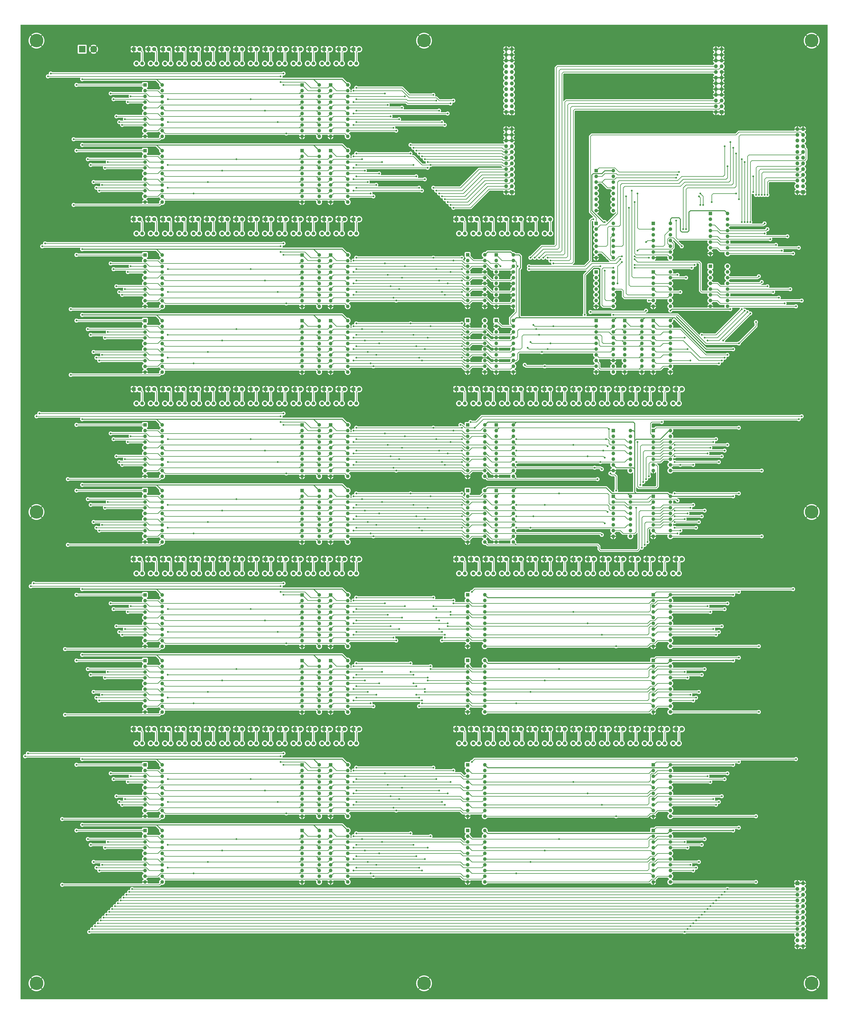
<source format=gbr>
%TF.GenerationSoftware,KiCad,Pcbnew,6.0.7-f9a2dced07~116~ubuntu20.04.1*%
%TF.CreationDate,2022-09-07T21:51:15+02:00*%
%TF.ProjectId,px16_regfile,70783136-5f72-4656-9766-696c652e6b69,1*%
%TF.SameCoordinates,Original*%
%TF.FileFunction,Copper,L1,Top*%
%TF.FilePolarity,Positive*%
%FSLAX46Y46*%
G04 Gerber Fmt 4.6, Leading zero omitted, Abs format (unit mm)*
G04 Created by KiCad (PCBNEW 6.0.7-f9a2dced07~116~ubuntu20.04.1) date 2022-09-07 21:51:15*
%MOMM*%
%LPD*%
G01*
G04 APERTURE LIST*
%TA.AperFunction,ComponentPad*%
%ADD10R,1.800000X1.800000*%
%TD*%
%TA.AperFunction,ComponentPad*%
%ADD11C,1.800000*%
%TD*%
%TA.AperFunction,ComponentPad*%
%ADD12R,1.600000X1.600000*%
%TD*%
%TA.AperFunction,ComponentPad*%
%ADD13O,1.600000X1.600000*%
%TD*%
%TA.AperFunction,ComponentPad*%
%ADD14C,1.600000*%
%TD*%
%TA.AperFunction,ComponentPad*%
%ADD15C,6.000000*%
%TD*%
%TA.AperFunction,ComponentPad*%
%ADD16R,1.700000X1.700000*%
%TD*%
%TA.AperFunction,ComponentPad*%
%ADD17O,1.700000X1.700000*%
%TD*%
%TA.AperFunction,ComponentPad*%
%ADD18R,3.000000X3.000000*%
%TD*%
%TA.AperFunction,ComponentPad*%
%ADD19C,3.000000*%
%TD*%
%TA.AperFunction,ViaPad*%
%ADD20C,0.800000*%
%TD*%
%TA.AperFunction,Conductor*%
%ADD21C,0.250000*%
%TD*%
%TA.AperFunction,Conductor*%
%ADD22C,0.400000*%
%TD*%
G04 APERTURE END LIST*
D10*
%TO.P,D80,1,K*%
%TO.N,GND*%
X77628750Y-373380000D03*
D11*
%TO.P,D80,2,A*%
%TO.N,Net-(D80-Pad2)*%
X80168750Y-373380000D03*
%TD*%
D10*
%TO.P,D93,1,K*%
%TO.N,GND*%
X240665000Y-222250000D03*
D11*
%TO.P,D93,2,A*%
%TO.N,Net-(D93-Pad2)*%
X243205000Y-222250000D03*
%TD*%
D12*
%TO.P,U57,1,OEa*%
%TO.N,/~{Imm-OEa}*%
X226060000Y-313690000D03*
D13*
%TO.P,U57,2,I0a*%
%TO.N,/ImmQa0*%
X226060000Y-316230000D03*
%TO.P,U57,3,O3b*%
%TO.N,/PbA7*%
X226060000Y-318770000D03*
%TO.P,U57,4,I1a*%
%TO.N,/ImmQa1*%
X226060000Y-321310000D03*
%TO.P,U57,5,O2b*%
%TO.N,/PbA6*%
X226060000Y-323850000D03*
%TO.P,U57,6,I2a*%
%TO.N,/ImmQa2*%
X226060000Y-326390000D03*
%TO.P,U57,7,O1b*%
%TO.N,/PbA5*%
X226060000Y-328930000D03*
%TO.P,U57,8,I3a*%
%TO.N,/ImmQa3*%
X226060000Y-331470000D03*
%TO.P,U57,9,O0b*%
%TO.N,/PbA4*%
X226060000Y-334010000D03*
%TO.P,U57,10,GND*%
%TO.N,GND*%
X226060000Y-336550000D03*
%TO.P,U57,11,I0b*%
%TO.N,/ImmQa4*%
X233680000Y-336550000D03*
%TO.P,U57,12,O3a*%
%TO.N,/PbA3*%
X233680000Y-334010000D03*
%TO.P,U57,13,I1b*%
%TO.N,/ImmQa5*%
X233680000Y-331470000D03*
%TO.P,U57,14,O2a*%
%TO.N,/PbA2*%
X233680000Y-328930000D03*
%TO.P,U57,15,I2b*%
%TO.N,/ImmQa6*%
X233680000Y-326390000D03*
%TO.P,U57,16,O1a*%
%TO.N,/PbA1*%
X233680000Y-323850000D03*
%TO.P,U57,17,I3b*%
%TO.N,/ImmQa7*%
X233680000Y-321310000D03*
%TO.P,U57,18,O0a*%
%TO.N,/PbA0*%
X233680000Y-318770000D03*
%TO.P,U57,19,OEb*%
%TO.N,/~{Imm-OEa}*%
X233680000Y-316230000D03*
%TO.P,U57,20,VCC*%
%TO.N,+5V*%
X233680000Y-313690000D03*
%TD*%
D10*
%TO.P,D26,1,K*%
%TO.N,GND*%
X116681250Y-146685000D03*
D11*
%TO.P,D26,2,A*%
%TO.N,Net-(D26-Pad2)*%
X119221250Y-146685000D03*
%TD*%
D14*
%TO.P,R57,1*%
%TO.N,Net-(D57-Pad2)*%
X125730000Y-304165000D03*
D13*
%TO.P,R57,2*%
%TO.N,/R3Q8*%
X123190000Y-304165000D03*
%TD*%
D10*
%TO.P,D108,1,K*%
%TO.N,GND*%
X292735000Y-373380000D03*
D11*
%TO.P,D108,2,A*%
%TO.N,Net-(D108-Pad2)*%
X295275000Y-373380000D03*
%TD*%
D10*
%TO.P,D1,1,K*%
%TO.N,GND*%
X175260000Y-71120000D03*
D11*
%TO.P,D1,2,A*%
%TO.N,Net-(D1-Pad2)*%
X177800000Y-71120000D03*
%TD*%
D14*
%TO.P,R50,1*%
%TO.N,Net-(D50-Pad2)*%
X170180000Y-304165000D03*
D13*
%TO.P,R50,2*%
%TO.N,/R3Q1*%
X167640000Y-304165000D03*
%TD*%
D10*
%TO.P,D92,1,K*%
%TO.N,GND*%
X247173750Y-222250000D03*
D11*
%TO.P,D92,2,A*%
%TO.N,Net-(D92-Pad2)*%
X249713750Y-222250000D03*
%TD*%
D12*
%TO.P,U14,1,OEa*%
%TO.N,/~{R2-OEa}*%
X152400000Y-238125000D03*
D13*
%TO.P,U14,2,I0a*%
%TO.N,/R2Q0*%
X152400000Y-240665000D03*
%TO.P,U14,3,O3b*%
%TO.N,/PbA7*%
X152400000Y-243205000D03*
%TO.P,U14,4,I1a*%
%TO.N,/R2Q1*%
X152400000Y-245745000D03*
%TO.P,U14,5,O2b*%
%TO.N,/PbA6*%
X152400000Y-248285000D03*
%TO.P,U14,6,I2a*%
%TO.N,/R2Q2*%
X152400000Y-250825000D03*
%TO.P,U14,7,O1b*%
%TO.N,/PbA5*%
X152400000Y-253365000D03*
%TO.P,U14,8,I3a*%
%TO.N,/R2Q3*%
X152400000Y-255905000D03*
%TO.P,U14,9,O0b*%
%TO.N,/PbA4*%
X152400000Y-258445000D03*
%TO.P,U14,10,GND*%
%TO.N,GND*%
X152400000Y-260985000D03*
%TO.P,U14,11,I0b*%
%TO.N,/R2Q4*%
X160020000Y-260985000D03*
%TO.P,U14,12,O3a*%
%TO.N,/PbA3*%
X160020000Y-258445000D03*
%TO.P,U14,13,I1b*%
%TO.N,/R2Q5*%
X160020000Y-255905000D03*
%TO.P,U14,14,O2a*%
%TO.N,/PbA2*%
X160020000Y-253365000D03*
%TO.P,U14,15,I2b*%
%TO.N,/R2Q6*%
X160020000Y-250825000D03*
%TO.P,U14,16,O1a*%
%TO.N,/PbA1*%
X160020000Y-248285000D03*
%TO.P,U14,17,I3b*%
%TO.N,/R2Q7*%
X160020000Y-245745000D03*
%TO.P,U14,18,O0a*%
%TO.N,/PbA0*%
X160020000Y-243205000D03*
%TO.P,U14,19,OEb*%
%TO.N,/~{R2-OEa}*%
X160020000Y-240665000D03*
%TO.P,U14,20,VCC*%
%TO.N,+5V*%
X160020000Y-238125000D03*
%TD*%
D14*
%TO.P,R90,1*%
%TO.N,Net-(D90-Pad2)*%
X262890000Y-228600000D03*
D13*
%TO.P,R90,2*%
%TO.N,/PCQ9*%
X260350000Y-228600000D03*
%TD*%
D14*
%TO.P,R25,1*%
%TO.N,Net-(D25-Pad2)*%
X125730000Y-153035000D03*
D13*
%TO.P,R25,2*%
%TO.N,/R1Q8*%
X123190000Y-153035000D03*
%TD*%
D14*
%TO.P,R51,1*%
%TO.N,Net-(D51-Pad2)*%
X163825000Y-304165000D03*
D13*
%TO.P,R51,2*%
%TO.N,/R3Q2*%
X161285000Y-304165000D03*
%TD*%
D10*
%TO.P,D36,1,K*%
%TO.N,GND*%
X155733750Y-222250000D03*
D11*
%TO.P,D36,2,A*%
%TO.N,Net-(D36-Pad2)*%
X158273750Y-222250000D03*
%TD*%
D14*
%TO.P,R62,1*%
%TO.N,Net-(D62-Pad2)*%
X93980000Y-304165000D03*
D13*
%TO.P,R62,2*%
%TO.N,/R3Q13*%
X91440000Y-304165000D03*
%TD*%
D14*
%TO.P,R6,1*%
%TO.N,Net-(D6-Pad2)*%
X144780000Y-77470000D03*
D13*
%TO.P,R6,2*%
%TO.N,/R0Q5*%
X142240000Y-77470000D03*
%TD*%
D15*
%TO.P,H3,1,1*%
%TO.N,GND*%
X379095000Y-67310000D03*
%TD*%
D12*
%TO.P,U34,1,E*%
%TO.N,/D2*%
X283210000Y-125095000D03*
D13*
%TO.P,U34,2,A0*%
%TO.N,/D1*%
X283210000Y-127635000D03*
%TO.P,U34,3,A1*%
%TO.N,/D0*%
X283210000Y-130175000D03*
%TO.P,U34,4,O0*%
%TO.N,/~{R0-WE}*%
X283210000Y-132715000D03*
%TO.P,U34,5,O1*%
%TO.N,/~{R1-WE}*%
X283210000Y-135255000D03*
%TO.P,U34,6,O2*%
%TO.N,/~{R2-WE}*%
X283210000Y-137795000D03*
%TO.P,U34,7,O3*%
%TO.N,/~{R3-WE}*%
X283210000Y-140335000D03*
%TO.P,U34,8,GND*%
%TO.N,GND*%
X283210000Y-142875000D03*
%TO.P,U34,9,O3*%
%TO.N,unconnected-(U34-Pad9)*%
X290830000Y-142875000D03*
%TO.P,U34,10,O2*%
%TO.N,/~{PC-WE}*%
X290830000Y-140335000D03*
%TO.P,U34,11,O1*%
%TO.N,/~{PF-WE}*%
X290830000Y-137795000D03*
%TO.P,U34,12,O0*%
%TO.N,/~{ST-WE}*%
X290830000Y-135255000D03*
%TO.P,U34,13,A1*%
%TO.N,/D0*%
X290830000Y-132715000D03*
%TO.P,U34,14,A0*%
%TO.N,/D1*%
X290830000Y-130175000D03*
%TO.P,U34,15,E*%
%TO.N,/~{D2}*%
X290830000Y-127635000D03*
%TO.P,U34,16,VCC*%
%TO.N,+5V*%
X290830000Y-125095000D03*
%TD*%
D12*
%TO.P,U11,1,OEa*%
%TO.N,/~{R1-OEa}*%
X152410000Y-191775000D03*
D13*
%TO.P,U11,2,I0a*%
%TO.N,/R1Q8*%
X152410000Y-194315000D03*
%TO.P,U11,3,O3b*%
%TO.N,/PbA15*%
X152410000Y-196855000D03*
%TO.P,U11,4,I1a*%
%TO.N,/R1Q9*%
X152410000Y-199395000D03*
%TO.P,U11,5,O2b*%
%TO.N,/PbA14*%
X152410000Y-201935000D03*
%TO.P,U11,6,I2a*%
%TO.N,/R1Q10*%
X152410000Y-204475000D03*
%TO.P,U11,7,O1b*%
%TO.N,/PbA13*%
X152410000Y-207015000D03*
%TO.P,U11,8,I3a*%
%TO.N,/R1Q11*%
X152410000Y-209555000D03*
%TO.P,U11,9,O0b*%
%TO.N,/PbA12*%
X152410000Y-212095000D03*
%TO.P,U11,10,GND*%
%TO.N,GND*%
X152410000Y-214635000D03*
%TO.P,U11,11,I0b*%
%TO.N,/R1Q12*%
X160030000Y-214635000D03*
%TO.P,U11,12,O3a*%
%TO.N,/PbA11*%
X160030000Y-212095000D03*
%TO.P,U11,13,I1b*%
%TO.N,/R1Q13*%
X160030000Y-209555000D03*
%TO.P,U11,14,O2a*%
%TO.N,/PbA10*%
X160030000Y-207015000D03*
%TO.P,U11,15,I2b*%
%TO.N,/R1Q14*%
X160030000Y-204475000D03*
%TO.P,U11,16,O1a*%
%TO.N,/PbA9*%
X160030000Y-201935000D03*
%TO.P,U11,17,I3b*%
%TO.N,/R1Q15*%
X160030000Y-199395000D03*
%TO.P,U11,18,O0a*%
%TO.N,/PbA8*%
X160030000Y-196855000D03*
%TO.P,U11,19,OEb*%
%TO.N,/~{R1-OEa}*%
X160030000Y-194315000D03*
%TO.P,U11,20,VCC*%
%TO.N,+5V*%
X160030000Y-191775000D03*
%TD*%
D12*
%TO.P,U3,1,OEa*%
%TO.N,/~{R0-OEb}*%
X165110000Y-87000000D03*
D13*
%TO.P,U3,2,I0a*%
%TO.N,/R0Q0*%
X165110000Y-89540000D03*
%TO.P,U3,3,O3b*%
%TO.N,/PbB7*%
X165110000Y-92080000D03*
%TO.P,U3,4,I1a*%
%TO.N,/R0Q1*%
X165110000Y-94620000D03*
%TO.P,U3,5,O2b*%
%TO.N,/PbB6*%
X165110000Y-97160000D03*
%TO.P,U3,6,I2a*%
%TO.N,/R0Q2*%
X165110000Y-99700000D03*
%TO.P,U3,7,O1b*%
%TO.N,/PbB5*%
X165110000Y-102240000D03*
%TO.P,U3,8,I3a*%
%TO.N,/R0Q3*%
X165110000Y-104780000D03*
%TO.P,U3,9,O0b*%
%TO.N,/PbB4*%
X165110000Y-107320000D03*
%TO.P,U3,10,GND*%
%TO.N,GND*%
X165110000Y-109860000D03*
%TO.P,U3,11,I0b*%
%TO.N,/R0Q4*%
X172730000Y-109860000D03*
%TO.P,U3,12,O3a*%
%TO.N,/PbB3*%
X172730000Y-107320000D03*
%TO.P,U3,13,I1b*%
%TO.N,/R0Q5*%
X172730000Y-104780000D03*
%TO.P,U3,14,O2a*%
%TO.N,/PbB2*%
X172730000Y-102240000D03*
%TO.P,U3,15,I2b*%
%TO.N,/R0Q6*%
X172730000Y-99700000D03*
%TO.P,U3,16,O1a*%
%TO.N,/PbB1*%
X172730000Y-97160000D03*
%TO.P,U3,17,I3b*%
%TO.N,/R0Q7*%
X172730000Y-94620000D03*
%TO.P,U3,18,O0a*%
%TO.N,/PbB0*%
X172730000Y-92080000D03*
%TO.P,U3,19,OEb*%
%TO.N,/~{R0-OEb}*%
X172730000Y-89540000D03*
%TO.P,U3,20,VCC*%
%TO.N,+5V*%
X172730000Y-87000000D03*
%TD*%
D14*
%TO.P,R66,1*%
%TO.N,Net-(D66-Pad2)*%
X170180000Y-379730000D03*
D13*
%TO.P,R66,2*%
%TO.N,/STQ1*%
X167640000Y-379730000D03*
%TD*%
D10*
%TO.P,D60,1,K*%
%TO.N,GND*%
X103663750Y-297815000D03*
D11*
%TO.P,D60,2,A*%
%TO.N,Net-(D60-Pad2)*%
X106203750Y-297815000D03*
%TD*%
D10*
%TO.P,D117,1,K*%
%TO.N,GND*%
X234156250Y-373380000D03*
D11*
%TO.P,D117,2,A*%
%TO.N,Net-(D117-Pad2)*%
X236696250Y-373380000D03*
%TD*%
D14*
%TO.P,R76,1*%
%TO.N,Net-(D76-Pad2)*%
X106680000Y-379730000D03*
D13*
%TO.P,R76,2*%
%TO.N,/STQ11*%
X104140000Y-379730000D03*
%TD*%
D14*
%TO.P,R10,1*%
%TO.N,Net-(D10-Pad2)*%
X119380000Y-77470000D03*
D13*
%TO.P,R10,2*%
%TO.N,/R0Q9*%
X116840000Y-77470000D03*
%TD*%
D12*
%TO.P,U23,1,OEa*%
%TO.N,/~{R3-OEa}*%
X152410000Y-342905000D03*
D13*
%TO.P,U23,2,I0a*%
%TO.N,/R3Q8*%
X152410000Y-345445000D03*
%TO.P,U23,3,O3b*%
%TO.N,/PbA15*%
X152410000Y-347985000D03*
%TO.P,U23,4,I1a*%
%TO.N,/R3Q9*%
X152410000Y-350525000D03*
%TO.P,U23,5,O2b*%
%TO.N,/PbA14*%
X152410000Y-353065000D03*
%TO.P,U23,6,I2a*%
%TO.N,/R3Q10*%
X152410000Y-355605000D03*
%TO.P,U23,7,O1b*%
%TO.N,/PbA13*%
X152410000Y-358145000D03*
%TO.P,U23,8,I3a*%
%TO.N,/R3Q11*%
X152410000Y-360685000D03*
%TO.P,U23,9,O0b*%
%TO.N,/PbA12*%
X152410000Y-363225000D03*
%TO.P,U23,10,GND*%
%TO.N,GND*%
X152410000Y-365765000D03*
%TO.P,U23,11,I0b*%
%TO.N,/R3Q12*%
X160030000Y-365765000D03*
%TO.P,U23,12,O3a*%
%TO.N,/PbA11*%
X160030000Y-363225000D03*
%TO.P,U23,13,I1b*%
%TO.N,/R3Q13*%
X160030000Y-360685000D03*
%TO.P,U23,14,O2a*%
%TO.N,/PbA10*%
X160030000Y-358145000D03*
%TO.P,U23,15,I2b*%
%TO.N,/R3Q14*%
X160030000Y-355605000D03*
%TO.P,U23,16,O1a*%
%TO.N,/PbA9*%
X160030000Y-353065000D03*
%TO.P,U23,17,I3b*%
%TO.N,/R3Q15*%
X160030000Y-350525000D03*
%TO.P,U23,18,O0a*%
%TO.N,/PbA8*%
X160030000Y-347985000D03*
%TO.P,U23,19,OEb*%
%TO.N,/~{R3-OEa}*%
X160030000Y-345445000D03*
%TO.P,U23,20,VCC*%
%TO.N,+5V*%
X160030000Y-342905000D03*
%TD*%
D14*
%TO.P,R34,1*%
%TO.N,Net-(D34-Pad2)*%
X170175000Y-228600000D03*
D13*
%TO.P,R34,2*%
%TO.N,/R2Q1*%
X167635000Y-228600000D03*
%TD*%
D14*
%TO.P,R5,1*%
%TO.N,Net-(D5-Pad2)*%
X151130000Y-77470000D03*
D13*
%TO.P,R5,2*%
%TO.N,/R0Q4*%
X148590000Y-77470000D03*
%TD*%
D14*
%TO.P,R31,1*%
%TO.N,Net-(D31-Pad2)*%
X87630000Y-153035000D03*
D13*
%TO.P,R31,2*%
%TO.N,/R1Q14*%
X85090000Y-153035000D03*
%TD*%
D14*
%TO.P,R43,1*%
%TO.N,Net-(D43-Pad2)*%
X113025000Y-228600000D03*
D13*
%TO.P,R43,2*%
%TO.N,/R2Q10*%
X110485000Y-228600000D03*
%TD*%
D10*
%TO.P,D100,1,K*%
%TO.N,GND*%
X240665000Y-146685000D03*
D11*
%TO.P,D100,2,A*%
%TO.N,Net-(D100-Pad2)*%
X243205000Y-146685000D03*
%TD*%
D14*
%TO.P,R102,1*%
%TO.N,Net-(D102-Pad2)*%
X231140000Y-153035000D03*
D13*
%TO.P,R102,2*%
%TO.N,/QUCout*%
X228600000Y-153035000D03*
%TD*%
D10*
%TO.P,D85,1,K*%
%TO.N,GND*%
X292735000Y-222250000D03*
D11*
%TO.P,D85,2,A*%
%TO.N,Net-(D85-Pad2)*%
X295275000Y-222250000D03*
%TD*%
D10*
%TO.P,D116,1,K*%
%TO.N,GND*%
X240665000Y-373380000D03*
D11*
%TO.P,D116,2,A*%
%TO.N,Net-(D116-Pad2)*%
X243205000Y-373380000D03*
%TD*%
D14*
%TO.P,R12,1*%
%TO.N,Net-(D12-Pad2)*%
X106680000Y-77470000D03*
D13*
%TO.P,R12,2*%
%TO.N,/R0Q11*%
X104140000Y-77470000D03*
%TD*%
D10*
%TO.P,D56,1,K*%
%TO.N,GND*%
X129698750Y-297815000D03*
D11*
%TO.P,D56,2,A*%
%TO.N,Net-(D56-Pad2)*%
X132238750Y-297815000D03*
%TD*%
D15*
%TO.P,H7,1,1*%
%TO.N,GND*%
X34290000Y-276860000D03*
%TD*%
D10*
%TO.P,D61,1,K*%
%TO.N,GND*%
X97155000Y-297815000D03*
D11*
%TO.P,D61,2,A*%
%TO.N,Net-(D61-Pad2)*%
X99695000Y-297815000D03*
%TD*%
D12*
%TO.P,U48,1,~{MR}*%
%TO.N,/~{RST}*%
X290830000Y-269875000D03*
D13*
%TO.P,U48,2,CP*%
%TO.N,/CLK*%
X290830000Y-272415000D03*
%TO.P,U48,3,D0*%
%TO.N,/Db8*%
X290830000Y-274955000D03*
%TO.P,U48,4,D1*%
%TO.N,/Db9*%
X290830000Y-277495000D03*
%TO.P,U48,5,D2*%
%TO.N,/Db10*%
X290830000Y-280035000D03*
%TO.P,U48,6,D3*%
%TO.N,/Db11*%
X290830000Y-282575000D03*
%TO.P,U48,7,CEP*%
%TO.N,Net-(U45-Pad15)*%
X290830000Y-285115000D03*
%TO.P,U48,8,GND*%
%TO.N,GND*%
X290830000Y-287655000D03*
%TO.P,U48,9,~{PE}*%
%TO.N,/~{PC-WE}*%
X298450000Y-287655000D03*
%TO.P,U48,10,CET*%
%TO.N,/Inc*%
X298450000Y-285115000D03*
%TO.P,U48,11,Q3*%
%TO.N,/PCQ11*%
X298450000Y-282575000D03*
%TO.P,U48,12,Q2*%
%TO.N,/PCQ10*%
X298450000Y-280035000D03*
%TO.P,U48,13,Q1*%
%TO.N,/PCQ9*%
X298450000Y-277495000D03*
%TO.P,U48,14,Q0*%
%TO.N,/PCQ8*%
X298450000Y-274955000D03*
%TO.P,U48,15,TC*%
%TO.N,Net-(U48-Pad15)*%
X298450000Y-272415000D03*
%TO.P,U48,16,VCC*%
%TO.N,+5V*%
X298450000Y-269875000D03*
%TD*%
D12*
%TO.P,U10,1,~{Mr}*%
%TO.N,/~{RST}*%
X82560000Y-191775000D03*
D13*
%TO.P,U10,2,Q0*%
%TO.N,/R1Q8*%
X82560000Y-194315000D03*
%TO.P,U10,3,D0*%
%TO.N,/Db8*%
X82560000Y-196855000D03*
%TO.P,U10,4,D1*%
%TO.N,/Db9*%
X82560000Y-199395000D03*
%TO.P,U10,5,Q1*%
%TO.N,/R1Q9*%
X82560000Y-201935000D03*
%TO.P,U10,6,Q2*%
%TO.N,/R1Q10*%
X82560000Y-204475000D03*
%TO.P,U10,7,D2*%
%TO.N,/Db10*%
X82560000Y-207015000D03*
%TO.P,U10,8,D3*%
%TO.N,/Db11*%
X82560000Y-209555000D03*
%TO.P,U10,9,Q3*%
%TO.N,/R1Q11*%
X82560000Y-212095000D03*
%TO.P,U10,10,GND*%
%TO.N,GND*%
X82560000Y-214635000D03*
%TO.P,U10,11,Cp*%
%TO.N,/R1-WE*%
X90180000Y-214635000D03*
%TO.P,U10,12,Q4*%
%TO.N,/R1Q12*%
X90180000Y-212095000D03*
%TO.P,U10,13,D4*%
%TO.N,/Db12*%
X90180000Y-209555000D03*
%TO.P,U10,14,D5*%
%TO.N,/Db13*%
X90180000Y-207015000D03*
%TO.P,U10,15,Q5*%
%TO.N,/R1Q13*%
X90180000Y-204475000D03*
%TO.P,U10,16,Q6*%
%TO.N,/R1Q14*%
X90180000Y-201935000D03*
%TO.P,U10,17,D6*%
%TO.N,/Db14*%
X90180000Y-199395000D03*
%TO.P,U10,18,D7*%
%TO.N,/Db15*%
X90180000Y-196855000D03*
%TO.P,U10,19,Q7*%
%TO.N,/R1Q15*%
X90180000Y-194315000D03*
%TO.P,U10,20,VCC*%
%TO.N,+5V*%
X90180000Y-191775000D03*
%TD*%
D14*
%TO.P,R71,1*%
%TO.N,Net-(D71-Pad2)*%
X138430000Y-379730000D03*
D13*
%TO.P,R71,2*%
%TO.N,/STQ6*%
X135890000Y-379730000D03*
%TD*%
D12*
%TO.P,U53,1,~{Mr}*%
%TO.N,/~{RST}*%
X308610000Y-389255000D03*
D13*
%TO.P,U53,2,Q0*%
%TO.N,/ImmQb0*%
X308610000Y-391795000D03*
%TO.P,U53,3,D0*%
%TO.N,/Db0*%
X308610000Y-394335000D03*
%TO.P,U53,4,D1*%
%TO.N,/Db1*%
X308610000Y-396875000D03*
%TO.P,U53,5,Q1*%
%TO.N,/ImmQb1*%
X308610000Y-399415000D03*
%TO.P,U53,6,Q2*%
%TO.N,/ImmQb2*%
X308610000Y-401955000D03*
%TO.P,U53,7,D2*%
%TO.N,/Db2*%
X308610000Y-404495000D03*
%TO.P,U53,8,D3*%
%TO.N,/Db3*%
X308610000Y-407035000D03*
%TO.P,U53,9,Q3*%
%TO.N,/ImmQb3*%
X308610000Y-409575000D03*
%TO.P,U53,10,GND*%
%TO.N,GND*%
X308610000Y-412115000D03*
%TO.P,U53,11,Cp*%
%TO.N,/Imm-WEa*%
X316230000Y-412115000D03*
%TO.P,U53,12,Q4*%
%TO.N,/ImmQb4*%
X316230000Y-409575000D03*
%TO.P,U53,13,D4*%
%TO.N,/Db4*%
X316230000Y-407035000D03*
%TO.P,U53,14,D5*%
%TO.N,/Db5*%
X316230000Y-404495000D03*
%TO.P,U53,15,Q5*%
%TO.N,/ImmQb5*%
X316230000Y-401955000D03*
%TO.P,U53,16,Q6*%
%TO.N,/ImmQb6*%
X316230000Y-399415000D03*
%TO.P,U53,17,D6*%
%TO.N,/Db6*%
X316230000Y-396875000D03*
%TO.P,U53,18,D7*%
%TO.N,/Db7*%
X316230000Y-394335000D03*
%TO.P,U53,19,Q7*%
%TO.N,/ImmQb7*%
X316230000Y-391795000D03*
%TO.P,U53,20,VCC*%
%TO.N,+5V*%
X316230000Y-389255000D03*
%TD*%
D12*
%TO.P,U45,1,~{MR}*%
%TO.N,/~{RST}*%
X308610000Y-240665000D03*
D13*
%TO.P,U45,2,CP*%
%TO.N,/CLK*%
X308610000Y-243205000D03*
%TO.P,U45,3,D0*%
%TO.N,/Db4*%
X308610000Y-245745000D03*
%TO.P,U45,4,D1*%
%TO.N,/Db5*%
X308610000Y-248285000D03*
%TO.P,U45,5,D2*%
%TO.N,/Db6*%
X308610000Y-250825000D03*
%TO.P,U45,6,D3*%
%TO.N,/Db7*%
X308610000Y-253365000D03*
%TO.P,U45,7,CEP*%
%TO.N,Net-(U44-Pad15)*%
X308610000Y-255905000D03*
%TO.P,U45,8,GND*%
%TO.N,GND*%
X308610000Y-258445000D03*
%TO.P,U45,9,~{PE}*%
%TO.N,/~{PC-WE}*%
X316230000Y-258445000D03*
%TO.P,U45,10,CET*%
%TO.N,/Inc*%
X316230000Y-255905000D03*
%TO.P,U45,11,Q3*%
%TO.N,/PCQ7*%
X316230000Y-253365000D03*
%TO.P,U45,12,Q2*%
%TO.N,/PCQ6*%
X316230000Y-250825000D03*
%TO.P,U45,13,Q1*%
%TO.N,/PCQ5*%
X316230000Y-248285000D03*
%TO.P,U45,14,Q0*%
%TO.N,/PCQ4*%
X316230000Y-245745000D03*
%TO.P,U45,15,TC*%
%TO.N,Net-(U45-Pad15)*%
X316230000Y-243205000D03*
%TO.P,U45,16,VCC*%
%TO.N,+5V*%
X316230000Y-240665000D03*
%TD*%
D14*
%TO.P,R92,1*%
%TO.N,Net-(D92-Pad2)*%
X250190000Y-228600000D03*
D13*
%TO.P,R92,2*%
%TO.N,/PCQ11*%
X247650000Y-228600000D03*
%TD*%
D10*
%TO.P,D59,1,K*%
%TO.N,GND*%
X110172500Y-297815000D03*
D11*
%TO.P,D59,2,A*%
%TO.N,Net-(D59-Pad2)*%
X112712500Y-297815000D03*
%TD*%
D14*
%TO.P,R105,1*%
%TO.N,Net-(D105-Pad2)*%
X313690000Y-379730000D03*
D13*
%TO.P,R105,2*%
%TO.N,/ImmQb1*%
X311150000Y-379730000D03*
%TD*%
D14*
%TO.P,R107,1*%
%TO.N,Net-(D107-Pad2)*%
X300990000Y-379730000D03*
D13*
%TO.P,R107,2*%
%TO.N,/ImmQb3*%
X298450000Y-379730000D03*
%TD*%
D10*
%TO.P,D131,1,K*%
%TO.N,GND*%
X247173750Y-297815000D03*
D11*
%TO.P,D131,2,A*%
%TO.N,Net-(D131-Pad2)*%
X249713750Y-297815000D03*
%TD*%
D10*
%TO.P,D48,1,K*%
%TO.N,GND*%
X77628750Y-222250000D03*
D11*
%TO.P,D48,2,A*%
%TO.N,Net-(D48-Pad2)*%
X80168750Y-222250000D03*
%TD*%
D14*
%TO.P,R72,1*%
%TO.N,Net-(D72-Pad2)*%
X132080000Y-379730000D03*
D13*
%TO.P,R72,2*%
%TO.N,/STQ7*%
X129540000Y-379730000D03*
%TD*%
D12*
%TO.P,U16,1,~{Mr}*%
%TO.N,/~{RST}*%
X82550000Y-267335000D03*
D13*
%TO.P,U16,2,Q0*%
%TO.N,/R2Q8*%
X82550000Y-269875000D03*
%TO.P,U16,3,D0*%
%TO.N,/Db8*%
X82550000Y-272415000D03*
%TO.P,U16,4,D1*%
%TO.N,/Db9*%
X82550000Y-274955000D03*
%TO.P,U16,5,Q1*%
%TO.N,/R2Q9*%
X82550000Y-277495000D03*
%TO.P,U16,6,Q2*%
%TO.N,/R2Q10*%
X82550000Y-280035000D03*
%TO.P,U16,7,D2*%
%TO.N,/Db10*%
X82550000Y-282575000D03*
%TO.P,U16,8,D3*%
%TO.N,/Db11*%
X82550000Y-285115000D03*
%TO.P,U16,9,Q3*%
%TO.N,/R2Q11*%
X82550000Y-287655000D03*
%TO.P,U16,10,GND*%
%TO.N,GND*%
X82550000Y-290195000D03*
%TO.P,U16,11,Cp*%
%TO.N,/R2-WE*%
X90170000Y-290195000D03*
%TO.P,U16,12,Q4*%
%TO.N,/R2Q12*%
X90170000Y-287655000D03*
%TO.P,U16,13,D4*%
%TO.N,/Db12*%
X90170000Y-285115000D03*
%TO.P,U16,14,D5*%
%TO.N,/Db13*%
X90170000Y-282575000D03*
%TO.P,U16,15,Q5*%
%TO.N,/R2Q13*%
X90170000Y-280035000D03*
%TO.P,U16,16,Q6*%
%TO.N,/R2Q14*%
X90170000Y-277495000D03*
%TO.P,U16,17,D6*%
%TO.N,/Db14*%
X90170000Y-274955000D03*
%TO.P,U16,18,D7*%
%TO.N,/Db15*%
X90170000Y-272415000D03*
%TO.P,U16,19,Q7*%
%TO.N,/R2Q15*%
X90170000Y-269875000D03*
%TO.P,U16,20,VCC*%
%TO.N,+5V*%
X90170000Y-267335000D03*
%TD*%
D14*
%TO.P,R40,1*%
%TO.N,Net-(D40-Pad2)*%
X132075000Y-228600000D03*
D13*
%TO.P,R40,2*%
%TO.N,/R2Q7*%
X129535000Y-228600000D03*
%TD*%
D14*
%TO.P,R52,1*%
%TO.N,Net-(D52-Pad2)*%
X157475000Y-304165000D03*
D13*
%TO.P,R52,2*%
%TO.N,/R3Q3*%
X154935000Y-304165000D03*
%TD*%
D14*
%TO.P,R29,1*%
%TO.N,Net-(D29-Pad2)*%
X100330000Y-153035000D03*
D13*
%TO.P,R29,2*%
%TO.N,/R1Q12*%
X97790000Y-153035000D03*
%TD*%
D14*
%TO.P,R87,1*%
%TO.N,Net-(D87-Pad2)*%
X281940000Y-228600000D03*
D13*
%TO.P,R87,2*%
%TO.N,/PCQ6*%
X279400000Y-228600000D03*
%TD*%
D12*
%TO.P,U25,1,~{Mr}*%
%TO.N,/~{RST}*%
X82560000Y-389260000D03*
D13*
%TO.P,U25,2,Q0*%
%TO.N,/STQ0*%
X82560000Y-391800000D03*
%TO.P,U25,3,D0*%
%TO.N,/Db0*%
X82560000Y-394340000D03*
%TO.P,U25,4,D1*%
%TO.N,/Db1*%
X82560000Y-396880000D03*
%TO.P,U25,5,Q1*%
%TO.N,/STQ1*%
X82560000Y-399420000D03*
%TO.P,U25,6,Q2*%
%TO.N,/STQ2*%
X82560000Y-401960000D03*
%TO.P,U25,7,D2*%
%TO.N,/Db2*%
X82560000Y-404500000D03*
%TO.P,U25,8,D3*%
%TO.N,/Db3*%
X82560000Y-407040000D03*
%TO.P,U25,9,Q3*%
%TO.N,/STQ3*%
X82560000Y-409580000D03*
%TO.P,U25,10,GND*%
%TO.N,GND*%
X82560000Y-412120000D03*
%TO.P,U25,11,Cp*%
%TO.N,/ST-WE*%
X90180000Y-412120000D03*
%TO.P,U25,12,Q4*%
%TO.N,/STQ4*%
X90180000Y-409580000D03*
%TO.P,U25,13,D4*%
%TO.N,/Db4*%
X90180000Y-407040000D03*
%TO.P,U25,14,D5*%
%TO.N,/Db5*%
X90180000Y-404500000D03*
%TO.P,U25,15,Q5*%
%TO.N,/STQ5*%
X90180000Y-401960000D03*
%TO.P,U25,16,Q6*%
%TO.N,/STQ6*%
X90180000Y-399420000D03*
%TO.P,U25,17,D6*%
%TO.N,/Db6*%
X90180000Y-396880000D03*
%TO.P,U25,18,D7*%
%TO.N,/Db7*%
X90180000Y-394340000D03*
%TO.P,U25,19,Q7*%
%TO.N,/STQ7*%
X90180000Y-391800000D03*
%TO.P,U25,20,VCC*%
%TO.N,+5V*%
X90180000Y-389260000D03*
%TD*%
D14*
%TO.P,R53,1*%
%TO.N,Net-(D53-Pad2)*%
X151130000Y-304165000D03*
D13*
%TO.P,R53,2*%
%TO.N,/R3Q4*%
X148590000Y-304165000D03*
%TD*%
D10*
%TO.P,D31,1,K*%
%TO.N,GND*%
X84137500Y-146685000D03*
D11*
%TO.P,D31,2,A*%
%TO.N,Net-(D31-Pad2)*%
X86677500Y-146685000D03*
%TD*%
D12*
%TO.P,U42,1,OEa*%
%TO.N,/~{PF-OEa}*%
X238760000Y-191770000D03*
D13*
%TO.P,U42,2,I0a*%
%TO.N,GND*%
X238760000Y-194310000D03*
%TO.P,U42,3,O3b*%
%TO.N,/PbA15*%
X238760000Y-196850000D03*
%TO.P,U42,4,I1a*%
%TO.N,GND*%
X238760000Y-199390000D03*
%TO.P,U42,5,O2b*%
%TO.N,/PbA14*%
X238760000Y-201930000D03*
%TO.P,U42,6,I2a*%
%TO.N,GND*%
X238760000Y-204470000D03*
%TO.P,U42,7,O1b*%
%TO.N,/PbA13*%
X238760000Y-207010000D03*
%TO.P,U42,8,I3a*%
%TO.N,GND*%
X238760000Y-209550000D03*
%TO.P,U42,9,O0b*%
%TO.N,/PbA12*%
X238760000Y-212090000D03*
%TO.P,U42,10,GND*%
%TO.N,GND*%
X238760000Y-214630000D03*
%TO.P,U42,11,I0b*%
X246380000Y-214630000D03*
%TO.P,U42,12,O3a*%
%TO.N,/PbA11*%
X246380000Y-212090000D03*
%TO.P,U42,13,I1b*%
%TO.N,/QZero*%
X246380000Y-209550000D03*
%TO.P,U42,14,O2a*%
%TO.N,/PbA10*%
X246380000Y-207010000D03*
%TO.P,U42,15,I2b*%
%TO.N,/QUCout*%
X246380000Y-204470000D03*
%TO.P,U42,16,O1a*%
%TO.N,/PbA9*%
X246380000Y-201930000D03*
%TO.P,U42,17,I3b*%
%TO.N,/QSCout*%
X246380000Y-199390000D03*
%TO.P,U42,18,O0a*%
%TO.N,/PbA8*%
X246380000Y-196850000D03*
%TO.P,U42,19,OEb*%
%TO.N,/~{PF-OEa}*%
X246380000Y-194310000D03*
%TO.P,U42,20,VCC*%
%TO.N,+5V*%
X246380000Y-191770000D03*
%TD*%
D14*
%TO.P,R101,1*%
%TO.N,Net-(D101-Pad2)*%
X237490000Y-153035000D03*
D13*
%TO.P,R101,2*%
%TO.N,/QZero*%
X234950000Y-153035000D03*
%TD*%
D14*
%TO.P,R41,1*%
%TO.N,Net-(D41-Pad2)*%
X125725000Y-228600000D03*
D13*
%TO.P,R41,2*%
%TO.N,/R2Q8*%
X123185000Y-228600000D03*
%TD*%
D12*
%TO.P,U37,1,~{Mr}*%
%TO.N,/~{RST}*%
X283210000Y-191770000D03*
D13*
%TO.P,U37,2,Q0*%
%TO.N,/QNMI*%
X283210000Y-194310000D03*
%TO.P,U37,3,D0*%
%TO.N,/DNMI*%
X283210000Y-196850000D03*
%TO.P,U37,4,D1*%
%TO.N,/DIRQ*%
X283210000Y-199390000D03*
%TO.P,U37,5,Q1*%
%TO.N,/QIRQ*%
X283210000Y-201930000D03*
%TO.P,U37,6,Q2*%
%TO.N,/QIntSw*%
X283210000Y-204470000D03*
%TO.P,U37,7,D2*%
%TO.N,/DIntSw*%
X283210000Y-207010000D03*
%TO.P,U37,8,D3*%
%TO.N,/DIntProg*%
X283210000Y-209550000D03*
%TO.P,U37,9,Q3*%
%TO.N,/QIntProg*%
X283210000Y-212090000D03*
%TO.P,U37,10,GND*%
%TO.N,GND*%
X283210000Y-214630000D03*
%TO.P,U37,11,Cp*%
%TO.N,/PF-WE*%
X290830000Y-214630000D03*
%TO.P,U37,12,Q4*%
%TO.N,unconnected-(U37-Pad12)*%
X290830000Y-212090000D03*
%TO.P,U37,13,D4*%
%TO.N,GND*%
X290830000Y-209550000D03*
%TO.P,U37,14,D5*%
%TO.N,Net-(U32-Pad10)*%
X290830000Y-207010000D03*
%TO.P,U37,15,Q5*%
%TO.N,/QZero*%
X290830000Y-204470000D03*
%TO.P,U37,16,Q6*%
%TO.N,/QUCout*%
X290830000Y-201930000D03*
%TO.P,U37,17,D6*%
%TO.N,/DUCout*%
X290830000Y-199390000D03*
%TO.P,U37,18,D7*%
%TO.N,/DSCout*%
X290830000Y-196850000D03*
%TO.P,U37,19,Q7*%
%TO.N,/QSCout*%
X290830000Y-194310000D03*
%TO.P,U37,20,VCC*%
%TO.N,+5V*%
X290830000Y-191770000D03*
%TD*%
D12*
%TO.P,U40,1,OEa*%
%TO.N,/~{PF-Wa}*%
X308610000Y-191770000D03*
D13*
%TO.P,U40,2,I0a*%
%TO.N,/Db0*%
X308610000Y-194310000D03*
%TO.P,U40,3,O3b*%
%TO.N,/DSCout*%
X308610000Y-196850000D03*
%TO.P,U40,4,I1a*%
%TO.N,/Db1*%
X308610000Y-199390000D03*
%TO.P,U40,5,O2b*%
%TO.N,/DUCout*%
X308610000Y-201930000D03*
%TO.P,U40,6,I2a*%
%TO.N,/Db2*%
X308610000Y-204470000D03*
%TO.P,U40,7,O1b*%
%TO.N,/DZero*%
X308610000Y-207010000D03*
%TO.P,U40,8,I3a*%
%TO.N,/Db3*%
X308610000Y-209550000D03*
%TO.P,U40,9,O0b*%
%TO.N,unconnected-(U40-Pad9)*%
X308610000Y-212090000D03*
%TO.P,U40,10,GND*%
%TO.N,GND*%
X308610000Y-214630000D03*
%TO.P,U40,11,I0b*%
X316230000Y-214630000D03*
%TO.P,U40,12,O3a*%
%TO.N,/DIntProg*%
X316230000Y-212090000D03*
%TO.P,U40,13,I1b*%
%TO.N,/Db13*%
X316230000Y-209550000D03*
%TO.P,U40,14,O2a*%
%TO.N,/DIntSw*%
X316230000Y-207010000D03*
%TO.P,U40,15,I2b*%
%TO.N,/Db14*%
X316230000Y-204470000D03*
%TO.P,U40,16,O1a*%
%TO.N,/DIRQ*%
X316230000Y-201930000D03*
%TO.P,U40,17,I3b*%
%TO.N,/Db15*%
X316230000Y-199390000D03*
%TO.P,U40,18,O0a*%
%TO.N,/DNMI*%
X316230000Y-196850000D03*
%TO.P,U40,19,OEb*%
%TO.N,/~{PF-Wa}*%
X316230000Y-194310000D03*
%TO.P,U40,20,VCC*%
%TO.N,+5V*%
X316230000Y-191770000D03*
%TD*%
D12*
%TO.P,U38,1,OEa*%
%TO.N,/~{PF-OEa}*%
X238760000Y-162560000D03*
D13*
%TO.P,U38,2,I0a*%
%TO.N,/QNMI*%
X238760000Y-165100000D03*
%TO.P,U38,3,O3b*%
%TO.N,/PbA7*%
X238760000Y-167640000D03*
%TO.P,U38,4,I1a*%
%TO.N,/QIRQ*%
X238760000Y-170180000D03*
%TO.P,U38,5,O2b*%
%TO.N,/PbA6*%
X238760000Y-172720000D03*
%TO.P,U38,6,I2a*%
%TO.N,/QIntSw*%
X238760000Y-175260000D03*
%TO.P,U38,7,O1b*%
%TO.N,/PbA5*%
X238760000Y-177800000D03*
%TO.P,U38,8,I3a*%
%TO.N,/QIntProg*%
X238760000Y-180340000D03*
%TO.P,U38,9,O0b*%
%TO.N,/PbA4*%
X238760000Y-182880000D03*
%TO.P,U38,10,GND*%
%TO.N,GND*%
X238760000Y-185420000D03*
%TO.P,U38,11,I0b*%
X246380000Y-185420000D03*
%TO.P,U38,12,O3a*%
%TO.N,/PbA3*%
X246380000Y-182880000D03*
%TO.P,U38,13,I1b*%
%TO.N,GND*%
X246380000Y-180340000D03*
%TO.P,U38,14,O2a*%
%TO.N,/PbA2*%
X246380000Y-177800000D03*
%TO.P,U38,15,I2b*%
%TO.N,GND*%
X246380000Y-175260000D03*
%TO.P,U38,16,O1a*%
%TO.N,/PbA1*%
X246380000Y-172720000D03*
%TO.P,U38,17,I3b*%
%TO.N,GND*%
X246380000Y-170180000D03*
%TO.P,U38,18,O0a*%
%TO.N,/PbA0*%
X246380000Y-167640000D03*
%TO.P,U38,19,OEb*%
%TO.N,/~{PF-OEa}*%
X246380000Y-165100000D03*
%TO.P,U38,20,VCC*%
%TO.N,+5V*%
X246380000Y-162560000D03*
%TD*%
D14*
%TO.P,R42,1*%
%TO.N,Net-(D42-Pad2)*%
X119375000Y-228600000D03*
D13*
%TO.P,R42,2*%
%TO.N,/R2Q9*%
X116835000Y-228600000D03*
%TD*%
D16*
%TO.P,J2,1,Pin_1*%
%TO.N,GND*%
X245745000Y-134620000D03*
D17*
%TO.P,J2,2,Pin_2*%
X243205000Y-134620000D03*
%TO.P,J2,3,Pin_3*%
%TO.N,/PbA0*%
X245745000Y-132080000D03*
%TO.P,J2,4,Pin_4*%
%TO.N,/PbA1*%
X243205000Y-132080000D03*
%TO.P,J2,5,Pin_5*%
%TO.N,/PbA2*%
X245745000Y-129540000D03*
%TO.P,J2,6,Pin_6*%
%TO.N,/PbA3*%
X243205000Y-129540000D03*
%TO.P,J2,7,Pin_7*%
%TO.N,/PbA4*%
X245745000Y-127000000D03*
%TO.P,J2,8,Pin_8*%
%TO.N,/PbA5*%
X243205000Y-127000000D03*
%TO.P,J2,9,Pin_9*%
%TO.N,/PbA6*%
X245745000Y-124460000D03*
%TO.P,J2,10,Pin_10*%
%TO.N,/PbA7*%
X243205000Y-124460000D03*
%TO.P,J2,11,Pin_11*%
%TO.N,/PbA8*%
X245745000Y-121920000D03*
%TO.P,J2,12,Pin_12*%
%TO.N,/PbA9*%
X243205000Y-121920000D03*
%TO.P,J2,13,Pin_13*%
%TO.N,/PbA10*%
X245745000Y-119380000D03*
%TO.P,J2,14,Pin_14*%
%TO.N,/PbA11*%
X243205000Y-119380000D03*
%TO.P,J2,15,Pin_15*%
%TO.N,/PbA12*%
X245745000Y-116840000D03*
%TO.P,J2,16,Pin_16*%
%TO.N,/PbA13*%
X243205000Y-116840000D03*
%TO.P,J2,17,Pin_17*%
%TO.N,/PbA14*%
X245745000Y-114300000D03*
%TO.P,J2,18,Pin_18*%
%TO.N,/PbA15*%
X243205000Y-114300000D03*
%TO.P,J2,19,Pin_19*%
%TO.N,GND*%
X245745000Y-111760000D03*
%TO.P,J2,20,Pin_20*%
X243205000Y-111760000D03*
%TO.P,J2,21,Pin_21*%
X245745000Y-109220000D03*
%TO.P,J2,22,Pin_22*%
X243205000Y-109220000D03*
%TO.P,J2,23,Pin_23*%
X245745000Y-106680000D03*
%TO.P,J2,24,Pin_24*%
X243205000Y-106680000D03*
%TD*%
D10*
%TO.P,D57,1,K*%
%TO.N,GND*%
X123190000Y-297815000D03*
D11*
%TO.P,D57,2,A*%
%TO.N,Net-(D57-Pad2)*%
X125730000Y-297815000D03*
%TD*%
D10*
%TO.P,D19,1,K*%
%TO.N,GND*%
X162242500Y-146685000D03*
D11*
%TO.P,D19,2,A*%
%TO.N,Net-(D19-Pad2)*%
X164782500Y-146685000D03*
%TD*%
D10*
%TO.P,D65,1,K*%
%TO.N,GND*%
X175260000Y-373380000D03*
D11*
%TO.P,D65,2,A*%
%TO.N,Net-(D65-Pad2)*%
X177800000Y-373380000D03*
%TD*%
D12*
%TO.P,U44,1,~{MR}*%
%TO.N,/~{RST}*%
X290830000Y-240665000D03*
D13*
%TO.P,U44,2,CP*%
%TO.N,/CLK*%
X290830000Y-243205000D03*
%TO.P,U44,3,D0*%
%TO.N,/Db0*%
X290830000Y-245745000D03*
%TO.P,U44,4,D1*%
%TO.N,/Db1*%
X290830000Y-248285000D03*
%TO.P,U44,5,D2*%
%TO.N,/Db2*%
X290830000Y-250825000D03*
%TO.P,U44,6,D3*%
%TO.N,/Db3*%
X290830000Y-253365000D03*
%TO.P,U44,7,CEP*%
%TO.N,+5V*%
X290830000Y-255905000D03*
%TO.P,U44,8,GND*%
%TO.N,GND*%
X290830000Y-258445000D03*
%TO.P,U44,9,~{PE}*%
%TO.N,/~{PC-WE}*%
X298450000Y-258445000D03*
%TO.P,U44,10,CET*%
%TO.N,/Inc*%
X298450000Y-255905000D03*
%TO.P,U44,11,Q3*%
%TO.N,/PCQ3*%
X298450000Y-253365000D03*
%TO.P,U44,12,Q2*%
%TO.N,/PCQ2*%
X298450000Y-250825000D03*
%TO.P,U44,13,Q1*%
%TO.N,/PCQ1*%
X298450000Y-248285000D03*
%TO.P,U44,14,Q0*%
%TO.N,/PCQ0*%
X298450000Y-245745000D03*
%TO.P,U44,15,TC*%
%TO.N,Net-(U44-Pad15)*%
X298450000Y-243205000D03*
%TO.P,U44,16,VCC*%
%TO.N,+5V*%
X298450000Y-240665000D03*
%TD*%
D10*
%TO.P,D104,1,K*%
%TO.N,GND*%
X318770000Y-373380000D03*
D11*
%TO.P,D104,2,A*%
%TO.N,Net-(D104-Pad2)*%
X321310000Y-373380000D03*
%TD*%
D14*
%TO.P,R129,1*%
%TO.N,Net-(D129-Pad2)*%
X262890000Y-304165000D03*
D13*
%TO.P,R129,2*%
%TO.N,/ImmQa9*%
X260350000Y-304165000D03*
%TD*%
D12*
%TO.P,U51,1,OEa*%
%TO.N,/~{PC-OEb}*%
X226060000Y-267335000D03*
D13*
%TO.P,U51,2,I0a*%
%TO.N,/PCQ8*%
X226060000Y-269875000D03*
%TO.P,U51,3,O3b*%
%TO.N,/PbB15*%
X226060000Y-272415000D03*
%TO.P,U51,4,I1a*%
%TO.N,/PCQ9*%
X226060000Y-274955000D03*
%TO.P,U51,5,O2b*%
%TO.N,/PbB14*%
X226060000Y-277495000D03*
%TO.P,U51,6,I2a*%
%TO.N,/PCQ10*%
X226060000Y-280035000D03*
%TO.P,U51,7,O1b*%
%TO.N,/PbB13*%
X226060000Y-282575000D03*
%TO.P,U51,8,I3a*%
%TO.N,/PCQ11*%
X226060000Y-285115000D03*
%TO.P,U51,9,O0b*%
%TO.N,/PbB12*%
X226060000Y-287655000D03*
%TO.P,U51,10,GND*%
%TO.N,GND*%
X226060000Y-290195000D03*
%TO.P,U51,11,I0b*%
%TO.N,/PCQ12*%
X233680000Y-290195000D03*
%TO.P,U51,12,O3a*%
%TO.N,/PbB11*%
X233680000Y-287655000D03*
%TO.P,U51,13,I1b*%
%TO.N,/PCQ13*%
X233680000Y-285115000D03*
%TO.P,U51,14,O2a*%
%TO.N,/PbB10*%
X233680000Y-282575000D03*
%TO.P,U51,15,I2b*%
%TO.N,/PCQ14*%
X233680000Y-280035000D03*
%TO.P,U51,16,O1a*%
%TO.N,/PbB9*%
X233680000Y-277495000D03*
%TO.P,U51,17,I3b*%
%TO.N,/PCQ15*%
X233680000Y-274955000D03*
%TO.P,U51,18,O0a*%
%TO.N,/PbB8*%
X233680000Y-272415000D03*
%TO.P,U51,19,OEb*%
%TO.N,/~{PC-OEb}*%
X233680000Y-269875000D03*
%TO.P,U51,20,VCC*%
%TO.N,+5V*%
X233680000Y-267335000D03*
%TD*%
D12*
%TO.P,U52,1*%
%TO.N,/CLK*%
X283210000Y-148590000D03*
D13*
%TO.P,U52,2*%
%TO.N,/SImm0*%
X283210000Y-151130000D03*
%TO.P,U52,3*%
%TO.N,Net-(U32-Pad9)*%
X283210000Y-153670000D03*
%TO.P,U52,4*%
%TO.N,/CLK*%
X283210000Y-156210000D03*
%TO.P,U52,5*%
%TO.N,/WE*%
X283210000Y-158750000D03*
%TO.P,U52,6*%
%TO.N,Net-(U35-Pad12)*%
X283210000Y-161290000D03*
%TO.P,U52,7,GND*%
%TO.N,GND*%
X283210000Y-163830000D03*
%TO.P,U52,8*%
%TO.N,Net-(U52-Pad12)*%
X290830000Y-163830000D03*
%TO.P,U52,9*%
%TO.N,/CLK*%
X290830000Y-161290000D03*
%TO.P,U52,10*%
%TO.N,/SImm1*%
X290830000Y-158750000D03*
%TO.P,U52,11*%
%TO.N,/Imm-WEb*%
X290830000Y-156210000D03*
%TO.P,U52,12*%
%TO.N,Net-(U52-Pad12)*%
X290830000Y-153670000D03*
%TO.P,U52,13*%
X290830000Y-151130000D03*
%TO.P,U52,14,VCC*%
%TO.N,+5V*%
X290830000Y-148590000D03*
%TD*%
D12*
%TO.P,U60,1,OEa*%
%TO.N,/~{Imm-OEb}*%
X226060000Y-418465000D03*
D13*
%TO.P,U60,2,I0a*%
%TO.N,/ImmQb8*%
X226060000Y-421005000D03*
%TO.P,U60,3,O3b*%
%TO.N,/PbB15*%
X226060000Y-423545000D03*
%TO.P,U60,4,I1a*%
%TO.N,/ImmQb9*%
X226060000Y-426085000D03*
%TO.P,U60,5,O2b*%
%TO.N,/PbB14*%
X226060000Y-428625000D03*
%TO.P,U60,6,I2a*%
%TO.N,/ImmQb10*%
X226060000Y-431165000D03*
%TO.P,U60,7,O1b*%
%TO.N,/PbB13*%
X226060000Y-433705000D03*
%TO.P,U60,8,I3a*%
%TO.N,/ImmQb11*%
X226060000Y-436245000D03*
%TO.P,U60,9,O0b*%
%TO.N,/PbB12*%
X226060000Y-438785000D03*
%TO.P,U60,10,GND*%
%TO.N,GND*%
X226060000Y-441325000D03*
%TO.P,U60,11,I0b*%
%TO.N,/ImmQb12*%
X233680000Y-441325000D03*
%TO.P,U60,12,O3a*%
%TO.N,/PbB11*%
X233680000Y-438785000D03*
%TO.P,U60,13,I1b*%
%TO.N,/ImmQb13*%
X233680000Y-436245000D03*
%TO.P,U60,14,O2a*%
%TO.N,/PbB10*%
X233680000Y-433705000D03*
%TO.P,U60,15,I2b*%
%TO.N,/ImmQb14*%
X233680000Y-431165000D03*
%TO.P,U60,16,O1a*%
%TO.N,/PbB9*%
X233680000Y-428625000D03*
%TO.P,U60,17,I3b*%
%TO.N,/ImmQb15*%
X233680000Y-426085000D03*
%TO.P,U60,18,O0a*%
%TO.N,/PbB8*%
X233680000Y-423545000D03*
%TO.P,U60,19,OEb*%
%TO.N,/~{Imm-OEb}*%
X233680000Y-421005000D03*
%TO.P,U60,20,VCC*%
%TO.N,+5V*%
X233680000Y-418465000D03*
%TD*%
D14*
%TO.P,R127,1*%
%TO.N,Net-(D127-Pad2)*%
X275590000Y-304165000D03*
D13*
%TO.P,R127,2*%
%TO.N,/ImmQa7*%
X273050000Y-304165000D03*
%TD*%
D14*
%TO.P,R65,1*%
%TO.N,Net-(D65-Pad2)*%
X176530000Y-379730000D03*
D13*
%TO.P,R65,2*%
%TO.N,/STQ0*%
X173990000Y-379730000D03*
%TD*%
D14*
%TO.P,R131,1*%
%TO.N,Net-(D131-Pad2)*%
X250190000Y-304165000D03*
D13*
%TO.P,R131,2*%
%TO.N,/ImmQa11*%
X247650000Y-304165000D03*
%TD*%
D12*
%TO.P,U41,1,OEa*%
%TO.N,/PF-Wa*%
X295910000Y-191770000D03*
D13*
%TO.P,U41,2,I0a*%
%TO.N,/QNMI*%
X295910000Y-194310000D03*
%TO.P,U41,3,O3b*%
%TO.N,/DSCout*%
X295910000Y-196850000D03*
%TO.P,U41,4,I1a*%
%TO.N,/QIRQ*%
X295910000Y-199390000D03*
%TO.P,U41,5,O2b*%
%TO.N,/DUCout*%
X295910000Y-201930000D03*
%TO.P,U41,6,I2a*%
%TO.N,/QIntSw*%
X295910000Y-204470000D03*
%TO.P,U41,7,O1b*%
%TO.N,/DZero*%
X295910000Y-207010000D03*
%TO.P,U41,8,I3a*%
%TO.N,/QIntProg*%
X295910000Y-209550000D03*
%TO.P,U41,9,O0b*%
%TO.N,unconnected-(U41-Pad9)*%
X295910000Y-212090000D03*
%TO.P,U41,10,GND*%
%TO.N,GND*%
X295910000Y-214630000D03*
%TO.P,U41,11,I0b*%
X303530000Y-214630000D03*
%TO.P,U41,12,O3a*%
%TO.N,/DIntProg*%
X303530000Y-212090000D03*
%TO.P,U41,13,I1b*%
%TO.N,/Zero*%
X303530000Y-209550000D03*
%TO.P,U41,14,O2a*%
%TO.N,/DIntSw*%
X303530000Y-207010000D03*
%TO.P,U41,15,I2b*%
%TO.N,/UCout*%
X303530000Y-204470000D03*
%TO.P,U41,16,O1a*%
%TO.N,/DIRQ*%
X303530000Y-201930000D03*
%TO.P,U41,17,I3b*%
%TO.N,/SCout*%
X303530000Y-199390000D03*
%TO.P,U41,18,O0a*%
%TO.N,/DNMI*%
X303530000Y-196850000D03*
%TO.P,U41,19,OEb*%
%TO.N,/PF-Wa*%
X303530000Y-194310000D03*
%TO.P,U41,20,VCC*%
%TO.N,+5V*%
X303530000Y-191770000D03*
%TD*%
D14*
%TO.P,R28,1*%
%TO.N,Net-(D28-Pad2)*%
X106680000Y-153035000D03*
D13*
%TO.P,R28,2*%
%TO.N,/R1Q11*%
X104140000Y-153035000D03*
%TD*%
D14*
%TO.P,R4,1*%
%TO.N,Net-(D4-Pad2)*%
X157480000Y-77470000D03*
D13*
%TO.P,R4,2*%
%TO.N,/R0Q3*%
X154940000Y-77470000D03*
%TD*%
D14*
%TO.P,R73,1*%
%TO.N,Net-(D73-Pad2)*%
X125730000Y-379730000D03*
D13*
%TO.P,R73,2*%
%TO.N,/STQ8*%
X123190000Y-379730000D03*
%TD*%
D10*
%TO.P,D6,1,K*%
%TO.N,GND*%
X142716250Y-71120000D03*
D11*
%TO.P,D6,2,A*%
%TO.N,Net-(D6-Pad2)*%
X145256250Y-71120000D03*
%TD*%
D10*
%TO.P,D13,1,K*%
%TO.N,GND*%
X97155000Y-71120000D03*
D11*
%TO.P,D13,2,A*%
%TO.N,Net-(D13-Pad2)*%
X99695000Y-71120000D03*
%TD*%
D12*
%TO.P,U1,1,~{Mr}*%
%TO.N,/~{RST}*%
X82560000Y-87000000D03*
D13*
%TO.P,U1,2,Q0*%
%TO.N,/R0Q0*%
X82560000Y-89540000D03*
%TO.P,U1,3,D0*%
%TO.N,/Db0*%
X82560000Y-92080000D03*
%TO.P,U1,4,D1*%
%TO.N,/Db1*%
X82560000Y-94620000D03*
%TO.P,U1,5,Q1*%
%TO.N,/R0Q1*%
X82560000Y-97160000D03*
%TO.P,U1,6,Q2*%
%TO.N,/R0Q2*%
X82560000Y-99700000D03*
%TO.P,U1,7,D2*%
%TO.N,/Db2*%
X82560000Y-102240000D03*
%TO.P,U1,8,D3*%
%TO.N,/Db3*%
X82560000Y-104780000D03*
%TO.P,U1,9,Q3*%
%TO.N,/R0Q3*%
X82560000Y-107320000D03*
%TO.P,U1,10,GND*%
%TO.N,GND*%
X82560000Y-109860000D03*
%TO.P,U1,11,Cp*%
%TO.N,/R0-WE*%
X90180000Y-109860000D03*
%TO.P,U1,12,Q4*%
%TO.N,/R0Q4*%
X90180000Y-107320000D03*
%TO.P,U1,13,D4*%
%TO.N,/Db4*%
X90180000Y-104780000D03*
%TO.P,U1,14,D5*%
%TO.N,/Db5*%
X90180000Y-102240000D03*
%TO.P,U1,15,Q5*%
%TO.N,/R0Q5*%
X90180000Y-99700000D03*
%TO.P,U1,16,Q6*%
%TO.N,/R0Q6*%
X90180000Y-97160000D03*
%TO.P,U1,17,D6*%
%TO.N,/Db6*%
X90180000Y-94620000D03*
%TO.P,U1,18,D7*%
%TO.N,/Db7*%
X90180000Y-92080000D03*
%TO.P,U1,19,Q7*%
%TO.N,/R0Q7*%
X90180000Y-89540000D03*
%TO.P,U1,20,VCC*%
%TO.N,+5V*%
X90180000Y-87000000D03*
%TD*%
D10*
%TO.P,D5,1,K*%
%TO.N,GND*%
X149225000Y-71120000D03*
D11*
%TO.P,D5,2,A*%
%TO.N,Net-(D5-Pad2)*%
X151765000Y-71120000D03*
%TD*%
D12*
%TO.P,U26,1,OEa*%
%TO.N,/~{ST-OEa}*%
X152400000Y-389255000D03*
D13*
%TO.P,U26,2,I0a*%
%TO.N,/STQ0*%
X152400000Y-391795000D03*
%TO.P,U26,3,O3b*%
%TO.N,/PbA7*%
X152400000Y-394335000D03*
%TO.P,U26,4,I1a*%
%TO.N,/STQ1*%
X152400000Y-396875000D03*
%TO.P,U26,5,O2b*%
%TO.N,/PbA6*%
X152400000Y-399415000D03*
%TO.P,U26,6,I2a*%
%TO.N,/STQ2*%
X152400000Y-401955000D03*
%TO.P,U26,7,O1b*%
%TO.N,/PbA5*%
X152400000Y-404495000D03*
%TO.P,U26,8,I3a*%
%TO.N,/STQ3*%
X152400000Y-407035000D03*
%TO.P,U26,9,O0b*%
%TO.N,/PbA4*%
X152400000Y-409575000D03*
%TO.P,U26,10,GND*%
%TO.N,GND*%
X152400000Y-412115000D03*
%TO.P,U26,11,I0b*%
%TO.N,/STQ4*%
X160020000Y-412115000D03*
%TO.P,U26,12,O3a*%
%TO.N,/PbA3*%
X160020000Y-409575000D03*
%TO.P,U26,13,I1b*%
%TO.N,/STQ5*%
X160020000Y-407035000D03*
%TO.P,U26,14,O2a*%
%TO.N,/PbA2*%
X160020000Y-404495000D03*
%TO.P,U26,15,I2b*%
%TO.N,/STQ6*%
X160020000Y-401955000D03*
%TO.P,U26,16,O1a*%
%TO.N,/PbA1*%
X160020000Y-399415000D03*
%TO.P,U26,17,I3b*%
%TO.N,/STQ7*%
X160020000Y-396875000D03*
%TO.P,U26,18,O0a*%
%TO.N,/PbA0*%
X160020000Y-394335000D03*
%TO.P,U26,19,OEb*%
%TO.N,/~{ST-OEa}*%
X160020000Y-391795000D03*
%TO.P,U26,20,VCC*%
%TO.N,+5V*%
X160020000Y-389255000D03*
%TD*%
D10*
%TO.P,D4,1,K*%
%TO.N,GND*%
X155733750Y-71120000D03*
D11*
%TO.P,D4,2,A*%
%TO.N,Net-(D4-Pad2)*%
X158273750Y-71120000D03*
%TD*%
D14*
%TO.P,R27,1*%
%TO.N,Net-(D27-Pad2)*%
X113030000Y-153035000D03*
D13*
%TO.P,R27,2*%
%TO.N,/R1Q10*%
X110490000Y-153035000D03*
%TD*%
D14*
%TO.P,R23,1*%
%TO.N,Net-(D23-Pad2)*%
X138430000Y-153035000D03*
D13*
%TO.P,R23,2*%
%TO.N,/R1Q6*%
X135890000Y-153035000D03*
%TD*%
D14*
%TO.P,R81,1*%
%TO.N,Net-(D81-Pad2)*%
X320040000Y-228600000D03*
D13*
%TO.P,R81,2*%
%TO.N,/PCQ0*%
X317500000Y-228600000D03*
%TD*%
D14*
%TO.P,R7,1*%
%TO.N,Net-(D7-Pad2)*%
X138430000Y-77470000D03*
D13*
%TO.P,R7,2*%
%TO.N,/R0Q6*%
X135890000Y-77470000D03*
%TD*%
D10*
%TO.P,D115,1,K*%
%TO.N,GND*%
X247173750Y-373380000D03*
D11*
%TO.P,D115,2,A*%
%TO.N,Net-(D115-Pad2)*%
X249713750Y-373380000D03*
%TD*%
D10*
%TO.P,D88,1,K*%
%TO.N,GND*%
X273213750Y-222250000D03*
D11*
%TO.P,D88,2,A*%
%TO.N,Net-(D88-Pad2)*%
X275753750Y-222250000D03*
%TD*%
D10*
%TO.P,D50,1,K*%
%TO.N,GND*%
X168751250Y-297815000D03*
D11*
%TO.P,D50,2,A*%
%TO.N,Net-(D50-Pad2)*%
X171291250Y-297815000D03*
%TD*%
D10*
%TO.P,D8,1,K*%
%TO.N,GND*%
X129698750Y-71120000D03*
D11*
%TO.P,D8,2,A*%
%TO.N,Net-(D8-Pad2)*%
X132238750Y-71120000D03*
%TD*%
D10*
%TO.P,D74,1,K*%
%TO.N,GND*%
X116681250Y-373380000D03*
D11*
%TO.P,D74,2,A*%
%TO.N,Net-(D74-Pad2)*%
X119221250Y-373380000D03*
%TD*%
D10*
%TO.P,D54,1,K*%
%TO.N,GND*%
X142716250Y-297815000D03*
D11*
%TO.P,D54,2,A*%
%TO.N,Net-(D54-Pad2)*%
X145256250Y-297815000D03*
%TD*%
D14*
%TO.P,R24,1*%
%TO.N,Net-(D24-Pad2)*%
X132080000Y-153035000D03*
D13*
%TO.P,R24,2*%
%TO.N,/R1Q7*%
X129540000Y-153035000D03*
%TD*%
D10*
%TO.P,D52,1,K*%
%TO.N,GND*%
X155733750Y-297815000D03*
D11*
%TO.P,D52,2,A*%
%TO.N,Net-(D52-Pad2)*%
X158273750Y-297815000D03*
%TD*%
D16*
%TO.P,J3,1,Pin_1*%
%TO.N,GND*%
X245745000Y-99060000D03*
D17*
%TO.P,J3,2,Pin_2*%
X243205000Y-99060000D03*
%TO.P,J3,3,Pin_3*%
%TO.N,/PbB0*%
X245745000Y-96520000D03*
%TO.P,J3,4,Pin_4*%
%TO.N,/PbB1*%
X243205000Y-96520000D03*
%TO.P,J3,5,Pin_5*%
%TO.N,/PbB2*%
X245745000Y-93980000D03*
%TO.P,J3,6,Pin_6*%
%TO.N,/PbB3*%
X243205000Y-93980000D03*
%TO.P,J3,7,Pin_7*%
%TO.N,/PbB4*%
X245745000Y-91440000D03*
%TO.P,J3,8,Pin_8*%
%TO.N,/PbB5*%
X243205000Y-91440000D03*
%TO.P,J3,9,Pin_9*%
%TO.N,/PbB6*%
X245745000Y-88900000D03*
%TO.P,J3,10,Pin_10*%
%TO.N,/PbB7*%
X243205000Y-88900000D03*
%TO.P,J3,11,Pin_11*%
%TO.N,/PbB8*%
X245745000Y-86360000D03*
%TO.P,J3,12,Pin_12*%
%TO.N,/PbB9*%
X243205000Y-86360000D03*
%TO.P,J3,13,Pin_13*%
%TO.N,/PbB10*%
X245745000Y-83820000D03*
%TO.P,J3,14,Pin_14*%
%TO.N,/PbB11*%
X243205000Y-83820000D03*
%TO.P,J3,15,Pin_15*%
%TO.N,/PbB12*%
X245745000Y-81280000D03*
%TO.P,J3,16,Pin_16*%
%TO.N,/PbB13*%
X243205000Y-81280000D03*
%TO.P,J3,17,Pin_17*%
%TO.N,/PbB14*%
X245745000Y-78740000D03*
%TO.P,J3,18,Pin_18*%
%TO.N,/PbB15*%
X243205000Y-78740000D03*
%TO.P,J3,19,Pin_19*%
%TO.N,GND*%
X245745000Y-76200000D03*
%TO.P,J3,20,Pin_20*%
X243205000Y-76200000D03*
%TO.P,J3,21,Pin_21*%
X245745000Y-73660000D03*
%TO.P,J3,22,Pin_22*%
X243205000Y-73660000D03*
%TO.P,J3,23,Pin_23*%
X245745000Y-71120000D03*
%TO.P,J3,24,Pin_24*%
X243205000Y-71120000D03*
%TD*%
D10*
%TO.P,D127,1,K*%
%TO.N,GND*%
X273208750Y-297815000D03*
D11*
%TO.P,D127,2,A*%
%TO.N,Net-(D127-Pad2)*%
X275748750Y-297815000D03*
%TD*%
D10*
%TO.P,D11,1,K*%
%TO.N,GND*%
X110172500Y-71120000D03*
D11*
%TO.P,D11,2,A*%
%TO.N,Net-(D11-Pad2)*%
X112712500Y-71120000D03*
%TD*%
D10*
%TO.P,D128,1,K*%
%TO.N,GND*%
X266700000Y-297815000D03*
D11*
%TO.P,D128,2,A*%
%TO.N,Net-(D128-Pad2)*%
X269240000Y-297815000D03*
%TD*%
D14*
%TO.P,R113,1*%
%TO.N,Net-(D113-Pad2)*%
X262890000Y-379730000D03*
D13*
%TO.P,R113,2*%
%TO.N,/ImmQb9*%
X260350000Y-379730000D03*
%TD*%
D10*
%TO.P,D66,1,K*%
%TO.N,GND*%
X168751250Y-373380000D03*
D11*
%TO.P,D66,2,A*%
%TO.N,Net-(D66-Pad2)*%
X171291250Y-373380000D03*
%TD*%
D10*
%TO.P,D121,1,K*%
%TO.N,GND*%
X312261250Y-297815000D03*
D11*
%TO.P,D121,2,A*%
%TO.N,Net-(D121-Pad2)*%
X314801250Y-297815000D03*
%TD*%
D10*
%TO.P,D29,1,K*%
%TO.N,GND*%
X97155000Y-146685000D03*
D11*
%TO.P,D29,2,A*%
%TO.N,Net-(D29-Pad2)*%
X99695000Y-146685000D03*
%TD*%
D10*
%TO.P,D39,1,K*%
%TO.N,GND*%
X136207500Y-222250000D03*
D11*
%TO.P,D39,2,A*%
%TO.N,Net-(D39-Pad2)*%
X138747500Y-222250000D03*
%TD*%
D10*
%TO.P,D43,1,K*%
%TO.N,GND*%
X110172500Y-222250000D03*
D11*
%TO.P,D43,2,A*%
%TO.N,Net-(D43-Pad2)*%
X112712500Y-222250000D03*
%TD*%
D10*
%TO.P,D55,1,K*%
%TO.N,GND*%
X136207500Y-297815000D03*
D11*
%TO.P,D55,2,A*%
%TO.N,Net-(D55-Pad2)*%
X138747500Y-297815000D03*
%TD*%
D14*
%TO.P,R49,1*%
%TO.N,Net-(D49-Pad2)*%
X176530000Y-304165000D03*
D13*
%TO.P,R49,2*%
%TO.N,/R3Q0*%
X173990000Y-304165000D03*
%TD*%
D12*
%TO.P,U7,1,~{Mr}*%
%TO.N,/~{RST}*%
X82560000Y-162565000D03*
D13*
%TO.P,U7,2,Q0*%
%TO.N,/R1Q0*%
X82560000Y-165105000D03*
%TO.P,U7,3,D0*%
%TO.N,/Db0*%
X82560000Y-167645000D03*
%TO.P,U7,4,D1*%
%TO.N,/Db1*%
X82560000Y-170185000D03*
%TO.P,U7,5,Q1*%
%TO.N,/R1Q1*%
X82560000Y-172725000D03*
%TO.P,U7,6,Q2*%
%TO.N,/R1Q2*%
X82560000Y-175265000D03*
%TO.P,U7,7,D2*%
%TO.N,/Db2*%
X82560000Y-177805000D03*
%TO.P,U7,8,D3*%
%TO.N,/Db3*%
X82560000Y-180345000D03*
%TO.P,U7,9,Q3*%
%TO.N,/R1Q3*%
X82560000Y-182885000D03*
%TO.P,U7,10,GND*%
%TO.N,GND*%
X82560000Y-185425000D03*
%TO.P,U7,11,Cp*%
%TO.N,/R1-WE*%
X90180000Y-185425000D03*
%TO.P,U7,12,Q4*%
%TO.N,/R1Q4*%
X90180000Y-182885000D03*
%TO.P,U7,13,D4*%
%TO.N,/Db4*%
X90180000Y-180345000D03*
%TO.P,U7,14,D5*%
%TO.N,/Db5*%
X90180000Y-177805000D03*
%TO.P,U7,15,Q5*%
%TO.N,/R1Q5*%
X90180000Y-175265000D03*
%TO.P,U7,16,Q6*%
%TO.N,/R1Q6*%
X90180000Y-172725000D03*
%TO.P,U7,17,D6*%
%TO.N,/Db6*%
X90180000Y-170185000D03*
%TO.P,U7,18,D7*%
%TO.N,/Db7*%
X90180000Y-167645000D03*
%TO.P,U7,19,Q7*%
%TO.N,/R1Q7*%
X90180000Y-165105000D03*
%TO.P,U7,20,VCC*%
%TO.N,+5V*%
X90180000Y-162565000D03*
%TD*%
D14*
%TO.P,R118,1*%
%TO.N,Net-(D118-Pad2)*%
X231140000Y-379730000D03*
D13*
%TO.P,R118,2*%
%TO.N,/ImmQb14*%
X228600000Y-379730000D03*
%TD*%
D14*
%TO.P,R33,1*%
%TO.N,Net-(D33-Pad2)*%
X176525000Y-228600000D03*
D13*
%TO.P,R33,2*%
%TO.N,/R2Q0*%
X173985000Y-228600000D03*
%TD*%
D10*
%TO.P,D7,1,K*%
%TO.N,GND*%
X136207500Y-71120000D03*
D11*
%TO.P,D7,2,A*%
%TO.N,Net-(D7-Pad2)*%
X138747500Y-71120000D03*
%TD*%
D10*
%TO.P,D109,1,K*%
%TO.N,GND*%
X286226250Y-373380000D03*
D11*
%TO.P,D109,2,A*%
%TO.N,Net-(D109-Pad2)*%
X288766250Y-373380000D03*
%TD*%
D12*
%TO.P,U27,1,OEa*%
%TO.N,/~{ST-OEb}*%
X165100000Y-389255000D03*
D13*
%TO.P,U27,2,I0a*%
%TO.N,/STQ0*%
X165100000Y-391795000D03*
%TO.P,U27,3,O3b*%
%TO.N,/PbB7*%
X165100000Y-394335000D03*
%TO.P,U27,4,I1a*%
%TO.N,/STQ1*%
X165100000Y-396875000D03*
%TO.P,U27,5,O2b*%
%TO.N,/PbB6*%
X165100000Y-399415000D03*
%TO.P,U27,6,I2a*%
%TO.N,/STQ2*%
X165100000Y-401955000D03*
%TO.P,U27,7,O1b*%
%TO.N,/PbB5*%
X165100000Y-404495000D03*
%TO.P,U27,8,I3a*%
%TO.N,/STQ3*%
X165100000Y-407035000D03*
%TO.P,U27,9,O0b*%
%TO.N,/PbB4*%
X165100000Y-409575000D03*
%TO.P,U27,10,GND*%
%TO.N,GND*%
X165100000Y-412115000D03*
%TO.P,U27,11,I0b*%
%TO.N,/STQ4*%
X172720000Y-412115000D03*
%TO.P,U27,12,O3a*%
%TO.N,/PbB3*%
X172720000Y-409575000D03*
%TO.P,U27,13,I1b*%
%TO.N,/STQ5*%
X172720000Y-407035000D03*
%TO.P,U27,14,O2a*%
%TO.N,/PbB2*%
X172720000Y-404495000D03*
%TO.P,U27,15,I2b*%
%TO.N,/STQ6*%
X172720000Y-401955000D03*
%TO.P,U27,16,O1a*%
%TO.N,/PbB1*%
X172720000Y-399415000D03*
%TO.P,U27,17,I3b*%
%TO.N,/STQ7*%
X172720000Y-396875000D03*
%TO.P,U27,18,O0a*%
%TO.N,/PbB0*%
X172720000Y-394335000D03*
%TO.P,U27,19,OEb*%
%TO.N,/~{ST-OEb}*%
X172720000Y-391795000D03*
%TO.P,U27,20,VCC*%
%TO.N,+5V*%
X172720000Y-389255000D03*
%TD*%
D14*
%TO.P,R58,1*%
%TO.N,Net-(D58-Pad2)*%
X119380000Y-304165000D03*
D13*
%TO.P,R58,2*%
%TO.N,/R3Q9*%
X116840000Y-304165000D03*
%TD*%
D14*
%TO.P,R89,1*%
%TO.N,Net-(D89-Pad2)*%
X269240000Y-228600000D03*
D13*
%TO.P,R89,2*%
%TO.N,/PCQ8*%
X266700000Y-228600000D03*
%TD*%
D14*
%TO.P,R60,1*%
%TO.N,Net-(D60-Pad2)*%
X106680000Y-304165000D03*
D13*
%TO.P,R60,2*%
%TO.N,/R3Q11*%
X104140000Y-304165000D03*
%TD*%
D14*
%TO.P,R78,1*%
%TO.N,Net-(D78-Pad2)*%
X93980000Y-379730000D03*
D13*
%TO.P,R78,2*%
%TO.N,/STQ13*%
X91440000Y-379730000D03*
%TD*%
D10*
%TO.P,D103,1,K*%
%TO.N,GND*%
X221138750Y-146685000D03*
D11*
%TO.P,D103,2,A*%
%TO.N,Net-(D103-Pad2)*%
X223678750Y-146685000D03*
%TD*%
D12*
%TO.P,U32,1*%
%TO.N,/D2*%
X283210000Y-170180000D03*
D13*
%TO.P,U32,2*%
%TO.N,/~{D2}*%
X283210000Y-172720000D03*
%TO.P,U32,3*%
%TO.N,/A2*%
X283210000Y-175260000D03*
%TO.P,U32,4*%
%TO.N,/~{A2}*%
X283210000Y-177800000D03*
%TO.P,U32,5*%
%TO.N,/B2*%
X283210000Y-180340000D03*
%TO.P,U32,6*%
%TO.N,/~{B2}*%
X283210000Y-182880000D03*
%TO.P,U32,7,GND*%
%TO.N,GND*%
X283210000Y-185420000D03*
%TO.P,U32,8*%
%TO.N,/Imm-WEa*%
X290830000Y-185420000D03*
%TO.P,U32,9*%
%TO.N,Net-(U32-Pad9)*%
X290830000Y-182880000D03*
%TO.P,U32,10*%
%TO.N,Net-(U32-Pad10)*%
X290830000Y-180340000D03*
%TO.P,U32,11*%
%TO.N,Net-(U32-Pad11)*%
X290830000Y-177800000D03*
%TO.P,U32,12*%
%TO.N,/PF-Wa*%
X290830000Y-175260000D03*
%TO.P,U32,13*%
%TO.N,/~{PF-Wa}*%
X290830000Y-172720000D03*
%TO.P,U32,14,VCC*%
%TO.N,+5V*%
X290830000Y-170180000D03*
%TD*%
D14*
%TO.P,R19,1*%
%TO.N,Net-(D19-Pad2)*%
X163830000Y-153035000D03*
D13*
%TO.P,R19,2*%
%TO.N,/R1Q2*%
X161290000Y-153035000D03*
%TD*%
D12*
%TO.P,U59,1,OEa*%
%TO.N,/~{Imm-OEb}*%
X226060000Y-389255000D03*
D13*
%TO.P,U59,2,I0a*%
%TO.N,/ImmQb0*%
X226060000Y-391795000D03*
%TO.P,U59,3,O3b*%
%TO.N,/PbB7*%
X226060000Y-394335000D03*
%TO.P,U59,4,I1a*%
%TO.N,/ImmQb1*%
X226060000Y-396875000D03*
%TO.P,U59,5,O2b*%
%TO.N,/PbB6*%
X226060000Y-399415000D03*
%TO.P,U59,6,I2a*%
%TO.N,/ImmQb2*%
X226060000Y-401955000D03*
%TO.P,U59,7,O1b*%
%TO.N,/PbB5*%
X226060000Y-404495000D03*
%TO.P,U59,8,I3a*%
%TO.N,/ImmQb3*%
X226060000Y-407035000D03*
%TO.P,U59,9,O0b*%
%TO.N,/PbB4*%
X226060000Y-409575000D03*
%TO.P,U59,10,GND*%
%TO.N,GND*%
X226060000Y-412115000D03*
%TO.P,U59,11,I0b*%
%TO.N,/ImmQb4*%
X233680000Y-412115000D03*
%TO.P,U59,12,O3a*%
%TO.N,/PbB3*%
X233680000Y-409575000D03*
%TO.P,U59,13,I1b*%
%TO.N,/ImmQb5*%
X233680000Y-407035000D03*
%TO.P,U59,14,O2a*%
%TO.N,/PbB2*%
X233680000Y-404495000D03*
%TO.P,U59,15,I2b*%
%TO.N,/ImmQb6*%
X233680000Y-401955000D03*
%TO.P,U59,16,O1a*%
%TO.N,/PbB1*%
X233680000Y-399415000D03*
%TO.P,U59,17,I3b*%
%TO.N,/ImmQb7*%
X233680000Y-396875000D03*
%TO.P,U59,18,O0a*%
%TO.N,/PbB0*%
X233680000Y-394335000D03*
%TO.P,U59,19,OEb*%
%TO.N,/~{Imm-OEb}*%
X233680000Y-391795000D03*
%TO.P,U59,20,VCC*%
%TO.N,+5V*%
X233680000Y-389255000D03*
%TD*%
D10*
%TO.P,D89,1,K*%
%TO.N,GND*%
X266705000Y-222250000D03*
D11*
%TO.P,D89,2,A*%
%TO.N,Net-(D89-Pad2)*%
X269245000Y-222250000D03*
%TD*%
D14*
%TO.P,R63,1*%
%TO.N,Net-(D63-Pad2)*%
X87630000Y-304165000D03*
D13*
%TO.P,R63,2*%
%TO.N,/R3Q14*%
X85090000Y-304165000D03*
%TD*%
D14*
%TO.P,R67,1*%
%TO.N,Net-(D67-Pad2)*%
X163830000Y-379730000D03*
D13*
%TO.P,R67,2*%
%TO.N,/STQ2*%
X161290000Y-379730000D03*
%TD*%
D10*
%TO.P,D42,1,K*%
%TO.N,GND*%
X116681250Y-222250000D03*
D11*
%TO.P,D42,2,A*%
%TO.N,Net-(D42-Pad2)*%
X119221250Y-222250000D03*
%TD*%
D12*
%TO.P,U5,1,OEa*%
%TO.N,/~{R0-OEa}*%
X152410000Y-116210000D03*
D13*
%TO.P,U5,2,I0a*%
%TO.N,/R0Q8*%
X152410000Y-118750000D03*
%TO.P,U5,3,O3b*%
%TO.N,/PbA15*%
X152410000Y-121290000D03*
%TO.P,U5,4,I1a*%
%TO.N,/R0Q9*%
X152410000Y-123830000D03*
%TO.P,U5,5,O2b*%
%TO.N,/PbA14*%
X152410000Y-126370000D03*
%TO.P,U5,6,I2a*%
%TO.N,/R0Q10*%
X152410000Y-128910000D03*
%TO.P,U5,7,O1b*%
%TO.N,/PbA13*%
X152410000Y-131450000D03*
%TO.P,U5,8,I3a*%
%TO.N,/R0Q11*%
X152410000Y-133990000D03*
%TO.P,U5,9,O0b*%
%TO.N,/PbA12*%
X152410000Y-136530000D03*
%TO.P,U5,10,GND*%
%TO.N,GND*%
X152410000Y-139070000D03*
%TO.P,U5,11,I0b*%
%TO.N,/R0Q12*%
X160030000Y-139070000D03*
%TO.P,U5,12,O3a*%
%TO.N,/PbA11*%
X160030000Y-136530000D03*
%TO.P,U5,13,I1b*%
%TO.N,/R0Q13*%
X160030000Y-133990000D03*
%TO.P,U5,14,O2a*%
%TO.N,/PbA10*%
X160030000Y-131450000D03*
%TO.P,U5,15,I2b*%
%TO.N,/R0Q14*%
X160030000Y-128910000D03*
%TO.P,U5,16,O1a*%
%TO.N,/PbA9*%
X160030000Y-126370000D03*
%TO.P,U5,17,I3b*%
%TO.N,/R0Q15*%
X160030000Y-123830000D03*
%TO.P,U5,18,O0a*%
%TO.N,/PbA8*%
X160030000Y-121290000D03*
%TO.P,U5,19,OEb*%
%TO.N,/~{R0-OEa}*%
X160030000Y-118750000D03*
%TO.P,U5,20,VCC*%
%TO.N,+5V*%
X160030000Y-116210000D03*
%TD*%
D14*
%TO.P,R126,1*%
%TO.N,Net-(D126-Pad2)*%
X281940000Y-304165000D03*
D13*
%TO.P,R126,2*%
%TO.N,/ImmQa6*%
X279400000Y-304165000D03*
%TD*%
D14*
%TO.P,R44,1*%
%TO.N,Net-(D44-Pad2)*%
X106675000Y-228600000D03*
D13*
%TO.P,R44,2*%
%TO.N,/R2Q11*%
X104135000Y-228600000D03*
%TD*%
D14*
%TO.P,R82,1*%
%TO.N,Net-(D82-Pad2)*%
X313690000Y-228600000D03*
D13*
%TO.P,R82,2*%
%TO.N,/PCQ1*%
X311150000Y-228600000D03*
%TD*%
D10*
%TO.P,D97,1,K*%
%TO.N,GND*%
X260191250Y-146685000D03*
D11*
%TO.P,D97,2,A*%
%TO.N,Net-(D97-Pad2)*%
X262731250Y-146685000D03*
%TD*%
D12*
%TO.P,U18,1,OEa*%
%TO.N,/~{R2-OEb}*%
X165100000Y-267335000D03*
D13*
%TO.P,U18,2,I0a*%
%TO.N,/R2Q8*%
X165100000Y-269875000D03*
%TO.P,U18,3,O3b*%
%TO.N,/PbB15*%
X165100000Y-272415000D03*
%TO.P,U18,4,I1a*%
%TO.N,/R2Q9*%
X165100000Y-274955000D03*
%TO.P,U18,5,O2b*%
%TO.N,/PbB14*%
X165100000Y-277495000D03*
%TO.P,U18,6,I2a*%
%TO.N,/R2Q10*%
X165100000Y-280035000D03*
%TO.P,U18,7,O1b*%
%TO.N,/PbB13*%
X165100000Y-282575000D03*
%TO.P,U18,8,I3a*%
%TO.N,/R2Q11*%
X165100000Y-285115000D03*
%TO.P,U18,9,O0b*%
%TO.N,/PbB12*%
X165100000Y-287655000D03*
%TO.P,U18,10,GND*%
%TO.N,GND*%
X165100000Y-290195000D03*
%TO.P,U18,11,I0b*%
%TO.N,/R2Q12*%
X172720000Y-290195000D03*
%TO.P,U18,12,O3a*%
%TO.N,/PbB11*%
X172720000Y-287655000D03*
%TO.P,U18,13,I1b*%
%TO.N,/R2Q13*%
X172720000Y-285115000D03*
%TO.P,U18,14,O2a*%
%TO.N,/PbB10*%
X172720000Y-282575000D03*
%TO.P,U18,15,I2b*%
%TO.N,/R2Q14*%
X172720000Y-280035000D03*
%TO.P,U18,16,O1a*%
%TO.N,/PbB9*%
X172720000Y-277495000D03*
%TO.P,U18,17,I3b*%
%TO.N,/R2Q15*%
X172720000Y-274955000D03*
%TO.P,U18,18,O0a*%
%TO.N,/PbB8*%
X172720000Y-272415000D03*
%TO.P,U18,19,OEb*%
%TO.N,/~{R2-OEb}*%
X172720000Y-269875000D03*
%TO.P,U18,20,VCC*%
%TO.N,+5V*%
X172720000Y-267335000D03*
%TD*%
D14*
%TO.P,R94,1*%
%TO.N,Net-(D94-Pad2)*%
X237490000Y-228600000D03*
D13*
%TO.P,R94,2*%
%TO.N,/PCQ13*%
X234950000Y-228600000D03*
%TD*%
D14*
%TO.P,R135,1*%
%TO.N,Net-(D135-Pad2)*%
X224790000Y-304165000D03*
D13*
%TO.P,R135,2*%
%TO.N,/ImmQa15*%
X222250000Y-304165000D03*
%TD*%
D10*
%TO.P,D58,1,K*%
%TO.N,GND*%
X116681250Y-297815000D03*
D11*
%TO.P,D58,2,A*%
%TO.N,Net-(D58-Pad2)*%
X119221250Y-297815000D03*
%TD*%
D10*
%TO.P,D67,1,K*%
%TO.N,GND*%
X162242500Y-373380000D03*
D11*
%TO.P,D67,2,A*%
%TO.N,Net-(D67-Pad2)*%
X164782500Y-373380000D03*
%TD*%
D15*
%TO.P,H2,1,1*%
%TO.N,GND*%
X206692500Y-67310000D03*
%TD*%
D10*
%TO.P,D83,1,K*%
%TO.N,GND*%
X305752500Y-222250000D03*
D11*
%TO.P,D83,2,A*%
%TO.N,Net-(D83-Pad2)*%
X308292500Y-222250000D03*
%TD*%
D15*
%TO.P,H1,1,1*%
%TO.N,GND*%
X34290000Y-67310000D03*
%TD*%
D12*
%TO.P,U9,1,OEa*%
%TO.N,/~{R1-OEb}*%
X165110000Y-162565000D03*
D13*
%TO.P,U9,2,I0a*%
%TO.N,/R1Q0*%
X165110000Y-165105000D03*
%TO.P,U9,3,O3b*%
%TO.N,/PbB7*%
X165110000Y-167645000D03*
%TO.P,U9,4,I1a*%
%TO.N,/R1Q1*%
X165110000Y-170185000D03*
%TO.P,U9,5,O2b*%
%TO.N,/PbB6*%
X165110000Y-172725000D03*
%TO.P,U9,6,I2a*%
%TO.N,/R1Q2*%
X165110000Y-175265000D03*
%TO.P,U9,7,O1b*%
%TO.N,/PbB5*%
X165110000Y-177805000D03*
%TO.P,U9,8,I3a*%
%TO.N,/R1Q3*%
X165110000Y-180345000D03*
%TO.P,U9,9,O0b*%
%TO.N,/PbB4*%
X165110000Y-182885000D03*
%TO.P,U9,10,GND*%
%TO.N,GND*%
X165110000Y-185425000D03*
%TO.P,U9,11,I0b*%
%TO.N,/R1Q4*%
X172730000Y-185425000D03*
%TO.P,U9,12,O3a*%
%TO.N,/PbB3*%
X172730000Y-182885000D03*
%TO.P,U9,13,I1b*%
%TO.N,/R1Q5*%
X172730000Y-180345000D03*
%TO.P,U9,14,O2a*%
%TO.N,/PbB2*%
X172730000Y-177805000D03*
%TO.P,U9,15,I2b*%
%TO.N,/R1Q6*%
X172730000Y-175265000D03*
%TO.P,U9,16,O1a*%
%TO.N,/PbB1*%
X172730000Y-172725000D03*
%TO.P,U9,17,I3b*%
%TO.N,/R1Q7*%
X172730000Y-170185000D03*
%TO.P,U9,18,O0a*%
%TO.N,/PbB0*%
X172730000Y-167645000D03*
%TO.P,U9,19,OEb*%
%TO.N,/~{R1-OEb}*%
X172730000Y-165105000D03*
%TO.P,U9,20,VCC*%
%TO.N,+5V*%
X172730000Y-162565000D03*
%TD*%
D14*
%TO.P,R15,1*%
%TO.N,Net-(D15-Pad2)*%
X87630000Y-77470000D03*
D13*
%TO.P,R15,2*%
%TO.N,/R0Q14*%
X85090000Y-77470000D03*
%TD*%
D10*
%TO.P,D16,1,K*%
%TO.N,GND*%
X77628750Y-71120000D03*
D11*
%TO.P,D16,2,A*%
%TO.N,Net-(D16-Pad2)*%
X80168750Y-71120000D03*
%TD*%
D14*
%TO.P,R36,1*%
%TO.N,Net-(D36-Pad2)*%
X157475000Y-228600000D03*
D13*
%TO.P,R36,2*%
%TO.N,/R2Q3*%
X154935000Y-228600000D03*
%TD*%
D14*
%TO.P,R124,1*%
%TO.N,Net-(D124-Pad2)*%
X294640000Y-304165000D03*
D13*
%TO.P,R124,2*%
%TO.N,/ImmQa4*%
X292100000Y-304165000D03*
%TD*%
D10*
%TO.P,D107,1,K*%
%TO.N,GND*%
X299243750Y-373380000D03*
D11*
%TO.P,D107,2,A*%
%TO.N,Net-(D107-Pad2)*%
X301783750Y-373380000D03*
%TD*%
D14*
%TO.P,R14,1*%
%TO.N,Net-(D14-Pad2)*%
X93980000Y-77470000D03*
D13*
%TO.P,R14,2*%
%TO.N,/R0Q13*%
X91440000Y-77470000D03*
%TD*%
D12*
%TO.P,U36,1*%
%TO.N,/ST-WE*%
X308620000Y-148590000D03*
D13*
%TO.P,U36,2*%
%TO.N,/~{ST-WE}*%
X308620000Y-151130000D03*
%TO.P,U36,3*%
%TO.N,Net-(U35-Pad12)*%
X308620000Y-153670000D03*
%TO.P,U36,4*%
%TO.N,/PF-WE*%
X308620000Y-156210000D03*
%TO.P,U36,5*%
%TO.N,Net-(U36-Pad13)*%
X308620000Y-158750000D03*
%TO.P,U36,6*%
%TO.N,Net-(U35-Pad12)*%
X308620000Y-161290000D03*
%TO.P,U36,7,GND*%
%TO.N,GND*%
X308620000Y-163830000D03*
%TO.P,U36,8*%
%TO.N,/~{R2-WE}*%
X316240000Y-163830000D03*
%TO.P,U36,9*%
%TO.N,Net-(U35-Pad12)*%
X316240000Y-161290000D03*
%TO.P,U36,10*%
%TO.N,/R2-WE*%
X316240000Y-158750000D03*
%TO.P,U36,11*%
%TO.N,/PF-Wa*%
X316240000Y-156210000D03*
%TO.P,U36,12*%
%TO.N,/PF-Wb*%
X316240000Y-153670000D03*
%TO.P,U36,13*%
%TO.N,Net-(U36-Pad13)*%
X316240000Y-151130000D03*
%TO.P,U36,14,VCC*%
%TO.N,+5V*%
X316240000Y-148590000D03*
%TD*%
D10*
%TO.P,D111,1,K*%
%TO.N,GND*%
X273208750Y-373380000D03*
D11*
%TO.P,D111,2,A*%
%TO.N,Net-(D111-Pad2)*%
X275748750Y-373380000D03*
%TD*%
D10*
%TO.P,D77,1,K*%
%TO.N,GND*%
X97155000Y-373380000D03*
D11*
%TO.P,D77,2,A*%
%TO.N,Net-(D77-Pad2)*%
X99695000Y-373380000D03*
%TD*%
D14*
%TO.P,R30,1*%
%TO.N,Net-(D30-Pad2)*%
X93980000Y-153035000D03*
D13*
%TO.P,R30,2*%
%TO.N,/R1Q13*%
X91440000Y-153035000D03*
%TD*%
D12*
%TO.P,U19,1,~{Mr}*%
%TO.N,/~{RST}*%
X82560000Y-313695000D03*
D13*
%TO.P,U19,2,Q0*%
%TO.N,/R3Q0*%
X82560000Y-316235000D03*
%TO.P,U19,3,D0*%
%TO.N,/Db0*%
X82560000Y-318775000D03*
%TO.P,U19,4,D1*%
%TO.N,/Db1*%
X82560000Y-321315000D03*
%TO.P,U19,5,Q1*%
%TO.N,/R3Q1*%
X82560000Y-323855000D03*
%TO.P,U19,6,Q2*%
%TO.N,/R3Q2*%
X82560000Y-326395000D03*
%TO.P,U19,7,D2*%
%TO.N,/Db2*%
X82560000Y-328935000D03*
%TO.P,U19,8,D3*%
%TO.N,/Db3*%
X82560000Y-331475000D03*
%TO.P,U19,9,Q3*%
%TO.N,/R3Q3*%
X82560000Y-334015000D03*
%TO.P,U19,10,GND*%
%TO.N,GND*%
X82560000Y-336555000D03*
%TO.P,U19,11,Cp*%
%TO.N,/R3-WE*%
X90180000Y-336555000D03*
%TO.P,U19,12,Q4*%
%TO.N,/R3Q4*%
X90180000Y-334015000D03*
%TO.P,U19,13,D4*%
%TO.N,/Db4*%
X90180000Y-331475000D03*
%TO.P,U19,14,D5*%
%TO.N,/Db5*%
X90180000Y-328935000D03*
%TO.P,U19,15,Q5*%
%TO.N,/R3Q5*%
X90180000Y-326395000D03*
%TO.P,U19,16,Q6*%
%TO.N,/R3Q6*%
X90180000Y-323855000D03*
%TO.P,U19,17,D6*%
%TO.N,/Db6*%
X90180000Y-321315000D03*
%TO.P,U19,18,D7*%
%TO.N,/Db7*%
X90180000Y-318775000D03*
%TO.P,U19,19,Q7*%
%TO.N,/R3Q7*%
X90180000Y-316235000D03*
%TO.P,U19,20,VCC*%
%TO.N,+5V*%
X90180000Y-313695000D03*
%TD*%
D12*
%TO.P,U39,1,OEa*%
%TO.N,/~{PF-OEb}*%
X226060000Y-162560000D03*
D13*
%TO.P,U39,2,I0a*%
%TO.N,/QNMI*%
X226060000Y-165100000D03*
%TO.P,U39,3,O3b*%
%TO.N,/PbB7*%
X226060000Y-167640000D03*
%TO.P,U39,4,I1a*%
%TO.N,/QIRQ*%
X226060000Y-170180000D03*
%TO.P,U39,5,O2b*%
%TO.N,/PbB6*%
X226060000Y-172720000D03*
%TO.P,U39,6,I2a*%
%TO.N,/QIntSw*%
X226060000Y-175260000D03*
%TO.P,U39,7,O1b*%
%TO.N,/PbB5*%
X226060000Y-177800000D03*
%TO.P,U39,8,I3a*%
%TO.N,/QIntProg*%
X226060000Y-180340000D03*
%TO.P,U39,9,O0b*%
%TO.N,/PbB4*%
X226060000Y-182880000D03*
%TO.P,U39,10,GND*%
%TO.N,GND*%
X226060000Y-185420000D03*
%TO.P,U39,11,I0b*%
X233680000Y-185420000D03*
%TO.P,U39,12,O3a*%
%TO.N,/PbB3*%
X233680000Y-182880000D03*
%TO.P,U39,13,I1b*%
%TO.N,GND*%
X233680000Y-180340000D03*
%TO.P,U39,14,O2a*%
%TO.N,/PbB2*%
X233680000Y-177800000D03*
%TO.P,U39,15,I2b*%
%TO.N,GND*%
X233680000Y-175260000D03*
%TO.P,U39,16,O1a*%
%TO.N,/PbB1*%
X233680000Y-172720000D03*
%TO.P,U39,17,I3b*%
%TO.N,GND*%
X233680000Y-170180000D03*
%TO.P,U39,18,O0a*%
%TO.N,/PbB0*%
X233680000Y-167640000D03*
%TO.P,U39,19,OEb*%
%TO.N,/~{PF-OEb}*%
X233680000Y-165100000D03*
%TO.P,U39,20,VCC*%
%TO.N,+5V*%
X233680000Y-162560000D03*
%TD*%
D10*
%TO.P,D22,1,K*%
%TO.N,GND*%
X142716250Y-146685000D03*
D11*
%TO.P,D22,2,A*%
%TO.N,Net-(D22-Pad2)*%
X145256250Y-146685000D03*
%TD*%
D15*
%TO.P,H5,1,1*%
%TO.N,GND*%
X379095000Y-486410000D03*
%TD*%
D10*
%TO.P,D72,1,K*%
%TO.N,GND*%
X129698750Y-373380000D03*
D11*
%TO.P,D72,2,A*%
%TO.N,Net-(D72-Pad2)*%
X132238750Y-373380000D03*
%TD*%
D16*
%TO.P,J6,1,Pin_1*%
%TO.N,GND*%
X339030000Y-99060000D03*
D17*
%TO.P,J6,2,Pin_2*%
X336490000Y-99060000D03*
%TO.P,J6,3,Pin_3*%
%TO.N,/QNMI*%
X339030000Y-96520000D03*
%TO.P,J6,4,Pin_4*%
%TO.N,/QIRQ*%
X336490000Y-96520000D03*
%TO.P,J6,5,Pin_5*%
%TO.N,/QIntSw*%
X339030000Y-93980000D03*
%TO.P,J6,6,Pin_6*%
%TO.N,/QIntProg*%
X336490000Y-93980000D03*
%TO.P,J6,7,Pin_7*%
%TO.N,GND*%
X339030000Y-91440000D03*
%TO.P,J6,8,Pin_8*%
X336490000Y-91440000D03*
%TO.P,J6,9,Pin_9*%
X339030000Y-88900000D03*
%TO.P,J6,10,Pin_10*%
X336490000Y-88900000D03*
%TO.P,J6,11,Pin_11*%
X339030000Y-86360000D03*
%TO.P,J6,12,Pin_12*%
X336490000Y-86360000D03*
%TO.P,J6,13,Pin_13*%
X339030000Y-83820000D03*
%TO.P,J6,14,Pin_14*%
X336490000Y-83820000D03*
%TO.P,J6,15,Pin_15*%
X339030000Y-81280000D03*
%TO.P,J6,16,Pin_16*%
%TO.N,/QZero*%
X336490000Y-81280000D03*
%TO.P,J6,17,Pin_17*%
%TO.N,/QUCout*%
X339030000Y-78740000D03*
%TO.P,J6,18,Pin_18*%
%TO.N,/QSCout*%
X336490000Y-78740000D03*
%TO.P,J6,19,Pin_19*%
%TO.N,GND*%
X339030000Y-76200000D03*
%TO.P,J6,20,Pin_20*%
X336490000Y-76200000D03*
%TO.P,J6,21,Pin_21*%
X339030000Y-73660000D03*
%TO.P,J6,22,Pin_22*%
X336490000Y-73660000D03*
%TO.P,J6,23,Pin_23*%
X339030000Y-71120000D03*
%TO.P,J6,24,Pin_24*%
X336490000Y-71120000D03*
%TD*%
D14*
%TO.P,R95,1*%
%TO.N,Net-(D95-Pad2)*%
X231140000Y-228600000D03*
D13*
%TO.P,R95,2*%
%TO.N,/PCQ14*%
X228600000Y-228600000D03*
%TD*%
D12*
%TO.P,U15,1,OEa*%
%TO.N,/~{R2-OEb}*%
X165100000Y-238125000D03*
D13*
%TO.P,U15,2,I0a*%
%TO.N,/R2Q0*%
X165100000Y-240665000D03*
%TO.P,U15,3,O3b*%
%TO.N,/PbB7*%
X165100000Y-243205000D03*
%TO.P,U15,4,I1a*%
%TO.N,/R2Q1*%
X165100000Y-245745000D03*
%TO.P,U15,5,O2b*%
%TO.N,/PbB6*%
X165100000Y-248285000D03*
%TO.P,U15,6,I2a*%
%TO.N,/R2Q2*%
X165100000Y-250825000D03*
%TO.P,U15,7,O1b*%
%TO.N,/PbB5*%
X165100000Y-253365000D03*
%TO.P,U15,8,I3a*%
%TO.N,/R2Q3*%
X165100000Y-255905000D03*
%TO.P,U15,9,O0b*%
%TO.N,/PbB4*%
X165100000Y-258445000D03*
%TO.P,U15,10,GND*%
%TO.N,GND*%
X165100000Y-260985000D03*
%TO.P,U15,11,I0b*%
%TO.N,/R2Q4*%
X172720000Y-260985000D03*
%TO.P,U15,12,O3a*%
%TO.N,/PbB3*%
X172720000Y-258445000D03*
%TO.P,U15,13,I1b*%
%TO.N,/R2Q5*%
X172720000Y-255905000D03*
%TO.P,U15,14,O2a*%
%TO.N,/PbB2*%
X172720000Y-253365000D03*
%TO.P,U15,15,I2b*%
%TO.N,/R2Q6*%
X172720000Y-250825000D03*
%TO.P,U15,16,O1a*%
%TO.N,/PbB1*%
X172720000Y-248285000D03*
%TO.P,U15,17,I3b*%
%TO.N,/R2Q7*%
X172720000Y-245745000D03*
%TO.P,U15,18,O0a*%
%TO.N,/PbB0*%
X172720000Y-243205000D03*
%TO.P,U15,19,OEb*%
%TO.N,/~{R2-OEb}*%
X172720000Y-240665000D03*
%TO.P,U15,20,VCC*%
%TO.N,+5V*%
X172720000Y-238125000D03*
%TD*%
D10*
%TO.P,D76,1,K*%
%TO.N,GND*%
X103663750Y-373380000D03*
D11*
%TO.P,D76,2,A*%
%TO.N,Net-(D76-Pad2)*%
X106203750Y-373380000D03*
%TD*%
D16*
%TO.P,J1,1,Pin_1*%
%TO.N,GND*%
X372745000Y-441960000D03*
D17*
%TO.P,J1,2,Pin_2*%
X375285000Y-441960000D03*
%TO.P,J1,3,Pin_3*%
%TO.N,/Db0*%
X372745000Y-444500000D03*
%TO.P,J1,4,Pin_4*%
%TO.N,/Db1*%
X375285000Y-444500000D03*
%TO.P,J1,5,Pin_5*%
%TO.N,/Db2*%
X372745000Y-447040000D03*
%TO.P,J1,6,Pin_6*%
%TO.N,/Db3*%
X375285000Y-447040000D03*
%TO.P,J1,7,Pin_7*%
%TO.N,/Db4*%
X372745000Y-449580000D03*
%TO.P,J1,8,Pin_8*%
%TO.N,/Db5*%
X375285000Y-449580000D03*
%TO.P,J1,9,Pin_9*%
%TO.N,/Db6*%
X372745000Y-452120000D03*
%TO.P,J1,10,Pin_10*%
%TO.N,/Db7*%
X375285000Y-452120000D03*
%TO.P,J1,11,Pin_11*%
%TO.N,/Db8*%
X372745000Y-454660000D03*
%TO.P,J1,12,Pin_12*%
%TO.N,/Db9*%
X375285000Y-454660000D03*
%TO.P,J1,13,Pin_13*%
%TO.N,/Db10*%
X372745000Y-457200000D03*
%TO.P,J1,14,Pin_14*%
%TO.N,/Db11*%
X375285000Y-457200000D03*
%TO.P,J1,15,Pin_15*%
%TO.N,/Db12*%
X372745000Y-459740000D03*
%TO.P,J1,16,Pin_16*%
%TO.N,/Db13*%
X375285000Y-459740000D03*
%TO.P,J1,17,Pin_17*%
%TO.N,/Db14*%
X372745000Y-462280000D03*
%TO.P,J1,18,Pin_18*%
%TO.N,/Db15*%
X375285000Y-462280000D03*
%TO.P,J1,19,Pin_19*%
%TO.N,unconnected-(J1-Pad19)*%
X372745000Y-464820000D03*
%TO.P,J1,20,Pin_20*%
%TO.N,unconnected-(J1-Pad20)*%
X375285000Y-464820000D03*
%TO.P,J1,21,Pin_21*%
%TO.N,unconnected-(J1-Pad21)*%
X372745000Y-467360000D03*
%TO.P,J1,22,Pin_22*%
%TO.N,unconnected-(J1-Pad22)*%
X375285000Y-467360000D03*
%TO.P,J1,23,Pin_23*%
%TO.N,GND*%
X372745000Y-469900000D03*
%TO.P,J1,24,Pin_24*%
X375285000Y-469900000D03*
%TD*%
D14*
%TO.P,R21,1*%
%TO.N,Net-(D21-Pad2)*%
X151130000Y-153035000D03*
D13*
%TO.P,R21,2*%
%TO.N,/R1Q4*%
X148590000Y-153035000D03*
%TD*%
D12*
%TO.P,U55,1,~{Mr}*%
%TO.N,/~{RST}*%
X308610000Y-313690000D03*
D13*
%TO.P,U55,2,Q0*%
%TO.N,/ImmQa0*%
X308610000Y-316230000D03*
%TO.P,U55,3,D0*%
%TO.N,/Db0*%
X308610000Y-318770000D03*
%TO.P,U55,4,D1*%
%TO.N,/Db1*%
X308610000Y-321310000D03*
%TO.P,U55,5,Q1*%
%TO.N,/ImmQa1*%
X308610000Y-323850000D03*
%TO.P,U55,6,Q2*%
%TO.N,/ImmQa2*%
X308610000Y-326390000D03*
%TO.P,U55,7,D2*%
%TO.N,/Db2*%
X308610000Y-328930000D03*
%TO.P,U55,8,D3*%
%TO.N,/Db3*%
X308610000Y-331470000D03*
%TO.P,U55,9,Q3*%
%TO.N,/ImmQa3*%
X308610000Y-334010000D03*
%TO.P,U55,10,GND*%
%TO.N,GND*%
X308610000Y-336550000D03*
%TO.P,U55,11,Cp*%
%TO.N,/Imm-WEb*%
X316230000Y-336550000D03*
%TO.P,U55,12,Q4*%
%TO.N,/ImmQa4*%
X316230000Y-334010000D03*
%TO.P,U55,13,D4*%
%TO.N,/Db4*%
X316230000Y-331470000D03*
%TO.P,U55,14,D5*%
%TO.N,/Db5*%
X316230000Y-328930000D03*
%TO.P,U55,15,Q5*%
%TO.N,/ImmQa5*%
X316230000Y-326390000D03*
%TO.P,U55,16,Q6*%
%TO.N,/ImmQa6*%
X316230000Y-323850000D03*
%TO.P,U55,17,D6*%
%TO.N,/Db6*%
X316230000Y-321310000D03*
%TO.P,U55,18,D7*%
%TO.N,/Db7*%
X316230000Y-318770000D03*
%TO.P,U55,19,Q7*%
%TO.N,/ImmQa7*%
X316230000Y-316230000D03*
%TO.P,U55,20,VCC*%
%TO.N,+5V*%
X316230000Y-313690000D03*
%TD*%
D10*
%TO.P,D105,1,K*%
%TO.N,GND*%
X312261250Y-373380000D03*
D11*
%TO.P,D105,2,A*%
%TO.N,Net-(D105-Pad2)*%
X314801250Y-373380000D03*
%TD*%
D10*
%TO.P,D110,1,K*%
%TO.N,GND*%
X279717500Y-373380000D03*
D11*
%TO.P,D110,2,A*%
%TO.N,Net-(D110-Pad2)*%
X282257500Y-373380000D03*
%TD*%
D14*
%TO.P,R64,1*%
%TO.N,Net-(D64-Pad2)*%
X81280000Y-304165000D03*
D13*
%TO.P,R64,2*%
%TO.N,/R3Q15*%
X78740000Y-304165000D03*
%TD*%
D10*
%TO.P,D53,1,K*%
%TO.N,GND*%
X149225000Y-297815000D03*
D11*
%TO.P,D53,2,A*%
%TO.N,Net-(D53-Pad2)*%
X151765000Y-297815000D03*
%TD*%
D10*
%TO.P,D25,1,K*%
%TO.N,GND*%
X123190000Y-146685000D03*
D11*
%TO.P,D25,2,A*%
%TO.N,Net-(D25-Pad2)*%
X125730000Y-146685000D03*
%TD*%
D10*
%TO.P,D126,1,K*%
%TO.N,GND*%
X279717500Y-297815000D03*
D11*
%TO.P,D126,2,A*%
%TO.N,Net-(D126-Pad2)*%
X282257500Y-297815000D03*
%TD*%
D14*
%TO.P,R39,1*%
%TO.N,Net-(D39-Pad2)*%
X138425000Y-228600000D03*
D13*
%TO.P,R39,2*%
%TO.N,/R2Q6*%
X135885000Y-228600000D03*
%TD*%
D15*
%TO.P,H4,1,1*%
%TO.N,GND*%
X379095000Y-276860000D03*
%TD*%
D10*
%TO.P,D70,1,K*%
%TO.N,GND*%
X142716250Y-373380000D03*
D11*
%TO.P,D70,2,A*%
%TO.N,Net-(D70-Pad2)*%
X145256250Y-373380000D03*
%TD*%
D10*
%TO.P,D30,1,K*%
%TO.N,GND*%
X90646250Y-146685000D03*
D11*
%TO.P,D30,2,A*%
%TO.N,Net-(D30-Pad2)*%
X93186250Y-146685000D03*
%TD*%
D14*
%TO.P,R110,1*%
%TO.N,Net-(D110-Pad2)*%
X281940000Y-379730000D03*
D13*
%TO.P,R110,2*%
%TO.N,/ImmQb6*%
X279400000Y-379730000D03*
%TD*%
D12*
%TO.P,U30,1,OEa*%
%TO.N,/~{ST-OEb}*%
X165100000Y-418460000D03*
D13*
%TO.P,U30,2,I0a*%
%TO.N,/STQ8*%
X165100000Y-421000000D03*
%TO.P,U30,3,O3b*%
%TO.N,/PbB15*%
X165100000Y-423540000D03*
%TO.P,U30,4,I1a*%
%TO.N,/STQ9*%
X165100000Y-426080000D03*
%TO.P,U30,5,O2b*%
%TO.N,/PbB14*%
X165100000Y-428620000D03*
%TO.P,U30,6,I2a*%
%TO.N,/STQ10*%
X165100000Y-431160000D03*
%TO.P,U30,7,O1b*%
%TO.N,/PbB13*%
X165100000Y-433700000D03*
%TO.P,U30,8,I3a*%
%TO.N,/STQ11*%
X165100000Y-436240000D03*
%TO.P,U30,9,O0b*%
%TO.N,/PbB12*%
X165100000Y-438780000D03*
%TO.P,U30,10,GND*%
%TO.N,GND*%
X165100000Y-441320000D03*
%TO.P,U30,11,I0b*%
%TO.N,/STQ12*%
X172720000Y-441320000D03*
%TO.P,U30,12,O3a*%
%TO.N,/PbB11*%
X172720000Y-438780000D03*
%TO.P,U30,13,I1b*%
%TO.N,/STQ13*%
X172720000Y-436240000D03*
%TO.P,U30,14,O2a*%
%TO.N,/PbB10*%
X172720000Y-433700000D03*
%TO.P,U30,15,I2b*%
%TO.N,/STQ14*%
X172720000Y-431160000D03*
%TO.P,U30,16,O1a*%
%TO.N,/PbB9*%
X172720000Y-428620000D03*
%TO.P,U30,17,I3b*%
%TO.N,/STQ15*%
X172720000Y-426080000D03*
%TO.P,U30,18,O0a*%
%TO.N,/PbB8*%
X172720000Y-423540000D03*
%TO.P,U30,19,OEb*%
%TO.N,/~{ST-OEb}*%
X172720000Y-421000000D03*
%TO.P,U30,20,VCC*%
%TO.N,+5V*%
X172720000Y-418460000D03*
%TD*%
D10*
%TO.P,D40,1,K*%
%TO.N,GND*%
X129693750Y-222250000D03*
D11*
%TO.P,D40,2,A*%
%TO.N,Net-(D40-Pad2)*%
X132233750Y-222250000D03*
%TD*%
D12*
%TO.P,U4,1,~{Mr}*%
%TO.N,/~{RST}*%
X82560000Y-116210000D03*
D13*
%TO.P,U4,2,Q0*%
%TO.N,/R0Q8*%
X82560000Y-118750000D03*
%TO.P,U4,3,D0*%
%TO.N,/Db8*%
X82560000Y-121290000D03*
%TO.P,U4,4,D1*%
%TO.N,/Db9*%
X82560000Y-123830000D03*
%TO.P,U4,5,Q1*%
%TO.N,/R0Q9*%
X82560000Y-126370000D03*
%TO.P,U4,6,Q2*%
%TO.N,/R0Q10*%
X82560000Y-128910000D03*
%TO.P,U4,7,D2*%
%TO.N,/Db10*%
X82560000Y-131450000D03*
%TO.P,U4,8,D3*%
%TO.N,/Db11*%
X82560000Y-133990000D03*
%TO.P,U4,9,Q3*%
%TO.N,/R0Q11*%
X82560000Y-136530000D03*
%TO.P,U4,10,GND*%
%TO.N,GND*%
X82560000Y-139070000D03*
%TO.P,U4,11,Cp*%
%TO.N,/R0-WE*%
X90180000Y-139070000D03*
%TO.P,U4,12,Q4*%
%TO.N,/R0Q12*%
X90180000Y-136530000D03*
%TO.P,U4,13,D4*%
%TO.N,/Db12*%
X90180000Y-133990000D03*
%TO.P,U4,14,D5*%
%TO.N,/Db13*%
X90180000Y-131450000D03*
%TO.P,U4,15,Q5*%
%TO.N,/R0Q13*%
X90180000Y-128910000D03*
%TO.P,U4,16,Q6*%
%TO.N,/R0Q14*%
X90180000Y-126370000D03*
%TO.P,U4,17,D6*%
%TO.N,/Db14*%
X90180000Y-123830000D03*
%TO.P,U4,18,D7*%
%TO.N,/Db15*%
X90180000Y-121290000D03*
%TO.P,U4,19,Q7*%
%TO.N,/R0Q15*%
X90180000Y-118750000D03*
%TO.P,U4,20,VCC*%
%TO.N,+5V*%
X90180000Y-116210000D03*
%TD*%
D14*
%TO.P,R46,1*%
%TO.N,Net-(D46-Pad2)*%
X93975000Y-228600000D03*
D13*
%TO.P,R46,2*%
%TO.N,/R2Q13*%
X91435000Y-228600000D03*
%TD*%
D10*
%TO.P,D124,1,K*%
%TO.N,GND*%
X292735000Y-297815000D03*
D11*
%TO.P,D124,2,A*%
%TO.N,Net-(D124-Pad2)*%
X295275000Y-297815000D03*
%TD*%
D10*
%TO.P,D44,1,K*%
%TO.N,GND*%
X103663750Y-222250000D03*
D11*
%TO.P,D44,2,A*%
%TO.N,Net-(D44-Pad2)*%
X106203750Y-222250000D03*
%TD*%
D10*
%TO.P,D37,1,K*%
%TO.N,GND*%
X149225000Y-222250000D03*
D11*
%TO.P,D37,2,A*%
%TO.N,Net-(D37-Pad2)*%
X151765000Y-222250000D03*
%TD*%
D10*
%TO.P,D98,1,K*%
%TO.N,GND*%
X253682500Y-146685000D03*
D11*
%TO.P,D98,2,A*%
%TO.N,Net-(D98-Pad2)*%
X256222500Y-146685000D03*
%TD*%
D14*
%TO.P,R125,1*%
%TO.N,Net-(D125-Pad2)*%
X288290000Y-304165000D03*
D13*
%TO.P,R125,2*%
%TO.N,/ImmQa5*%
X285750000Y-304165000D03*
%TD*%
D10*
%TO.P,D101,1,K*%
%TO.N,GND*%
X234156250Y-146685000D03*
D11*
%TO.P,D101,2,A*%
%TO.N,Net-(D101-Pad2)*%
X236696250Y-146685000D03*
%TD*%
D10*
%TO.P,D135,1,K*%
%TO.N,GND*%
X221138750Y-297815000D03*
D11*
%TO.P,D135,2,A*%
%TO.N,Net-(D135-Pad2)*%
X223678750Y-297815000D03*
%TD*%
D10*
%TO.P,D112,1,K*%
%TO.N,GND*%
X266700000Y-373380000D03*
D11*
%TO.P,D112,2,A*%
%TO.N,Net-(D112-Pad2)*%
X269240000Y-373380000D03*
%TD*%
D14*
%TO.P,R103,1*%
%TO.N,Net-(D103-Pad2)*%
X224790000Y-153035000D03*
D13*
%TO.P,R103,2*%
%TO.N,/QSCout*%
X222250000Y-153035000D03*
%TD*%
D14*
%TO.P,R96,1*%
%TO.N,Net-(D96-Pad2)*%
X224790000Y-228600000D03*
D13*
%TO.P,R96,2*%
%TO.N,/PCQ15*%
X222250000Y-228600000D03*
%TD*%
D14*
%TO.P,R69,1*%
%TO.N,Net-(D69-Pad2)*%
X151130000Y-379730000D03*
D13*
%TO.P,R69,2*%
%TO.N,/STQ4*%
X148590000Y-379730000D03*
%TD*%
D14*
%TO.P,R112,1*%
%TO.N,Net-(D112-Pad2)*%
X269240000Y-379730000D03*
D13*
%TO.P,R112,2*%
%TO.N,/ImmQb8*%
X266700000Y-379730000D03*
%TD*%
D10*
%TO.P,D2,1,K*%
%TO.N,GND*%
X168751250Y-71120000D03*
D11*
%TO.P,D2,2,A*%
%TO.N,Net-(D2-Pad2)*%
X171291250Y-71120000D03*
%TD*%
D10*
%TO.P,D130,1,K*%
%TO.N,GND*%
X253682500Y-297815000D03*
D11*
%TO.P,D130,2,A*%
%TO.N,Net-(D130-Pad2)*%
X256222500Y-297815000D03*
%TD*%
D16*
%TO.P,J5,1,Pin_1*%
%TO.N,GND*%
X375285000Y-134620000D03*
D17*
%TO.P,J5,2,Pin_2*%
X372745000Y-134620000D03*
%TO.P,J5,3,Pin_3*%
%TO.N,/D0*%
X375285000Y-132080000D03*
%TO.P,J5,4,Pin_4*%
%TO.N,/D1*%
X372745000Y-132080000D03*
%TO.P,J5,5,Pin_5*%
%TO.N,/D2*%
X375285000Y-129540000D03*
%TO.P,J5,6,Pin_6*%
%TO.N,/A0*%
X372745000Y-129540000D03*
%TO.P,J5,7,Pin_7*%
%TO.N,/A1*%
X375285000Y-127000000D03*
%TO.P,J5,8,Pin_8*%
%TO.N,/A2*%
X372745000Y-127000000D03*
%TO.P,J5,9,Pin_9*%
%TO.N,/B0*%
X375285000Y-124460000D03*
%TO.P,J5,10,Pin_10*%
%TO.N,/B1*%
X372745000Y-124460000D03*
%TO.P,J5,11,Pin_11*%
%TO.N,/B2*%
X375285000Y-121920000D03*
%TO.P,J5,12,Pin_12*%
%TO.N,/WE*%
X372745000Y-121920000D03*
%TO.P,J5,13,Pin_13*%
%TO.N,/UCout*%
X375285000Y-119380000D03*
%TO.P,J5,14,Pin_14*%
%TO.N,/SCout*%
X372745000Y-119380000D03*
%TO.P,J5,15,Pin_15*%
%TO.N,/Zero*%
X375285000Y-116840000D03*
%TO.P,J5,16,Pin_16*%
%TO.N,/IntProg*%
X372745000Y-116840000D03*
%TO.P,J5,17,Pin_17*%
%TO.N,/Inc*%
X375285000Y-114300000D03*
%TO.P,J5,18,Pin_18*%
%TO.N,/PF-Wb*%
X372745000Y-114300000D03*
%TO.P,J5,19,Pin_19*%
%TO.N,/SImm0*%
X375285000Y-111760000D03*
%TO.P,J5,20,Pin_20*%
%TO.N,/SImm1*%
X372745000Y-111760000D03*
%TO.P,J5,21,Pin_21*%
%TO.N,/CLK*%
X375285000Y-109220000D03*
%TO.P,J5,22,Pin_22*%
%TO.N,/~{RST}*%
X372745000Y-109220000D03*
%TO.P,J5,23,Pin_23*%
%TO.N,GND*%
X375285000Y-106680000D03*
%TO.P,J5,24,Pin_24*%
X372745000Y-106680000D03*
%TD*%
D10*
%TO.P,D122,1,K*%
%TO.N,GND*%
X305752500Y-297815000D03*
D11*
%TO.P,D122,2,A*%
%TO.N,Net-(D122-Pad2)*%
X308292500Y-297815000D03*
%TD*%
D10*
%TO.P,D95,1,K*%
%TO.N,GND*%
X227647500Y-222250000D03*
D11*
%TO.P,D95,2,A*%
%TO.N,Net-(D95-Pad2)*%
X230187500Y-222250000D03*
%TD*%
D14*
%TO.P,R114,1*%
%TO.N,Net-(D114-Pad2)*%
X256540000Y-379730000D03*
D13*
%TO.P,R114,2*%
%TO.N,/ImmQb10*%
X254000000Y-379730000D03*
%TD*%
D10*
%TO.P,D84,1,K*%
%TO.N,GND*%
X299243750Y-222250000D03*
D11*
%TO.P,D84,2,A*%
%TO.N,Net-(D84-Pad2)*%
X301783750Y-222250000D03*
%TD*%
D10*
%TO.P,D132,1,K*%
%TO.N,GND*%
X240665000Y-297815000D03*
D11*
%TO.P,D132,2,A*%
%TO.N,Net-(D132-Pad2)*%
X243205000Y-297815000D03*
%TD*%
D14*
%TO.P,R13,1*%
%TO.N,Net-(D13-Pad2)*%
X100330000Y-77470000D03*
D13*
%TO.P,R13,2*%
%TO.N,/R0Q12*%
X97790000Y-77470000D03*
%TD*%
D14*
%TO.P,R1,1*%
%TO.N,Net-(D1-Pad2)*%
X176530000Y-77470000D03*
D13*
%TO.P,R1,2*%
%TO.N,/R0Q0*%
X173990000Y-77470000D03*
%TD*%
D14*
%TO.P,R22,1*%
%TO.N,Net-(D22-Pad2)*%
X144780000Y-153035000D03*
D13*
%TO.P,R22,2*%
%TO.N,/R1Q5*%
X142240000Y-153035000D03*
%TD*%
D12*
%TO.P,U24,1,OEa*%
%TO.N,/~{R3-OEb}*%
X165110000Y-342905000D03*
D13*
%TO.P,U24,2,I0a*%
%TO.N,/R3Q8*%
X165110000Y-345445000D03*
%TO.P,U24,3,O3b*%
%TO.N,/PbB15*%
X165110000Y-347985000D03*
%TO.P,U24,4,I1a*%
%TO.N,/R3Q9*%
X165110000Y-350525000D03*
%TO.P,U24,5,O2b*%
%TO.N,/PbB14*%
X165110000Y-353065000D03*
%TO.P,U24,6,I2a*%
%TO.N,/R3Q10*%
X165110000Y-355605000D03*
%TO.P,U24,7,O1b*%
%TO.N,/PbB13*%
X165110000Y-358145000D03*
%TO.P,U24,8,I3a*%
%TO.N,/R3Q11*%
X165110000Y-360685000D03*
%TO.P,U24,9,O0b*%
%TO.N,/PbB12*%
X165110000Y-363225000D03*
%TO.P,U24,10,GND*%
%TO.N,GND*%
X165110000Y-365765000D03*
%TO.P,U24,11,I0b*%
%TO.N,/R3Q12*%
X172730000Y-365765000D03*
%TO.P,U24,12,O3a*%
%TO.N,/PbB11*%
X172730000Y-363225000D03*
%TO.P,U24,13,I1b*%
%TO.N,/R3Q13*%
X172730000Y-360685000D03*
%TO.P,U24,14,O2a*%
%TO.N,/PbB10*%
X172730000Y-358145000D03*
%TO.P,U24,15,I2b*%
%TO.N,/R3Q14*%
X172730000Y-355605000D03*
%TO.P,U24,16,O1a*%
%TO.N,/PbB9*%
X172730000Y-353065000D03*
%TO.P,U24,17,I3b*%
%TO.N,/R3Q15*%
X172730000Y-350525000D03*
%TO.P,U24,18,O0a*%
%TO.N,/PbB8*%
X172730000Y-347985000D03*
%TO.P,U24,19,OEb*%
%TO.N,/~{R3-OEb}*%
X172730000Y-345445000D03*
%TO.P,U24,20,VCC*%
%TO.N,+5V*%
X172730000Y-342905000D03*
%TD*%
D14*
%TO.P,R54,1*%
%TO.N,Net-(D54-Pad2)*%
X144780000Y-304165000D03*
D13*
%TO.P,R54,2*%
%TO.N,/R3Q5*%
X142240000Y-304165000D03*
%TD*%
D12*
%TO.P,U29,1,OEa*%
%TO.N,/~{ST-OEa}*%
X152400000Y-418465000D03*
D13*
%TO.P,U29,2,I0a*%
%TO.N,/STQ8*%
X152400000Y-421005000D03*
%TO.P,U29,3,O3b*%
%TO.N,/PbA15*%
X152400000Y-423545000D03*
%TO.P,U29,4,I1a*%
%TO.N,/STQ9*%
X152400000Y-426085000D03*
%TO.P,U29,5,O2b*%
%TO.N,/PbA14*%
X152400000Y-428625000D03*
%TO.P,U29,6,I2a*%
%TO.N,/STQ10*%
X152400000Y-431165000D03*
%TO.P,U29,7,O1b*%
%TO.N,/PbA13*%
X152400000Y-433705000D03*
%TO.P,U29,8,I3a*%
%TO.N,/STQ11*%
X152400000Y-436245000D03*
%TO.P,U29,9,O0b*%
%TO.N,/PbA12*%
X152400000Y-438785000D03*
%TO.P,U29,10,GND*%
%TO.N,GND*%
X152400000Y-441325000D03*
%TO.P,U29,11,I0b*%
%TO.N,/STQ12*%
X160020000Y-441325000D03*
%TO.P,U29,12,O3a*%
%TO.N,/PbA11*%
X160020000Y-438785000D03*
%TO.P,U29,13,I1b*%
%TO.N,/STQ13*%
X160020000Y-436245000D03*
%TO.P,U29,14,O2a*%
%TO.N,/PbA10*%
X160020000Y-433705000D03*
%TO.P,U29,15,I2b*%
%TO.N,/STQ14*%
X160020000Y-431165000D03*
%TO.P,U29,16,O1a*%
%TO.N,/PbA9*%
X160020000Y-428625000D03*
%TO.P,U29,17,I3b*%
%TO.N,/STQ15*%
X160020000Y-426085000D03*
%TO.P,U29,18,O0a*%
%TO.N,/PbA8*%
X160020000Y-423545000D03*
%TO.P,U29,19,OEb*%
%TO.N,/~{ST-OEa}*%
X160020000Y-421005000D03*
%TO.P,U29,20,VCC*%
%TO.N,+5V*%
X160020000Y-418465000D03*
%TD*%
D10*
%TO.P,D87,1,K*%
%TO.N,GND*%
X279717500Y-222250000D03*
D11*
%TO.P,D87,2,A*%
%TO.N,Net-(D87-Pad2)*%
X282257500Y-222250000D03*
%TD*%
D14*
%TO.P,R115,1*%
%TO.N,Net-(D115-Pad2)*%
X250190000Y-379730000D03*
D13*
%TO.P,R115,2*%
%TO.N,/ImmQb11*%
X247650000Y-379730000D03*
%TD*%
D14*
%TO.P,R132,1*%
%TO.N,Net-(D132-Pad2)*%
X243840000Y-304165000D03*
D13*
%TO.P,R132,2*%
%TO.N,/ImmQa12*%
X241300000Y-304165000D03*
%TD*%
D14*
%TO.P,R80,1*%
%TO.N,Net-(D80-Pad2)*%
X81280000Y-379730000D03*
D13*
%TO.P,R80,2*%
%TO.N,/STQ15*%
X78740000Y-379730000D03*
%TD*%
D14*
%TO.P,R55,1*%
%TO.N,Net-(D55-Pad2)*%
X138430000Y-304165000D03*
D13*
%TO.P,R55,2*%
%TO.N,/R3Q6*%
X135890000Y-304165000D03*
%TD*%
D12*
%TO.P,U17,1,OEa*%
%TO.N,/~{R2-OEa}*%
X152400000Y-267335000D03*
D13*
%TO.P,U17,2,I0a*%
%TO.N,/R2Q8*%
X152400000Y-269875000D03*
%TO.P,U17,3,O3b*%
%TO.N,/PbA15*%
X152400000Y-272415000D03*
%TO.P,U17,4,I1a*%
%TO.N,/R2Q9*%
X152400000Y-274955000D03*
%TO.P,U17,5,O2b*%
%TO.N,/PbA14*%
X152400000Y-277495000D03*
%TO.P,U17,6,I2a*%
%TO.N,/R2Q10*%
X152400000Y-280035000D03*
%TO.P,U17,7,O1b*%
%TO.N,/PbA13*%
X152400000Y-282575000D03*
%TO.P,U17,8,I3a*%
%TO.N,/R2Q11*%
X152400000Y-285115000D03*
%TO.P,U17,9,O0b*%
%TO.N,/PbA12*%
X152400000Y-287655000D03*
%TO.P,U17,10,GND*%
%TO.N,GND*%
X152400000Y-290195000D03*
%TO.P,U17,11,I0b*%
%TO.N,/R2Q12*%
X160020000Y-290195000D03*
%TO.P,U17,12,O3a*%
%TO.N,/PbA11*%
X160020000Y-287655000D03*
%TO.P,U17,13,I1b*%
%TO.N,/R2Q13*%
X160020000Y-285115000D03*
%TO.P,U17,14,O2a*%
%TO.N,/PbA10*%
X160020000Y-282575000D03*
%TO.P,U17,15,I2b*%
%TO.N,/R2Q14*%
X160020000Y-280035000D03*
%TO.P,U17,16,O1a*%
%TO.N,/PbA9*%
X160020000Y-277495000D03*
%TO.P,U17,17,I3b*%
%TO.N,/R2Q15*%
X160020000Y-274955000D03*
%TO.P,U17,18,O0a*%
%TO.N,/PbA8*%
X160020000Y-272415000D03*
%TO.P,U17,19,OEb*%
%TO.N,/~{R2-OEa}*%
X160020000Y-269875000D03*
%TO.P,U17,20,VCC*%
%TO.N,+5V*%
X160020000Y-267335000D03*
%TD*%
D14*
%TO.P,R32,1*%
%TO.N,Net-(D32-Pad2)*%
X81280000Y-153035000D03*
D13*
%TO.P,R32,2*%
%TO.N,/R1Q15*%
X78740000Y-153035000D03*
%TD*%
D14*
%TO.P,R26,1*%
%TO.N,Net-(D26-Pad2)*%
X119380000Y-153035000D03*
D13*
%TO.P,R26,2*%
%TO.N,/R1Q9*%
X116840000Y-153035000D03*
%TD*%
D10*
%TO.P,D12,1,K*%
%TO.N,GND*%
X103663750Y-71120000D03*
D11*
%TO.P,D12,2,A*%
%TO.N,Net-(D12-Pad2)*%
X106203750Y-71120000D03*
%TD*%
D10*
%TO.P,D9,1,K*%
%TO.N,GND*%
X123190000Y-71120000D03*
D11*
%TO.P,D9,2,A*%
%TO.N,Net-(D9-Pad2)*%
X125730000Y-71120000D03*
%TD*%
D14*
%TO.P,R45,1*%
%TO.N,Net-(D45-Pad2)*%
X100325000Y-228600000D03*
D13*
%TO.P,R45,2*%
%TO.N,/R2Q12*%
X97785000Y-228600000D03*
%TD*%
D10*
%TO.P,D82,1,K*%
%TO.N,GND*%
X312261250Y-222250000D03*
D11*
%TO.P,D82,2,A*%
%TO.N,Net-(D82-Pad2)*%
X314801250Y-222250000D03*
%TD*%
D14*
%TO.P,R109,1*%
%TO.N,Net-(D109-Pad2)*%
X288290000Y-379730000D03*
D13*
%TO.P,R109,2*%
%TO.N,/ImmQb5*%
X285750000Y-379730000D03*
%TD*%
D12*
%TO.P,U33,1,E*%
%TO.N,/B2*%
X334010000Y-167640000D03*
D13*
%TO.P,U33,2,A0*%
%TO.N,/B1*%
X334010000Y-170180000D03*
%TO.P,U33,3,A1*%
%TO.N,/B0*%
X334010000Y-172720000D03*
%TO.P,U33,4,O0*%
%TO.N,/~{R0-OEb}*%
X334010000Y-175260000D03*
%TO.P,U33,5,O1*%
%TO.N,/~{R1-OEb}*%
X334010000Y-177800000D03*
%TO.P,U33,6,O2*%
%TO.N,/~{R2-OEb}*%
X334010000Y-180340000D03*
%TO.P,U33,7,O3*%
%TO.N,/~{R3-OEb}*%
X334010000Y-182880000D03*
%TO.P,U33,8,GND*%
%TO.N,GND*%
X334010000Y-185420000D03*
%TO.P,U33,9,O3*%
%TO.N,/~{Imm-OEb}*%
X341630000Y-185420000D03*
%TO.P,U33,10,O2*%
%TO.N,/~{PC-OEb}*%
X341630000Y-182880000D03*
%TO.P,U33,11,O1*%
%TO.N,/~{PF-OEb}*%
X341630000Y-180340000D03*
%TO.P,U33,12,O0*%
%TO.N,/~{ST-OEb}*%
X341630000Y-177800000D03*
%TO.P,U33,13,A1*%
%TO.N,/B0*%
X341630000Y-175260000D03*
%TO.P,U33,14,A0*%
%TO.N,/B1*%
X341630000Y-172720000D03*
%TO.P,U33,15,E*%
%TO.N,/~{B2}*%
X341630000Y-170180000D03*
%TO.P,U33,16,VCC*%
%TO.N,+5V*%
X341630000Y-167640000D03*
%TD*%
D14*
%TO.P,R17,1*%
%TO.N,Net-(D17-Pad2)*%
X176530000Y-153035000D03*
D13*
%TO.P,R17,2*%
%TO.N,/R1Q0*%
X173990000Y-153035000D03*
%TD*%
D14*
%TO.P,R3,1*%
%TO.N,Net-(D3-Pad2)*%
X163830000Y-77470000D03*
D13*
%TO.P,R3,2*%
%TO.N,/R0Q2*%
X161290000Y-77470000D03*
%TD*%
D12*
%TO.P,U28,1,~{Mr}*%
%TO.N,/~{RST}*%
X82560000Y-418465000D03*
D13*
%TO.P,U28,2,Q0*%
%TO.N,/STQ8*%
X82560000Y-421005000D03*
%TO.P,U28,3,D0*%
%TO.N,/Db8*%
X82560000Y-423545000D03*
%TO.P,U28,4,D1*%
%TO.N,/Db9*%
X82560000Y-426085000D03*
%TO.P,U28,5,Q1*%
%TO.N,/STQ9*%
X82560000Y-428625000D03*
%TO.P,U28,6,Q2*%
%TO.N,/STQ10*%
X82560000Y-431165000D03*
%TO.P,U28,7,D2*%
%TO.N,/Db10*%
X82560000Y-433705000D03*
%TO.P,U28,8,D3*%
%TO.N,/Db11*%
X82560000Y-436245000D03*
%TO.P,U28,9,Q3*%
%TO.N,/STQ11*%
X82560000Y-438785000D03*
%TO.P,U28,10,GND*%
%TO.N,GND*%
X82560000Y-441325000D03*
%TO.P,U28,11,Cp*%
%TO.N,/ST-WE*%
X90180000Y-441325000D03*
%TO.P,U28,12,Q4*%
%TO.N,/STQ12*%
X90180000Y-438785000D03*
%TO.P,U28,13,D4*%
%TO.N,/Db12*%
X90180000Y-436245000D03*
%TO.P,U28,14,D5*%
%TO.N,/Db13*%
X90180000Y-433705000D03*
%TO.P,U28,15,Q5*%
%TO.N,/STQ13*%
X90180000Y-431165000D03*
%TO.P,U28,16,Q6*%
%TO.N,/STQ14*%
X90180000Y-428625000D03*
%TO.P,U28,17,D6*%
%TO.N,/Db14*%
X90180000Y-426085000D03*
%TO.P,U28,18,D7*%
%TO.N,/Db15*%
X90180000Y-423545000D03*
%TO.P,U28,19,Q7*%
%TO.N,/STQ15*%
X90180000Y-421005000D03*
%TO.P,U28,20,VCC*%
%TO.N,+5V*%
X90180000Y-418465000D03*
%TD*%
D10*
%TO.P,D34,1,K*%
%TO.N,GND*%
X168751250Y-222250000D03*
D11*
%TO.P,D34,2,A*%
%TO.N,Net-(D34-Pad2)*%
X171291250Y-222250000D03*
%TD*%
D10*
%TO.P,D62,1,K*%
%TO.N,GND*%
X90646250Y-297815000D03*
D11*
%TO.P,D62,2,A*%
%TO.N,Net-(D62-Pad2)*%
X93186250Y-297815000D03*
%TD*%
D10*
%TO.P,D68,1,K*%
%TO.N,GND*%
X155733750Y-373380000D03*
D11*
%TO.P,D68,2,A*%
%TO.N,Net-(D68-Pad2)*%
X158273750Y-373380000D03*
%TD*%
D14*
%TO.P,R48,1*%
%TO.N,Net-(D48-Pad2)*%
X81275000Y-228600000D03*
D13*
%TO.P,R48,2*%
%TO.N,/R2Q15*%
X78735000Y-228600000D03*
%TD*%
D14*
%TO.P,R108,1*%
%TO.N,Net-(D108-Pad2)*%
X294640000Y-379730000D03*
D13*
%TO.P,R108,2*%
%TO.N,/ImmQb4*%
X292100000Y-379730000D03*
%TD*%
D12*
%TO.P,U12,1,OEa*%
%TO.N,/~{R1-OEb}*%
X165110000Y-191775000D03*
D13*
%TO.P,U12,2,I0a*%
%TO.N,/R1Q8*%
X165110000Y-194315000D03*
%TO.P,U12,3,O3b*%
%TO.N,/PbB15*%
X165110000Y-196855000D03*
%TO.P,U12,4,I1a*%
%TO.N,/R1Q9*%
X165110000Y-199395000D03*
%TO.P,U12,5,O2b*%
%TO.N,/PbB14*%
X165110000Y-201935000D03*
%TO.P,U12,6,I2a*%
%TO.N,/R1Q10*%
X165110000Y-204475000D03*
%TO.P,U12,7,O1b*%
%TO.N,/PbB13*%
X165110000Y-207015000D03*
%TO.P,U12,8,I3a*%
%TO.N,/R1Q11*%
X165110000Y-209555000D03*
%TO.P,U12,9,O0b*%
%TO.N,/PbB12*%
X165110000Y-212095000D03*
%TO.P,U12,10,GND*%
%TO.N,GND*%
X165110000Y-214635000D03*
%TO.P,U12,11,I0b*%
%TO.N,/R1Q12*%
X172730000Y-214635000D03*
%TO.P,U12,12,O3a*%
%TO.N,/PbB11*%
X172730000Y-212095000D03*
%TO.P,U12,13,I1b*%
%TO.N,/R1Q13*%
X172730000Y-209555000D03*
%TO.P,U12,14,O2a*%
%TO.N,/PbB10*%
X172730000Y-207015000D03*
%TO.P,U12,15,I2b*%
%TO.N,/R1Q14*%
X172730000Y-204475000D03*
%TO.P,U12,16,O1a*%
%TO.N,/PbB9*%
X172730000Y-201935000D03*
%TO.P,U12,17,I3b*%
%TO.N,/R1Q15*%
X172730000Y-199395000D03*
%TO.P,U12,18,O0a*%
%TO.N,/PbB8*%
X172730000Y-196855000D03*
%TO.P,U12,19,OEb*%
%TO.N,/~{R1-OEb}*%
X172730000Y-194315000D03*
%TO.P,U12,20,VCC*%
%TO.N,+5V*%
X172730000Y-191775000D03*
%TD*%
D12*
%TO.P,U47,1,OEa*%
%TO.N,/~{PC-OEb}*%
X226060000Y-238125000D03*
D13*
%TO.P,U47,2,I0a*%
%TO.N,/PCQ0*%
X226060000Y-240665000D03*
%TO.P,U47,3,O3b*%
%TO.N,/PbB7*%
X226060000Y-243205000D03*
%TO.P,U47,4,I1a*%
%TO.N,/PCQ1*%
X226060000Y-245745000D03*
%TO.P,U47,5,O2b*%
%TO.N,/PbB6*%
X226060000Y-248285000D03*
%TO.P,U47,6,I2a*%
%TO.N,/PCQ2*%
X226060000Y-250825000D03*
%TO.P,U47,7,O1b*%
%TO.N,/PbB5*%
X226060000Y-253365000D03*
%TO.P,U47,8,I3a*%
%TO.N,/PCQ3*%
X226060000Y-255905000D03*
%TO.P,U47,9,O0b*%
%TO.N,/PbB4*%
X226060000Y-258445000D03*
%TO.P,U47,10,GND*%
%TO.N,GND*%
X226060000Y-260985000D03*
%TO.P,U47,11,I0b*%
%TO.N,/PCQ4*%
X233680000Y-260985000D03*
%TO.P,U47,12,O3a*%
%TO.N,/PbB3*%
X233680000Y-258445000D03*
%TO.P,U47,13,I1b*%
%TO.N,/PCQ5*%
X233680000Y-255905000D03*
%TO.P,U47,14,O2a*%
%TO.N,/PbB2*%
X233680000Y-253365000D03*
%TO.P,U47,15,I2b*%
%TO.N,/PCQ6*%
X233680000Y-250825000D03*
%TO.P,U47,16,O1a*%
%TO.N,/PbB1*%
X233680000Y-248285000D03*
%TO.P,U47,17,I3b*%
%TO.N,/PCQ7*%
X233680000Y-245745000D03*
%TO.P,U47,18,O0a*%
%TO.N,/PbB0*%
X233680000Y-243205000D03*
%TO.P,U47,19,OEb*%
%TO.N,/~{PC-OEb}*%
X233680000Y-240665000D03*
%TO.P,U47,20,VCC*%
%TO.N,+5V*%
X233680000Y-238125000D03*
%TD*%
D14*
%TO.P,R75,1*%
%TO.N,Net-(D75-Pad2)*%
X113030000Y-379730000D03*
D13*
%TO.P,R75,2*%
%TO.N,/STQ10*%
X110490000Y-379730000D03*
%TD*%
D10*
%TO.P,D79,1,K*%
%TO.N,GND*%
X84137500Y-373380000D03*
D11*
%TO.P,D79,2,A*%
%TO.N,Net-(D79-Pad2)*%
X86677500Y-373380000D03*
%TD*%
D10*
%TO.P,D45,1,K*%
%TO.N,GND*%
X97155000Y-222250000D03*
D11*
%TO.P,D45,2,A*%
%TO.N,Net-(D45-Pad2)*%
X99695000Y-222250000D03*
%TD*%
D14*
%TO.P,R99,1*%
%TO.N,Net-(D99-Pad2)*%
X250190000Y-153035000D03*
D13*
%TO.P,R99,2*%
%TO.N,/QIntSw*%
X247650000Y-153035000D03*
%TD*%
D14*
%TO.P,R79,1*%
%TO.N,Net-(D79-Pad2)*%
X87630000Y-379730000D03*
D13*
%TO.P,R79,2*%
%TO.N,/STQ14*%
X85090000Y-379730000D03*
%TD*%
D10*
%TO.P,D28,1,K*%
%TO.N,GND*%
X103663750Y-146685000D03*
D11*
%TO.P,D28,2,A*%
%TO.N,Net-(D28-Pad2)*%
X106203750Y-146685000D03*
%TD*%
D14*
%TO.P,R84,1*%
%TO.N,Net-(D84-Pad2)*%
X300990000Y-228600000D03*
D13*
%TO.P,R84,2*%
%TO.N,/PCQ3*%
X298450000Y-228600000D03*
%TD*%
D10*
%TO.P,D73,1,K*%
%TO.N,GND*%
X123190000Y-373380000D03*
D11*
%TO.P,D73,2,A*%
%TO.N,Net-(D73-Pad2)*%
X125730000Y-373380000D03*
%TD*%
D10*
%TO.P,D46,1,K*%
%TO.N,GND*%
X90646250Y-222250000D03*
D11*
%TO.P,D46,2,A*%
%TO.N,Net-(D46-Pad2)*%
X93186250Y-222250000D03*
%TD*%
D10*
%TO.P,D106,1,K*%
%TO.N,GND*%
X305752500Y-373380000D03*
D11*
%TO.P,D106,2,A*%
%TO.N,Net-(D106-Pad2)*%
X308292500Y-373380000D03*
%TD*%
D10*
%TO.P,D134,1,K*%
%TO.N,GND*%
X227647500Y-297815000D03*
D11*
%TO.P,D134,2,A*%
%TO.N,Net-(D134-Pad2)*%
X230187500Y-297815000D03*
%TD*%
D12*
%TO.P,U2,1,OEa*%
%TO.N,/~{R0-OEa}*%
X152410000Y-87000000D03*
D13*
%TO.P,U2,2,I0a*%
%TO.N,/R0Q0*%
X152410000Y-89540000D03*
%TO.P,U2,3,O3b*%
%TO.N,/PbA7*%
X152410000Y-92080000D03*
%TO.P,U2,4,I1a*%
%TO.N,/R0Q1*%
X152410000Y-94620000D03*
%TO.P,U2,5,O2b*%
%TO.N,/PbA6*%
X152410000Y-97160000D03*
%TO.P,U2,6,I2a*%
%TO.N,/R0Q2*%
X152410000Y-99700000D03*
%TO.P,U2,7,O1b*%
%TO.N,/PbA5*%
X152410000Y-102240000D03*
%TO.P,U2,8,I3a*%
%TO.N,/R0Q3*%
X152410000Y-104780000D03*
%TO.P,U2,9,O0b*%
%TO.N,/PbA4*%
X152410000Y-107320000D03*
%TO.P,U2,10,GND*%
%TO.N,GND*%
X152410000Y-109860000D03*
%TO.P,U2,11,I0b*%
%TO.N,/R0Q4*%
X160030000Y-109860000D03*
%TO.P,U2,12,O3a*%
%TO.N,/PbA3*%
X160030000Y-107320000D03*
%TO.P,U2,13,I1b*%
%TO.N,/R0Q5*%
X160030000Y-104780000D03*
%TO.P,U2,14,O2a*%
%TO.N,/PbA2*%
X160030000Y-102240000D03*
%TO.P,U2,15,I2b*%
%TO.N,/R0Q6*%
X160030000Y-99700000D03*
%TO.P,U2,16,O1a*%
%TO.N,/PbA1*%
X160030000Y-97160000D03*
%TO.P,U2,17,I3b*%
%TO.N,/R0Q7*%
X160030000Y-94620000D03*
%TO.P,U2,18,O0a*%
%TO.N,/PbA0*%
X160030000Y-92080000D03*
%TO.P,U2,19,OEb*%
%TO.N,/~{R0-OEa}*%
X160030000Y-89540000D03*
%TO.P,U2,20,VCC*%
%TO.N,+5V*%
X160030000Y-87000000D03*
%TD*%
D10*
%TO.P,D17,1,K*%
%TO.N,GND*%
X175260000Y-146685000D03*
D11*
%TO.P,D17,2,A*%
%TO.N,Net-(D17-Pad2)*%
X177800000Y-146685000D03*
%TD*%
D14*
%TO.P,R59,1*%
%TO.N,Net-(D59-Pad2)*%
X113030000Y-304165000D03*
D13*
%TO.P,R59,2*%
%TO.N,/R3Q10*%
X110490000Y-304165000D03*
%TD*%
D12*
%TO.P,U54,1,~{Mr}*%
%TO.N,/~{RST}*%
X308610000Y-418465000D03*
D13*
%TO.P,U54,2,Q0*%
%TO.N,/ImmQb8*%
X308610000Y-421005000D03*
%TO.P,U54,3,D0*%
%TO.N,/Db8*%
X308610000Y-423545000D03*
%TO.P,U54,4,D1*%
%TO.N,/Db9*%
X308610000Y-426085000D03*
%TO.P,U54,5,Q1*%
%TO.N,/ImmQb9*%
X308610000Y-428625000D03*
%TO.P,U54,6,Q2*%
%TO.N,/ImmQb10*%
X308610000Y-431165000D03*
%TO.P,U54,7,D2*%
%TO.N,/Db10*%
X308610000Y-433705000D03*
%TO.P,U54,8,D3*%
%TO.N,/Db11*%
X308610000Y-436245000D03*
%TO.P,U54,9,Q3*%
%TO.N,/ImmQb11*%
X308610000Y-438785000D03*
%TO.P,U54,10,GND*%
%TO.N,GND*%
X308610000Y-441325000D03*
%TO.P,U54,11,Cp*%
%TO.N,/Imm-WEa*%
X316230000Y-441325000D03*
%TO.P,U54,12,Q4*%
%TO.N,/ImmQb12*%
X316230000Y-438785000D03*
%TO.P,U54,13,D4*%
%TO.N,/Db12*%
X316230000Y-436245000D03*
%TO.P,U54,14,D5*%
%TO.N,/Db13*%
X316230000Y-433705000D03*
%TO.P,U54,15,Q5*%
%TO.N,/ImmQb13*%
X316230000Y-431165000D03*
%TO.P,U54,16,Q6*%
%TO.N,/ImmQb14*%
X316230000Y-428625000D03*
%TO.P,U54,17,D6*%
%TO.N,/Db14*%
X316230000Y-426085000D03*
%TO.P,U54,18,D7*%
%TO.N,/Db15*%
X316230000Y-423545000D03*
%TO.P,U54,19,Q7*%
%TO.N,/ImmQb15*%
X316230000Y-421005000D03*
%TO.P,U54,20,VCC*%
%TO.N,+5V*%
X316230000Y-418465000D03*
%TD*%
D12*
%TO.P,U43,1,OEa*%
%TO.N,/~{PF-OEb}*%
X226060000Y-191770000D03*
D13*
%TO.P,U43,2,I0a*%
%TO.N,GND*%
X226060000Y-194310000D03*
%TO.P,U43,3,O3b*%
%TO.N,/PbB15*%
X226060000Y-196850000D03*
%TO.P,U43,4,I1a*%
%TO.N,GND*%
X226060000Y-199390000D03*
%TO.P,U43,5,O2b*%
%TO.N,/PbB14*%
X226060000Y-201930000D03*
%TO.P,U43,6,I2a*%
%TO.N,GND*%
X226060000Y-204470000D03*
%TO.P,U43,7,O1b*%
%TO.N,/PbB13*%
X226060000Y-207010000D03*
%TO.P,U43,8,I3a*%
%TO.N,GND*%
X226060000Y-209550000D03*
%TO.P,U43,9,O0b*%
%TO.N,/PbB12*%
X226060000Y-212090000D03*
%TO.P,U43,10,GND*%
%TO.N,GND*%
X226060000Y-214630000D03*
%TO.P,U43,11,I0b*%
X233680000Y-214630000D03*
%TO.P,U43,12,O3a*%
%TO.N,/PbB11*%
X233680000Y-212090000D03*
%TO.P,U43,13,I1b*%
%TO.N,/QZero*%
X233680000Y-209550000D03*
%TO.P,U43,14,O2a*%
%TO.N,/PbB10*%
X233680000Y-207010000D03*
%TO.P,U43,15,I2b*%
%TO.N,/QUCout*%
X233680000Y-204470000D03*
%TO.P,U43,16,O1a*%
%TO.N,/PbB9*%
X233680000Y-201930000D03*
%TO.P,U43,17,I3b*%
%TO.N,/QSCout*%
X233680000Y-199390000D03*
%TO.P,U43,18,O0a*%
%TO.N,/PbB8*%
X233680000Y-196850000D03*
%TO.P,U43,19,OEb*%
%TO.N,/~{PF-OEb}*%
X233680000Y-194310000D03*
%TO.P,U43,20,VCC*%
%TO.N,+5V*%
X233680000Y-191770000D03*
%TD*%
D14*
%TO.P,R37,1*%
%TO.N,Net-(D37-Pad2)*%
X151125000Y-228600000D03*
D13*
%TO.P,R37,2*%
%TO.N,/R2Q4*%
X148585000Y-228600000D03*
%TD*%
D10*
%TO.P,D120,1,K*%
%TO.N,GND*%
X318770000Y-297815000D03*
D11*
%TO.P,D120,2,A*%
%TO.N,Net-(D120-Pad2)*%
X321310000Y-297815000D03*
%TD*%
D14*
%TO.P,R38,1*%
%TO.N,Net-(D38-Pad2)*%
X144775000Y-228600000D03*
D13*
%TO.P,R38,2*%
%TO.N,/R2Q5*%
X142235000Y-228600000D03*
%TD*%
D10*
%TO.P,D94,1,K*%
%TO.N,GND*%
X234156250Y-222250000D03*
D11*
%TO.P,D94,2,A*%
%TO.N,Net-(D94-Pad2)*%
X236696250Y-222250000D03*
%TD*%
D14*
%TO.P,R130,1*%
%TO.N,Net-(D130-Pad2)*%
X256540000Y-304165000D03*
D13*
%TO.P,R130,2*%
%TO.N,/ImmQa10*%
X254000000Y-304165000D03*
%TD*%
D14*
%TO.P,R77,1*%
%TO.N,Net-(D77-Pad2)*%
X100330000Y-379730000D03*
D13*
%TO.P,R77,2*%
%TO.N,/STQ12*%
X97790000Y-379730000D03*
%TD*%
D14*
%TO.P,R85,1*%
%TO.N,Net-(D85-Pad2)*%
X294640000Y-228600000D03*
D13*
%TO.P,R85,2*%
%TO.N,/PCQ4*%
X292100000Y-228600000D03*
%TD*%
D14*
%TO.P,R93,1*%
%TO.N,Net-(D93-Pad2)*%
X243840000Y-228600000D03*
D13*
%TO.P,R93,2*%
%TO.N,/PCQ12*%
X241300000Y-228600000D03*
%TD*%
D10*
%TO.P,D63,1,K*%
%TO.N,GND*%
X84137500Y-297815000D03*
D11*
%TO.P,D63,2,A*%
%TO.N,Net-(D63-Pad2)*%
X86677500Y-297815000D03*
%TD*%
D14*
%TO.P,R16,1*%
%TO.N,Net-(D16-Pad2)*%
X81280000Y-77470000D03*
D13*
%TO.P,R16,2*%
%TO.N,/R0Q15*%
X78740000Y-77470000D03*
%TD*%
D10*
%TO.P,D81,1,K*%
%TO.N,GND*%
X318770000Y-222250000D03*
D11*
%TO.P,D81,2,A*%
%TO.N,Net-(D81-Pad2)*%
X321310000Y-222250000D03*
%TD*%
D10*
%TO.P,D35,1,K*%
%TO.N,GND*%
X162242500Y-222250000D03*
D11*
%TO.P,D35,2,A*%
%TO.N,Net-(D35-Pad2)*%
X164782500Y-222250000D03*
%TD*%
D14*
%TO.P,R47,1*%
%TO.N,Net-(D47-Pad2)*%
X87625000Y-228600000D03*
D13*
%TO.P,R47,2*%
%TO.N,/R2Q14*%
X85085000Y-228600000D03*
%TD*%
D14*
%TO.P,R121,1*%
%TO.N,Net-(D121-Pad2)*%
X313690000Y-304165000D03*
D13*
%TO.P,R121,2*%
%TO.N,/ImmQa1*%
X311150000Y-304165000D03*
%TD*%
D14*
%TO.P,R8,1*%
%TO.N,Net-(D8-Pad2)*%
X132080000Y-77470000D03*
D13*
%TO.P,R8,2*%
%TO.N,/R0Q7*%
X129540000Y-77470000D03*
%TD*%
D10*
%TO.P,D38,1,K*%
%TO.N,GND*%
X142716250Y-222250000D03*
D11*
%TO.P,D38,2,A*%
%TO.N,Net-(D38-Pad2)*%
X145256250Y-222250000D03*
%TD*%
D10*
%TO.P,D78,1,K*%
%TO.N,GND*%
X90646250Y-373380000D03*
D11*
%TO.P,D78,2,A*%
%TO.N,Net-(D78-Pad2)*%
X93186250Y-373380000D03*
%TD*%
D12*
%TO.P,U50,1,OEa*%
%TO.N,/~{PC-OEa}*%
X238760000Y-267335000D03*
D13*
%TO.P,U50,2,I0a*%
%TO.N,/PCQ8*%
X238760000Y-269875000D03*
%TO.P,U50,3,O3b*%
%TO.N,/PbA15*%
X238760000Y-272415000D03*
%TO.P,U50,4,I1a*%
%TO.N,/PCQ9*%
X238760000Y-274955000D03*
%TO.P,U50,5,O2b*%
%TO.N,/PbA14*%
X238760000Y-277495000D03*
%TO.P,U50,6,I2a*%
%TO.N,/PCQ10*%
X238760000Y-280035000D03*
%TO.P,U50,7,O1b*%
%TO.N,/PbA13*%
X238760000Y-282575000D03*
%TO.P,U50,8,I3a*%
%TO.N,/PCQ11*%
X238760000Y-285115000D03*
%TO.P,U50,9,O0b*%
%TO.N,/PbA12*%
X238760000Y-287655000D03*
%TO.P,U50,10,GND*%
%TO.N,GND*%
X238760000Y-290195000D03*
%TO.P,U50,11,I0b*%
%TO.N,/PCQ12*%
X246380000Y-290195000D03*
%TO.P,U50,12,O3a*%
%TO.N,/PbA11*%
X246380000Y-287655000D03*
%TO.P,U50,13,I1b*%
%TO.N,/PCQ13*%
X246380000Y-285115000D03*
%TO.P,U50,14,O2a*%
%TO.N,/PbA10*%
X246380000Y-282575000D03*
%TO.P,U50,15,I2b*%
%TO.N,/PCQ14*%
X246380000Y-280035000D03*
%TO.P,U50,16,O1a*%
%TO.N,/PbA9*%
X246380000Y-277495000D03*
%TO.P,U50,17,I3b*%
%TO.N,/PCQ15*%
X246380000Y-274955000D03*
%TO.P,U50,18,O0a*%
%TO.N,/PbA8*%
X246380000Y-272415000D03*
%TO.P,U50,19,OEb*%
%TO.N,/~{PC-OEa}*%
X246380000Y-269875000D03*
%TO.P,U50,20,VCC*%
%TO.N,+5V*%
X246380000Y-267335000D03*
%TD*%
D14*
%TO.P,R88,1*%
%TO.N,Net-(D88-Pad2)*%
X275590000Y-228600000D03*
D13*
%TO.P,R88,2*%
%TO.N,/PCQ7*%
X273050000Y-228600000D03*
%TD*%
D10*
%TO.P,D18,1,K*%
%TO.N,GND*%
X168751250Y-146685000D03*
D11*
%TO.P,D18,2,A*%
%TO.N,Net-(D18-Pad2)*%
X171291250Y-146685000D03*
%TD*%
D10*
%TO.P,D90,1,K*%
%TO.N,GND*%
X260191250Y-222250000D03*
D11*
%TO.P,D90,2,A*%
%TO.N,Net-(D90-Pad2)*%
X262731250Y-222250000D03*
%TD*%
D12*
%TO.P,U20,1,OEa*%
%TO.N,/~{R3-OEa}*%
X152410000Y-313695000D03*
D13*
%TO.P,U20,2,I0a*%
%TO.N,/R3Q0*%
X152410000Y-316235000D03*
%TO.P,U20,3,O3b*%
%TO.N,/PbA7*%
X152410000Y-318775000D03*
%TO.P,U20,4,I1a*%
%TO.N,/R3Q1*%
X152410000Y-321315000D03*
%TO.P,U20,5,O2b*%
%TO.N,/PbA6*%
X152410000Y-323855000D03*
%TO.P,U20,6,I2a*%
%TO.N,/R3Q2*%
X152410000Y-326395000D03*
%TO.P,U20,7,O1b*%
%TO.N,/PbA5*%
X152410000Y-328935000D03*
%TO.P,U20,8,I3a*%
%TO.N,/R3Q3*%
X152410000Y-331475000D03*
%TO.P,U20,9,O0b*%
%TO.N,/PbA4*%
X152410000Y-334015000D03*
%TO.P,U20,10,GND*%
%TO.N,GND*%
X152410000Y-336555000D03*
%TO.P,U20,11,I0b*%
%TO.N,/R3Q4*%
X160030000Y-336555000D03*
%TO.P,U20,12,O3a*%
%TO.N,/PbA3*%
X160030000Y-334015000D03*
%TO.P,U20,13,I1b*%
%TO.N,/R3Q5*%
X160030000Y-331475000D03*
%TO.P,U20,14,O2a*%
%TO.N,/PbA2*%
X160030000Y-328935000D03*
%TO.P,U20,15,I2b*%
%TO.N,/R3Q6*%
X160030000Y-326395000D03*
%TO.P,U20,16,O1a*%
%TO.N,/PbA1*%
X160030000Y-323855000D03*
%TO.P,U20,17,I3b*%
%TO.N,/R3Q7*%
X160030000Y-321315000D03*
%TO.P,U20,18,O0a*%
%TO.N,/PbA0*%
X160030000Y-318775000D03*
%TO.P,U20,19,OEb*%
%TO.N,/~{R3-OEa}*%
X160030000Y-316235000D03*
%TO.P,U20,20,VCC*%
%TO.N,+5V*%
X160030000Y-313695000D03*
%TD*%
D14*
%TO.P,R134,1*%
%TO.N,Net-(D134-Pad2)*%
X231140000Y-304165000D03*
D13*
%TO.P,R134,2*%
%TO.N,/ImmQa14*%
X228600000Y-304165000D03*
%TD*%
D14*
%TO.P,R83,1*%
%TO.N,Net-(D83-Pad2)*%
X307340000Y-228600000D03*
D13*
%TO.P,R83,2*%
%TO.N,/PCQ2*%
X304800000Y-228600000D03*
%TD*%
D10*
%TO.P,D119,1,K*%
%TO.N,GND*%
X221138750Y-373380000D03*
D11*
%TO.P,D119,2,A*%
%TO.N,Net-(D119-Pad2)*%
X223678750Y-373380000D03*
%TD*%
D12*
%TO.P,U22,1,~{Mr}*%
%TO.N,/~{RST}*%
X82560000Y-342905000D03*
D13*
%TO.P,U22,2,Q0*%
%TO.N,/R3Q8*%
X82560000Y-345445000D03*
%TO.P,U22,3,D0*%
%TO.N,/Db8*%
X82560000Y-347985000D03*
%TO.P,U22,4,D1*%
%TO.N,/Db9*%
X82560000Y-350525000D03*
%TO.P,U22,5,Q1*%
%TO.N,/R3Q9*%
X82560000Y-353065000D03*
%TO.P,U22,6,Q2*%
%TO.N,/R3Q10*%
X82560000Y-355605000D03*
%TO.P,U22,7,D2*%
%TO.N,/Db10*%
X82560000Y-358145000D03*
%TO.P,U22,8,D3*%
%TO.N,/Db11*%
X82560000Y-360685000D03*
%TO.P,U22,9,Q3*%
%TO.N,/R3Q11*%
X82560000Y-363225000D03*
%TO.P,U22,10,GND*%
%TO.N,GND*%
X82560000Y-365765000D03*
%TO.P,U22,11,Cp*%
%TO.N,/R3-WE*%
X90180000Y-365765000D03*
%TO.P,U22,12,Q4*%
%TO.N,/R3Q12*%
X90180000Y-363225000D03*
%TO.P,U22,13,D4*%
%TO.N,/Db12*%
X90180000Y-360685000D03*
%TO.P,U22,14,D5*%
%TO.N,/Db13*%
X90180000Y-358145000D03*
%TO.P,U22,15,Q5*%
%TO.N,/R3Q13*%
X90180000Y-355605000D03*
%TO.P,U22,16,Q6*%
%TO.N,/R3Q14*%
X90180000Y-353065000D03*
%TO.P,U22,17,D6*%
%TO.N,/Db14*%
X90180000Y-350525000D03*
%TO.P,U22,18,D7*%
%TO.N,/Db15*%
X90180000Y-347985000D03*
%TO.P,U22,19,Q7*%
%TO.N,/R3Q15*%
X90180000Y-345445000D03*
%TO.P,U22,20,VCC*%
%TO.N,+5V*%
X90180000Y-342905000D03*
%TD*%
D14*
%TO.P,R104,1*%
%TO.N,Net-(D104-Pad2)*%
X320040000Y-379730000D03*
D13*
%TO.P,R104,2*%
%TO.N,/ImmQb0*%
X317500000Y-379730000D03*
%TD*%
D10*
%TO.P,D15,1,K*%
%TO.N,GND*%
X84137500Y-71120000D03*
D11*
%TO.P,D15,2,A*%
%TO.N,Net-(D15-Pad2)*%
X86677500Y-71120000D03*
%TD*%
D10*
%TO.P,D96,1,K*%
%TO.N,GND*%
X221138750Y-222250000D03*
D11*
%TO.P,D96,2,A*%
%TO.N,Net-(D96-Pad2)*%
X223678750Y-222250000D03*
%TD*%
D14*
%TO.P,R106,1*%
%TO.N,Net-(D106-Pad2)*%
X307340000Y-379730000D03*
D13*
%TO.P,R106,2*%
%TO.N,/ImmQb2*%
X304800000Y-379730000D03*
%TD*%
D10*
%TO.P,D129,1,K*%
%TO.N,GND*%
X260191250Y-297815000D03*
D11*
%TO.P,D129,2,A*%
%TO.N,Net-(D129-Pad2)*%
X262731250Y-297815000D03*
%TD*%
D12*
%TO.P,U58,1,OEa*%
%TO.N,/~{Imm-OEa}*%
X226060000Y-342900000D03*
D13*
%TO.P,U58,2,I0a*%
%TO.N,/ImmQa8*%
X226060000Y-345440000D03*
%TO.P,U58,3,O3b*%
%TO.N,/PbA15*%
X226060000Y-347980000D03*
%TO.P,U58,4,I1a*%
%TO.N,/ImmQa9*%
X226060000Y-350520000D03*
%TO.P,U58,5,O2b*%
%TO.N,/PbA14*%
X226060000Y-353060000D03*
%TO.P,U58,6,I2a*%
%TO.N,/ImmQa10*%
X226060000Y-355600000D03*
%TO.P,U58,7,O1b*%
%TO.N,/PbA13*%
X226060000Y-358140000D03*
%TO.P,U58,8,I3a*%
%TO.N,/ImmQa11*%
X226060000Y-360680000D03*
%TO.P,U58,9,O0b*%
%TO.N,/PbA12*%
X226060000Y-363220000D03*
%TO.P,U58,10,GND*%
%TO.N,GND*%
X226060000Y-365760000D03*
%TO.P,U58,11,I0b*%
%TO.N,/ImmQa12*%
X233680000Y-365760000D03*
%TO.P,U58,12,O3a*%
%TO.N,/PbA11*%
X233680000Y-363220000D03*
%TO.P,U58,13,I1b*%
%TO.N,/ImmQa13*%
X233680000Y-360680000D03*
%TO.P,U58,14,O2a*%
%TO.N,/PbA10*%
X233680000Y-358140000D03*
%TO.P,U58,15,I2b*%
%TO.N,/ImmQa14*%
X233680000Y-355600000D03*
%TO.P,U58,16,O1a*%
%TO.N,/PbA9*%
X233680000Y-353060000D03*
%TO.P,U58,17,I3b*%
%TO.N,/ImmQa15*%
X233680000Y-350520000D03*
%TO.P,U58,18,O0a*%
%TO.N,/PbA8*%
X233680000Y-347980000D03*
%TO.P,U58,19,OEb*%
%TO.N,/~{Imm-OEa}*%
X233680000Y-345440000D03*
%TO.P,U58,20,VCC*%
%TO.N,+5V*%
X233680000Y-342900000D03*
%TD*%
D14*
%TO.P,R86,1*%
%TO.N,Net-(D86-Pad2)*%
X288290000Y-228600000D03*
D13*
%TO.P,R86,2*%
%TO.N,/PCQ5*%
X285750000Y-228600000D03*
%TD*%
D10*
%TO.P,D69,1,K*%
%TO.N,GND*%
X149225000Y-373380000D03*
D11*
%TO.P,D69,2,A*%
%TO.N,Net-(D69-Pad2)*%
X151765000Y-373380000D03*
%TD*%
D10*
%TO.P,D49,1,K*%
%TO.N,GND*%
X175255000Y-297815000D03*
D11*
%TO.P,D49,2,A*%
%TO.N,Net-(D49-Pad2)*%
X177795000Y-297815000D03*
%TD*%
D12*
%TO.P,U56,1,~{Mr}*%
%TO.N,/~{RST}*%
X308610000Y-342900000D03*
D13*
%TO.P,U56,2,Q0*%
%TO.N,/ImmQa8*%
X308610000Y-345440000D03*
%TO.P,U56,3,D0*%
%TO.N,/Db8*%
X308610000Y-347980000D03*
%TO.P,U56,4,D1*%
%TO.N,/Db9*%
X308610000Y-350520000D03*
%TO.P,U56,5,Q1*%
%TO.N,/ImmQa9*%
X308610000Y-353060000D03*
%TO.P,U56,6,Q2*%
%TO.N,/ImmQa10*%
X308610000Y-355600000D03*
%TO.P,U56,7,D2*%
%TO.N,/Db10*%
X308610000Y-358140000D03*
%TO.P,U56,8,D3*%
%TO.N,/Db11*%
X308610000Y-360680000D03*
%TO.P,U56,9,Q3*%
%TO.N,/ImmQa11*%
X308610000Y-363220000D03*
%TO.P,U56,10,GND*%
%TO.N,GND*%
X308610000Y-365760000D03*
%TO.P,U56,11,Cp*%
%TO.N,/Imm-WEb*%
X316230000Y-365760000D03*
%TO.P,U56,12,Q4*%
%TO.N,/ImmQa12*%
X316230000Y-363220000D03*
%TO.P,U56,13,D4*%
%TO.N,/Db12*%
X316230000Y-360680000D03*
%TO.P,U56,14,D5*%
%TO.N,/Db13*%
X316230000Y-358140000D03*
%TO.P,U56,15,Q5*%
%TO.N,/ImmQa13*%
X316230000Y-355600000D03*
%TO.P,U56,16,Q6*%
%TO.N,/ImmQa14*%
X316230000Y-353060000D03*
%TO.P,U56,17,D6*%
%TO.N,/Db14*%
X316230000Y-350520000D03*
%TO.P,U56,18,D7*%
%TO.N,/Db15*%
X316230000Y-347980000D03*
%TO.P,U56,19,Q7*%
%TO.N,/ImmQa15*%
X316230000Y-345440000D03*
%TO.P,U56,20,VCC*%
%TO.N,+5V*%
X316230000Y-342900000D03*
%TD*%
D14*
%TO.P,R100,1*%
%TO.N,Net-(D100-Pad2)*%
X243840000Y-153035000D03*
D13*
%TO.P,R100,2*%
%TO.N,/QIntProg*%
X241300000Y-153035000D03*
%TD*%
D12*
%TO.P,U49,1,~{MR}*%
%TO.N,/~{RST}*%
X308610000Y-269875000D03*
D13*
%TO.P,U49,2,CP*%
%TO.N,/CLK*%
X308610000Y-272415000D03*
%TO.P,U49,3,D0*%
%TO.N,/Db12*%
X308610000Y-274955000D03*
%TO.P,U49,4,D1*%
%TO.N,/Db13*%
X308610000Y-277495000D03*
%TO.P,U49,5,D2*%
%TO.N,/Db14*%
X308610000Y-280035000D03*
%TO.P,U49,6,D3*%
%TO.N,/Db15*%
X308610000Y-282575000D03*
%TO.P,U49,7,CEP*%
%TO.N,Net-(U48-Pad15)*%
X308610000Y-285115000D03*
%TO.P,U49,8,GND*%
%TO.N,GND*%
X308610000Y-287655000D03*
%TO.P,U49,9,~{PE}*%
%TO.N,/~{PC-WE}*%
X316230000Y-287655000D03*
%TO.P,U49,10,CET*%
%TO.N,/Inc*%
X316230000Y-285115000D03*
%TO.P,U49,11,Q3*%
%TO.N,/PCQ15*%
X316230000Y-282575000D03*
%TO.P,U49,12,Q2*%
%TO.N,/PCQ14*%
X316230000Y-280035000D03*
%TO.P,U49,13,Q1*%
%TO.N,/PCQ13*%
X316230000Y-277495000D03*
%TO.P,U49,14,Q0*%
%TO.N,/PCQ12*%
X316230000Y-274955000D03*
%TO.P,U49,15,TC*%
%TO.N,unconnected-(U49-Pad15)*%
X316230000Y-272415000D03*
%TO.P,U49,16,VCC*%
%TO.N,+5V*%
X316230000Y-269875000D03*
%TD*%
D12*
%TO.P,U21,1,OEa*%
%TO.N,/~{R3-OEb}*%
X165110000Y-313695000D03*
D13*
%TO.P,U21,2,I0a*%
%TO.N,/R3Q0*%
X165110000Y-316235000D03*
%TO.P,U21,3,O3b*%
%TO.N,/PbB7*%
X165110000Y-318775000D03*
%TO.P,U21,4,I1a*%
%TO.N,/R3Q1*%
X165110000Y-321315000D03*
%TO.P,U21,5,O2b*%
%TO.N,/PbB6*%
X165110000Y-323855000D03*
%TO.P,U21,6,I2a*%
%TO.N,/R3Q2*%
X165110000Y-326395000D03*
%TO.P,U21,7,O1b*%
%TO.N,/PbB5*%
X165110000Y-328935000D03*
%TO.P,U21,8,I3a*%
%TO.N,/R3Q3*%
X165110000Y-331475000D03*
%TO.P,U21,9,O0b*%
%TO.N,/PbB4*%
X165110000Y-334015000D03*
%TO.P,U21,10,GND*%
%TO.N,GND*%
X165110000Y-336555000D03*
%TO.P,U21,11,I0b*%
%TO.N,/R3Q4*%
X172730000Y-336555000D03*
%TO.P,U21,12,O3a*%
%TO.N,/PbB3*%
X172730000Y-334015000D03*
%TO.P,U21,13,I1b*%
%TO.N,/R3Q5*%
X172730000Y-331475000D03*
%TO.P,U21,14,O2a*%
%TO.N,/PbB2*%
X172730000Y-328935000D03*
%TO.P,U21,15,I2b*%
%TO.N,/R3Q6*%
X172730000Y-326395000D03*
%TO.P,U21,16,O1a*%
%TO.N,/PbB1*%
X172730000Y-323855000D03*
%TO.P,U21,17,I3b*%
%TO.N,/R3Q7*%
X172730000Y-321315000D03*
%TO.P,U21,18,O0a*%
%TO.N,/PbB0*%
X172730000Y-318775000D03*
%TO.P,U21,19,OEb*%
%TO.N,/~{R3-OEb}*%
X172730000Y-316235000D03*
%TO.P,U21,20,VCC*%
%TO.N,+5V*%
X172730000Y-313695000D03*
%TD*%
D10*
%TO.P,D41,1,K*%
%TO.N,GND*%
X123180000Y-222250000D03*
D11*
%TO.P,D41,2,A*%
%TO.N,Net-(D41-Pad2)*%
X125720000Y-222250000D03*
%TD*%
D14*
%TO.P,R122,1*%
%TO.N,Net-(D122-Pad2)*%
X307340000Y-304165000D03*
D13*
%TO.P,R122,2*%
%TO.N,/ImmQa2*%
X304800000Y-304165000D03*
%TD*%
D10*
%TO.P,D91,1,K*%
%TO.N,GND*%
X253682500Y-222250000D03*
D11*
%TO.P,D91,2,A*%
%TO.N,Net-(D91-Pad2)*%
X256222500Y-222250000D03*
%TD*%
D10*
%TO.P,D14,1,K*%
%TO.N,GND*%
X90646250Y-71120000D03*
D11*
%TO.P,D14,2,A*%
%TO.N,Net-(D14-Pad2)*%
X93186250Y-71120000D03*
%TD*%
D12*
%TO.P,U46,1,OEa*%
%TO.N,/~{PC-OEa}*%
X238760000Y-238125000D03*
D13*
%TO.P,U46,2,I0a*%
%TO.N,/PCQ0*%
X238760000Y-240665000D03*
%TO.P,U46,3,O3b*%
%TO.N,/PbA7*%
X238760000Y-243205000D03*
%TO.P,U46,4,I1a*%
%TO.N,/PCQ1*%
X238760000Y-245745000D03*
%TO.P,U46,5,O2b*%
%TO.N,/PbA6*%
X238760000Y-248285000D03*
%TO.P,U46,6,I2a*%
%TO.N,/PCQ2*%
X238760000Y-250825000D03*
%TO.P,U46,7,O1b*%
%TO.N,/PbA5*%
X238760000Y-253365000D03*
%TO.P,U46,8,I3a*%
%TO.N,/PCQ3*%
X238760000Y-255905000D03*
%TO.P,U46,9,O0b*%
%TO.N,/PbA4*%
X238760000Y-258445000D03*
%TO.P,U46,10,GND*%
%TO.N,GND*%
X238760000Y-260985000D03*
%TO.P,U46,11,I0b*%
%TO.N,/PCQ4*%
X246380000Y-260985000D03*
%TO.P,U46,12,O3a*%
%TO.N,/PbA3*%
X246380000Y-258445000D03*
%TO.P,U46,13,I1b*%
%TO.N,/PCQ5*%
X246380000Y-255905000D03*
%TO.P,U46,14,O2a*%
%TO.N,/PbA2*%
X246380000Y-253365000D03*
%TO.P,U46,15,I2b*%
%TO.N,/PCQ6*%
X246380000Y-250825000D03*
%TO.P,U46,16,O1a*%
%TO.N,/PbA1*%
X246380000Y-248285000D03*
%TO.P,U46,17,I3b*%
%TO.N,/PCQ7*%
X246380000Y-245745000D03*
%TO.P,U46,18,O0a*%
%TO.N,/PbA0*%
X246380000Y-243205000D03*
%TO.P,U46,19,OEb*%
%TO.N,/~{PC-OEa}*%
X246380000Y-240665000D03*
%TO.P,U46,20,VCC*%
%TO.N,+5V*%
X246380000Y-238125000D03*
%TD*%
D10*
%TO.P,D64,1,K*%
%TO.N,GND*%
X77628750Y-297815000D03*
D11*
%TO.P,D64,2,A*%
%TO.N,Net-(D64-Pad2)*%
X80168750Y-297815000D03*
%TD*%
D14*
%TO.P,R120,1*%
%TO.N,Net-(D120-Pad2)*%
X320040000Y-304165000D03*
D13*
%TO.P,R120,2*%
%TO.N,/ImmQa0*%
X317500000Y-304165000D03*
%TD*%
D14*
%TO.P,R117,1*%
%TO.N,Net-(D117-Pad2)*%
X237490000Y-379730000D03*
D13*
%TO.P,R117,2*%
%TO.N,/ImmQb13*%
X234950000Y-379730000D03*
%TD*%
D10*
%TO.P,D51,1,K*%
%TO.N,GND*%
X162242500Y-297815000D03*
D11*
%TO.P,D51,2,A*%
%TO.N,Net-(D51-Pad2)*%
X164782500Y-297815000D03*
%TD*%
D10*
%TO.P,D99,1,K*%
%TO.N,GND*%
X247173750Y-146685000D03*
D11*
%TO.P,D99,2,A*%
%TO.N,Net-(D99-Pad2)*%
X249713750Y-146685000D03*
%TD*%
D14*
%TO.P,R98,1*%
%TO.N,Net-(D98-Pad2)*%
X256540000Y-153035000D03*
D13*
%TO.P,R98,2*%
%TO.N,/QIRQ*%
X254000000Y-153035000D03*
%TD*%
D10*
%TO.P,D21,1,K*%
%TO.N,GND*%
X149225000Y-146685000D03*
D11*
%TO.P,D21,2,A*%
%TO.N,Net-(D21-Pad2)*%
X151765000Y-146685000D03*
%TD*%
D10*
%TO.P,D33,1,K*%
%TO.N,GND*%
X175260000Y-222250000D03*
D11*
%TO.P,D33,2,A*%
%TO.N,Net-(D33-Pad2)*%
X177800000Y-222250000D03*
%TD*%
D10*
%TO.P,D23,1,K*%
%TO.N,GND*%
X136207500Y-146685000D03*
D11*
%TO.P,D23,2,A*%
%TO.N,Net-(D23-Pad2)*%
X138747500Y-146685000D03*
%TD*%
D14*
%TO.P,R68,1*%
%TO.N,Net-(D68-Pad2)*%
X157480000Y-379730000D03*
D13*
%TO.P,R68,2*%
%TO.N,/STQ3*%
X154940000Y-379730000D03*
%TD*%
D10*
%TO.P,D24,1,K*%
%TO.N,GND*%
X129698750Y-146685000D03*
D11*
%TO.P,D24,2,A*%
%TO.N,Net-(D24-Pad2)*%
X132238750Y-146685000D03*
%TD*%
D12*
%TO.P,U31,1,E*%
%TO.N,/A2*%
X334010000Y-144145000D03*
D13*
%TO.P,U31,2,A0*%
%TO.N,/A1*%
X334010000Y-146685000D03*
%TO.P,U31,3,A1*%
%TO.N,/A0*%
X334010000Y-149225000D03*
%TO.P,U31,4,O0*%
%TO.N,/~{R0-OEa}*%
X334010000Y-151765000D03*
%TO.P,U31,5,O1*%
%TO.N,/~{R1-OEa}*%
X334010000Y-154305000D03*
%TO.P,U31,6,O2*%
%TO.N,/~{R2-OEa}*%
X334010000Y-156845000D03*
%TO.P,U31,7,O3*%
%TO.N,/~{R3-OEa}*%
X334010000Y-159385000D03*
%TO.P,U31,8,GND*%
%TO.N,GND*%
X334010000Y-161925000D03*
%TO.P,U31,9,O3*%
%TO.N,/~{Imm-OEa}*%
X341630000Y-161925000D03*
%TO.P,U31,10,O2*%
%TO.N,/~{PC-OEa}*%
X341630000Y-159385000D03*
%TO.P,U31,11,O1*%
%TO.N,/~{PF-OEa}*%
X341630000Y-156845000D03*
%TO.P,U31,12,O0*%
%TO.N,/~{ST-OEa}*%
X341630000Y-154305000D03*
%TO.P,U31,13,A1*%
%TO.N,/A0*%
X341630000Y-151765000D03*
%TO.P,U31,14,A0*%
%TO.N,/A1*%
X341630000Y-149225000D03*
%TO.P,U31,15,E*%
%TO.N,/~{A2}*%
X341630000Y-146685000D03*
%TO.P,U31,16,VCC*%
%TO.N,+5V*%
X341630000Y-144145000D03*
%TD*%
D15*
%TO.P,H8,1,1*%
%TO.N,GND*%
X34290000Y-486410000D03*
%TD*%
D14*
%TO.P,R18,1*%
%TO.N,Net-(D18-Pad2)*%
X170180000Y-153035000D03*
D13*
%TO.P,R18,2*%
%TO.N,/R1Q1*%
X167640000Y-153035000D03*
%TD*%
D14*
%TO.P,R56,1*%
%TO.N,Net-(D56-Pad2)*%
X132080000Y-304165000D03*
D13*
%TO.P,R56,2*%
%TO.N,/R3Q7*%
X129540000Y-304165000D03*
%TD*%
D14*
%TO.P,R74,1*%
%TO.N,Net-(D74-Pad2)*%
X119380000Y-379730000D03*
D13*
%TO.P,R74,2*%
%TO.N,/STQ9*%
X116840000Y-379730000D03*
%TD*%
D14*
%TO.P,R20,1*%
%TO.N,Net-(D20-Pad2)*%
X157480000Y-153035000D03*
D13*
%TO.P,R20,2*%
%TO.N,/R1Q3*%
X154940000Y-153035000D03*
%TD*%
D14*
%TO.P,R97,1*%
%TO.N,Net-(D97-Pad2)*%
X262890000Y-153035000D03*
D13*
%TO.P,R97,2*%
%TO.N,/QNMI*%
X260350000Y-153035000D03*
%TD*%
D12*
%TO.P,U8,1,OEa*%
%TO.N,/~{R1-OEa}*%
X152410000Y-162565000D03*
D13*
%TO.P,U8,2,I0a*%
%TO.N,/R1Q0*%
X152410000Y-165105000D03*
%TO.P,U8,3,O3b*%
%TO.N,/PbA7*%
X152410000Y-167645000D03*
%TO.P,U8,4,I1a*%
%TO.N,/R1Q1*%
X152410000Y-170185000D03*
%TO.P,U8,5,O2b*%
%TO.N,/PbA6*%
X152410000Y-172725000D03*
%TO.P,U8,6,I2a*%
%TO.N,/R1Q2*%
X152410000Y-175265000D03*
%TO.P,U8,7,O1b*%
%TO.N,/PbA5*%
X152410000Y-177805000D03*
%TO.P,U8,8,I3a*%
%TO.N,/R1Q3*%
X152410000Y-180345000D03*
%TO.P,U8,9,O0b*%
%TO.N,/PbA4*%
X152410000Y-182885000D03*
%TO.P,U8,10,GND*%
%TO.N,GND*%
X152410000Y-185425000D03*
%TO.P,U8,11,I0b*%
%TO.N,/R1Q4*%
X160030000Y-185425000D03*
%TO.P,U8,12,O3a*%
%TO.N,/PbA3*%
X160030000Y-182885000D03*
%TO.P,U8,13,I1b*%
%TO.N,/R1Q5*%
X160030000Y-180345000D03*
%TO.P,U8,14,O2a*%
%TO.N,/PbA2*%
X160030000Y-177805000D03*
%TO.P,U8,15,I2b*%
%TO.N,/R1Q6*%
X160030000Y-175265000D03*
%TO.P,U8,16,O1a*%
%TO.N,/PbA1*%
X160030000Y-172725000D03*
%TO.P,U8,17,I3b*%
%TO.N,/R1Q7*%
X160030000Y-170185000D03*
%TO.P,U8,18,O0a*%
%TO.N,/PbA0*%
X160030000Y-167645000D03*
%TO.P,U8,19,OEb*%
%TO.N,/~{R1-OEa}*%
X160030000Y-165105000D03*
%TO.P,U8,20,VCC*%
%TO.N,+5V*%
X160030000Y-162565000D03*
%TD*%
D10*
%TO.P,D133,1,K*%
%TO.N,GND*%
X234156250Y-297815000D03*
D11*
%TO.P,D133,2,A*%
%TO.N,Net-(D133-Pad2)*%
X236696250Y-297815000D03*
%TD*%
D14*
%TO.P,R123,1*%
%TO.N,Net-(D123-Pad2)*%
X300990000Y-304165000D03*
D13*
%TO.P,R123,2*%
%TO.N,/ImmQa3*%
X298450000Y-304165000D03*
%TD*%
D10*
%TO.P,D114,1,K*%
%TO.N,GND*%
X253682500Y-373380000D03*
D11*
%TO.P,D114,2,A*%
%TO.N,Net-(D114-Pad2)*%
X256222500Y-373380000D03*
%TD*%
D10*
%TO.P,D125,1,K*%
%TO.N,GND*%
X286226250Y-297815000D03*
D11*
%TO.P,D125,2,A*%
%TO.N,Net-(D125-Pad2)*%
X288766250Y-297815000D03*
%TD*%
D12*
%TO.P,U6,1,OEa*%
%TO.N,/~{R0-OEb}*%
X165110000Y-116210000D03*
D13*
%TO.P,U6,2,I0a*%
%TO.N,/R0Q8*%
X165110000Y-118750000D03*
%TO.P,U6,3,O3b*%
%TO.N,/PbB15*%
X165110000Y-121290000D03*
%TO.P,U6,4,I1a*%
%TO.N,/R0Q9*%
X165110000Y-123830000D03*
%TO.P,U6,5,O2b*%
%TO.N,/PbB14*%
X165110000Y-126370000D03*
%TO.P,U6,6,I2a*%
%TO.N,/R0Q10*%
X165110000Y-128910000D03*
%TO.P,U6,7,O1b*%
%TO.N,/PbB13*%
X165110000Y-131450000D03*
%TO.P,U6,8,I3a*%
%TO.N,/R0Q11*%
X165110000Y-133990000D03*
%TO.P,U6,9,O0b*%
%TO.N,/PbB12*%
X165110000Y-136530000D03*
%TO.P,U6,10,GND*%
%TO.N,GND*%
X165110000Y-139070000D03*
%TO.P,U6,11,I0b*%
%TO.N,/R0Q12*%
X172730000Y-139070000D03*
%TO.P,U6,12,O3a*%
%TO.N,/PbB11*%
X172730000Y-136530000D03*
%TO.P,U6,13,I1b*%
%TO.N,/R0Q13*%
X172730000Y-133990000D03*
%TO.P,U6,14,O2a*%
%TO.N,/PbB10*%
X172730000Y-131450000D03*
%TO.P,U6,15,I2b*%
%TO.N,/R0Q14*%
X172730000Y-128910000D03*
%TO.P,U6,16,O1a*%
%TO.N,/PbB9*%
X172730000Y-126370000D03*
%TO.P,U6,17,I3b*%
%TO.N,/R0Q15*%
X172730000Y-123830000D03*
%TO.P,U6,18,O0a*%
%TO.N,/PbB8*%
X172730000Y-121290000D03*
%TO.P,U6,19,OEb*%
%TO.N,/~{R0-OEb}*%
X172730000Y-118750000D03*
%TO.P,U6,20,VCC*%
%TO.N,+5V*%
X172730000Y-116210000D03*
%TD*%
D10*
%TO.P,D102,1,K*%
%TO.N,GND*%
X227647500Y-146685000D03*
D11*
%TO.P,D102,2,A*%
%TO.N,Net-(D102-Pad2)*%
X230187500Y-146685000D03*
%TD*%
D10*
%TO.P,D20,1,K*%
%TO.N,GND*%
X155733750Y-146685000D03*
D11*
%TO.P,D20,2,A*%
%TO.N,Net-(D20-Pad2)*%
X158273750Y-146685000D03*
%TD*%
D14*
%TO.P,R70,1*%
%TO.N,Net-(D70-Pad2)*%
X144780000Y-379730000D03*
D13*
%TO.P,R70,2*%
%TO.N,/STQ5*%
X142240000Y-379730000D03*
%TD*%
D10*
%TO.P,D3,1,K*%
%TO.N,GND*%
X162242500Y-71120000D03*
D11*
%TO.P,D3,2,A*%
%TO.N,Net-(D3-Pad2)*%
X164782500Y-71120000D03*
%TD*%
D14*
%TO.P,R119,1*%
%TO.N,Net-(D119-Pad2)*%
X224790000Y-379730000D03*
D13*
%TO.P,R119,2*%
%TO.N,/ImmQb15*%
X222250000Y-379730000D03*
%TD*%
D14*
%TO.P,R133,1*%
%TO.N,Net-(D133-Pad2)*%
X237490000Y-304165000D03*
D13*
%TO.P,R133,2*%
%TO.N,/ImmQa13*%
X234950000Y-304165000D03*
%TD*%
D14*
%TO.P,R111,1*%
%TO.N,Net-(D111-Pad2)*%
X275590000Y-379730000D03*
D13*
%TO.P,R111,2*%
%TO.N,/ImmQb7*%
X273050000Y-379730000D03*
%TD*%
D10*
%TO.P,D113,1,K*%
%TO.N,GND*%
X260191250Y-373380000D03*
D11*
%TO.P,D113,2,A*%
%TO.N,Net-(D113-Pad2)*%
X262731250Y-373380000D03*
%TD*%
D10*
%TO.P,D27,1,K*%
%TO.N,GND*%
X110172500Y-146685000D03*
D11*
%TO.P,D27,2,A*%
%TO.N,Net-(D27-Pad2)*%
X112712500Y-146685000D03*
%TD*%
D15*
%TO.P,H6,1,1*%
%TO.N,GND*%
X206692500Y-486410000D03*
%TD*%
D10*
%TO.P,D10,1,K*%
%TO.N,GND*%
X116681250Y-71120000D03*
D11*
%TO.P,D10,2,A*%
%TO.N,Net-(D10-Pad2)*%
X119221250Y-71120000D03*
%TD*%
D14*
%TO.P,R116,1*%
%TO.N,Net-(D116-Pad2)*%
X243840000Y-379730000D03*
D13*
%TO.P,R116,2*%
%TO.N,/ImmQb12*%
X241300000Y-379730000D03*
%TD*%
D14*
%TO.P,R11,1*%
%TO.N,Net-(D11-Pad2)*%
X113030000Y-77470000D03*
D13*
%TO.P,R11,2*%
%TO.N,/R0Q10*%
X110490000Y-77470000D03*
%TD*%
D14*
%TO.P,R9,1*%
%TO.N,Net-(D9-Pad2)*%
X125730000Y-77470000D03*
D13*
%TO.P,R9,2*%
%TO.N,/R0Q8*%
X123190000Y-77470000D03*
%TD*%
D10*
%TO.P,D118,1,K*%
%TO.N,GND*%
X227647500Y-373380000D03*
D11*
%TO.P,D118,2,A*%
%TO.N,Net-(D118-Pad2)*%
X230187500Y-373380000D03*
%TD*%
D14*
%TO.P,R91,1*%
%TO.N,Net-(D91-Pad2)*%
X256540000Y-228600000D03*
D13*
%TO.P,R91,2*%
%TO.N,/PCQ10*%
X254000000Y-228600000D03*
%TD*%
D10*
%TO.P,D75,1,K*%
%TO.N,GND*%
X110172500Y-373380000D03*
D11*
%TO.P,D75,2,A*%
%TO.N,Net-(D75-Pad2)*%
X112712500Y-373380000D03*
%TD*%
D14*
%TO.P,R2,1*%
%TO.N,Net-(D2-Pad2)*%
X170180000Y-77470000D03*
D13*
%TO.P,R2,2*%
%TO.N,/R0Q1*%
X167640000Y-77470000D03*
%TD*%
D10*
%TO.P,D71,1,K*%
%TO.N,GND*%
X136207500Y-373380000D03*
D11*
%TO.P,D71,2,A*%
%TO.N,Net-(D71-Pad2)*%
X138747500Y-373380000D03*
%TD*%
D10*
%TO.P,D86,1,K*%
%TO.N,GND*%
X286226250Y-222250000D03*
D11*
%TO.P,D86,2,A*%
%TO.N,Net-(D86-Pad2)*%
X288766250Y-222250000D03*
%TD*%
D10*
%TO.P,D32,1,K*%
%TO.N,GND*%
X77628750Y-146685000D03*
D11*
%TO.P,D32,2,A*%
%TO.N,Net-(D32-Pad2)*%
X80168750Y-146685000D03*
%TD*%
D12*
%TO.P,U13,1,~{Mr}*%
%TO.N,/~{RST}*%
X82550000Y-238125000D03*
D13*
%TO.P,U13,2,Q0*%
%TO.N,/R2Q0*%
X82550000Y-240665000D03*
%TO.P,U13,3,D0*%
%TO.N,/Db0*%
X82550000Y-243205000D03*
%TO.P,U13,4,D1*%
%TO.N,/Db1*%
X82550000Y-245745000D03*
%TO.P,U13,5,Q1*%
%TO.N,/R2Q1*%
X82550000Y-248285000D03*
%TO.P,U13,6,Q2*%
%TO.N,/R2Q2*%
X82550000Y-250825000D03*
%TO.P,U13,7,D2*%
%TO.N,/Db2*%
X82550000Y-253365000D03*
%TO.P,U13,8,D3*%
%TO.N,/Db3*%
X82550000Y-255905000D03*
%TO.P,U13,9,Q3*%
%TO.N,/R2Q3*%
X82550000Y-258445000D03*
%TO.P,U13,10,GND*%
%TO.N,GND*%
X82550000Y-260985000D03*
%TO.P,U13,11,Cp*%
%TO.N,/R2-WE*%
X90170000Y-260985000D03*
%TO.P,U13,12,Q4*%
%TO.N,/R2Q4*%
X90170000Y-258445000D03*
%TO.P,U13,13,D4*%
%TO.N,/Db4*%
X90170000Y-255905000D03*
%TO.P,U13,14,D5*%
%TO.N,/Db5*%
X90170000Y-253365000D03*
%TO.P,U13,15,Q5*%
%TO.N,/R2Q5*%
X90170000Y-250825000D03*
%TO.P,U13,16,Q6*%
%TO.N,/R2Q6*%
X90170000Y-248285000D03*
%TO.P,U13,17,D6*%
%TO.N,/Db6*%
X90170000Y-245745000D03*
%TO.P,U13,18,D7*%
%TO.N,/Db7*%
X90170000Y-243205000D03*
%TO.P,U13,19,Q7*%
%TO.N,/R2Q7*%
X90170000Y-240665000D03*
%TO.P,U13,20,VCC*%
%TO.N,+5V*%
X90170000Y-238125000D03*
%TD*%
D18*
%TO.P,J4,1,Pin_1*%
%TO.N,+5V*%
X54610000Y-71120000D03*
D19*
%TO.P,J4,2,Pin_2*%
%TO.N,GND*%
X59690000Y-71120000D03*
%TD*%
D14*
%TO.P,R35,1*%
%TO.N,Net-(D35-Pad2)*%
X163825000Y-228600000D03*
D13*
%TO.P,R35,2*%
%TO.N,/R2Q2*%
X161285000Y-228600000D03*
%TD*%
D12*
%TO.P,U35,1*%
%TO.N,/R0-WE*%
X308610000Y-170180000D03*
D13*
%TO.P,U35,2*%
%TO.N,/~{R0-WE}*%
X308610000Y-172720000D03*
%TO.P,U35,3*%
%TO.N,Net-(U35-Pad12)*%
X308610000Y-175260000D03*
%TO.P,U35,4*%
%TO.N,/R1-WE*%
X308610000Y-177800000D03*
%TO.P,U35,5*%
%TO.N,/~{R1-WE}*%
X308610000Y-180340000D03*
%TO.P,U35,6*%
%TO.N,Net-(U35-Pad12)*%
X308610000Y-182880000D03*
%TO.P,U35,7,GND*%
%TO.N,GND*%
X308610000Y-185420000D03*
%TO.P,U35,8*%
%TO.N,/DZero*%
X316230000Y-185420000D03*
%TO.P,U35,9*%
%TO.N,/IntProg*%
X316230000Y-182880000D03*
%TO.P,U35,10*%
%TO.N,Net-(U32-Pad11)*%
X316230000Y-180340000D03*
%TO.P,U35,11*%
%TO.N,/~{R3-WE}*%
X316230000Y-177800000D03*
%TO.P,U35,12*%
%TO.N,Net-(U35-Pad12)*%
X316230000Y-175260000D03*
%TO.P,U35,13*%
%TO.N,/R3-WE*%
X316230000Y-172720000D03*
%TO.P,U35,14,VCC*%
%TO.N,+5V*%
X316230000Y-170180000D03*
%TD*%
D14*
%TO.P,R61,1*%
%TO.N,Net-(D61-Pad2)*%
X100330000Y-304165000D03*
D13*
%TO.P,R61,2*%
%TO.N,/R3Q12*%
X97790000Y-304165000D03*
%TD*%
D10*
%TO.P,D123,1,K*%
%TO.N,GND*%
X299243750Y-297815000D03*
D11*
%TO.P,D123,2,A*%
%TO.N,Net-(D123-Pad2)*%
X301783750Y-297815000D03*
%TD*%
D10*
%TO.P,D47,1,K*%
%TO.N,GND*%
X84137500Y-222250000D03*
D11*
%TO.P,D47,2,A*%
%TO.N,Net-(D47-Pad2)*%
X86677500Y-222250000D03*
%TD*%
D14*
%TO.P,R128,1*%
%TO.N,Net-(D128-Pad2)*%
X269240000Y-304165000D03*
D13*
%TO.P,R128,2*%
%TO.N,/ImmQa8*%
X266700000Y-304165000D03*
%TD*%
D20*
%TO.N,/Db0*%
X76200000Y-318770000D03*
X341630000Y-247015000D03*
X341630000Y-393065000D03*
X341630000Y-207010000D03*
X341630000Y-317500000D03*
X76190000Y-167635000D03*
X76835000Y-444500000D03*
X76200000Y-394335000D03*
X76190000Y-243200000D03*
X76190000Y-92070000D03*
X318135000Y-247015000D03*
X341630000Y-444500000D03*
%TO.N,/Db1*%
X340360000Y-320040000D03*
X340360000Y-208280000D03*
X340360000Y-395605000D03*
X74920000Y-245740000D03*
X74922500Y-321305000D03*
X318135000Y-249555000D03*
X340360000Y-445770000D03*
X75565000Y-445770000D03*
X340360000Y-249555000D03*
X74920000Y-170175000D03*
X74920000Y-94610000D03*
X74930000Y-396875000D03*
%TO.N,/Db2*%
X73650000Y-177795000D03*
X73660000Y-328930000D03*
X73650000Y-102230000D03*
X339090000Y-252095000D03*
X339090000Y-327660000D03*
X318135000Y-252095000D03*
X339090000Y-209550000D03*
X339090000Y-447040000D03*
X73660000Y-404495000D03*
X73650000Y-253360000D03*
X339090000Y-403225000D03*
X74295000Y-447040000D03*
%TO.N,/Db3*%
X72380000Y-104770000D03*
X72390000Y-407035000D03*
X337820000Y-210820000D03*
X337820000Y-254635000D03*
X73025000Y-448310000D03*
X72380000Y-180335000D03*
X337820000Y-405765000D03*
X337820000Y-448310000D03*
X72390000Y-331470000D03*
X72380000Y-255900000D03*
X337820000Y-330200000D03*
X318135000Y-254635000D03*
%TO.N,GND*%
X381000000Y-217170000D03*
X30003750Y-217170000D03*
X175260000Y-188595000D03*
X242570000Y-182880000D03*
X240665000Y-177800000D03*
X176530000Y-188595000D03*
X295751250Y-185102500D03*
X44291250Y-381635000D03*
X294005000Y-214630000D03*
X240665000Y-172720000D03*
X292735000Y-214630000D03*
X242570000Y-172720000D03*
X329565000Y-181610000D03*
X382270000Y-215900000D03*
X240665000Y-182880000D03*
X338455000Y-162560000D03*
X330835000Y-181610000D03*
X381000000Y-215900000D03*
X267335000Y-170815000D03*
X30003750Y-215900000D03*
X242570000Y-177800000D03*
X199390000Y-189865000D03*
X325755000Y-162718750D03*
X327025000Y-164147500D03*
X332105000Y-177800000D03*
X297180000Y-185102500D03*
X31273750Y-215900000D03*
X266065000Y-170815000D03*
X267335000Y-207645000D03*
X327025000Y-162718750D03*
X31273750Y-217170000D03*
X266065000Y-207645000D03*
X295751250Y-186372500D03*
X177165000Y-214630000D03*
X175895000Y-215900000D03*
X288290000Y-165100000D03*
X330835000Y-180340000D03*
X285750000Y-144145000D03*
X177165000Y-215900000D03*
X267335000Y-172085000D03*
X382270000Y-217170000D03*
X294005000Y-212090000D03*
X43021250Y-380365000D03*
X313055000Y-258445000D03*
X199390000Y-187325000D03*
X244475000Y-177800000D03*
X244475000Y-182880000D03*
X337185000Y-162560000D03*
X287020000Y-163830000D03*
X292735000Y-212090000D03*
X267335000Y-208915000D03*
X176530000Y-187325000D03*
X332105000Y-176530000D03*
X44291250Y-380365000D03*
X175895000Y-214630000D03*
X43021250Y-381635000D03*
X285750000Y-142875000D03*
X199390000Y-188595000D03*
X287020000Y-165100000D03*
X330835000Y-176530000D03*
X325755000Y-164147500D03*
X329565000Y-180340000D03*
X266065000Y-172085000D03*
X330835000Y-177800000D03*
X314325000Y-258445000D03*
X311785000Y-258445000D03*
X297180000Y-186372500D03*
X199390000Y-186055000D03*
X266065000Y-208915000D03*
X175260000Y-187325000D03*
X244475000Y-172720000D03*
%TO.N,/Db4*%
X71110000Y-103500000D03*
X71110000Y-254630000D03*
X336550000Y-449580000D03*
X336550000Y-331470000D03*
X71755000Y-449580000D03*
X71110000Y-179065000D03*
X336550000Y-407035000D03*
X71117500Y-330200000D03*
X71120000Y-405765000D03*
X336550000Y-244475000D03*
%TO.N,/Db5*%
X69850000Y-403225000D03*
X69842500Y-327655000D03*
X69840000Y-176525000D03*
X335280000Y-450850000D03*
X335280000Y-328930000D03*
X335280000Y-404495000D03*
X69840000Y-252090000D03*
X69840000Y-100960000D03*
X335280000Y-245745000D03*
X70485000Y-450850000D03*
%TO.N,/Db6*%
X68580000Y-395605000D03*
X68570000Y-93340000D03*
X68570000Y-244470000D03*
X69215000Y-452120000D03*
X68580000Y-320040000D03*
X334010000Y-396875000D03*
X334010000Y-321310000D03*
X334010000Y-452120000D03*
X68570000Y-168905000D03*
X334010000Y-248285000D03*
%TO.N,/Db7*%
X332740000Y-394335000D03*
X332740000Y-453390000D03*
X332740000Y-318770000D03*
X67300000Y-166365000D03*
X67300000Y-90800000D03*
X67945000Y-453390000D03*
X332740000Y-250825000D03*
X67300000Y-241930000D03*
X67310000Y-393065000D03*
X67302500Y-317495000D03*
%TO.N,+5V*%
X344170000Y-389255000D03*
X342900000Y-186690000D03*
X344170000Y-204470000D03*
X344170000Y-342900000D03*
X316230000Y-187325000D03*
X344170000Y-418465000D03*
X287020000Y-147955000D03*
X54607500Y-84455000D03*
X54610000Y-340360000D03*
X54610000Y-415925000D03*
X344170000Y-269875000D03*
X54610000Y-189230000D03*
X54610000Y-264795000D03*
X54607500Y-235585000D03*
X54610000Y-386715000D03*
X54610000Y-113665000D03*
X54610000Y-311150000D03*
X344170000Y-313690000D03*
X54607500Y-160020000D03*
%TO.N,/Db8*%
X66030000Y-121280000D03*
X331470000Y-422275000D03*
X66030000Y-196845000D03*
X318135000Y-276225000D03*
X66040000Y-423545000D03*
X331470000Y-346710000D03*
X66030000Y-272410000D03*
X66675000Y-454660000D03*
X66032500Y-347975000D03*
X331470000Y-454660000D03*
X331470000Y-276225000D03*
%TO.N,/Db9*%
X330200000Y-349250000D03*
X64762500Y-350515000D03*
X64760000Y-199385000D03*
X318135000Y-278765000D03*
X330200000Y-455930000D03*
X64760000Y-123820000D03*
X64770000Y-426085000D03*
X330200000Y-424815000D03*
X65405000Y-455930000D03*
X64760000Y-274950000D03*
X330200000Y-278765000D03*
%TO.N,/Db10*%
X328930000Y-432435000D03*
X318135000Y-281305000D03*
X63492500Y-358135000D03*
X63490000Y-282570000D03*
X328930000Y-457200000D03*
X63490000Y-207005000D03*
X328930000Y-281305000D03*
X63500000Y-433705000D03*
X64135000Y-457200000D03*
X328930000Y-356870000D03*
X63490000Y-131440000D03*
%TO.N,/Db11*%
X327660000Y-283845000D03*
X327660000Y-359410000D03*
X318135000Y-283845000D03*
X62220000Y-285110000D03*
X62220000Y-133980000D03*
X327660000Y-434975000D03*
X62222500Y-360675000D03*
X327660000Y-458470000D03*
X62220000Y-209545000D03*
X62230000Y-436245000D03*
X62865000Y-458470000D03*
%TO.N,/Db12*%
X326390000Y-459740000D03*
X61595000Y-459740000D03*
X60950000Y-283840000D03*
X60960000Y-434975000D03*
X326390000Y-436245000D03*
X326390000Y-360680000D03*
X326390000Y-273685000D03*
X60950000Y-132710000D03*
X60950000Y-208275000D03*
X60952500Y-359405000D03*
%TO.N,/Db13*%
X325120000Y-433705000D03*
X60325000Y-461010000D03*
X325120000Y-274955000D03*
X325120000Y-358140000D03*
X325120000Y-209550000D03*
X59690000Y-432435000D03*
X59682500Y-356865000D03*
X325120000Y-461010000D03*
X59680000Y-281300000D03*
X59680000Y-205735000D03*
X59680000Y-130170000D03*
%TO.N,/Db14*%
X58410000Y-122550000D03*
X59055000Y-462280000D03*
X58410000Y-198115000D03*
X323850000Y-277495000D03*
X323850000Y-204470000D03*
X323850000Y-426085000D03*
X323850000Y-350520000D03*
X58410000Y-273680000D03*
X323850000Y-462280000D03*
X58412500Y-349245000D03*
X58420000Y-424815000D03*
%TO.N,/Db15*%
X322580000Y-199390000D03*
X322580000Y-463550000D03*
X322580000Y-423545000D03*
X322580000Y-347980000D03*
X57140000Y-271140000D03*
X57140000Y-120010000D03*
X57142500Y-346705000D03*
X57150000Y-422275000D03*
X322580000Y-280035000D03*
X57785000Y-463550000D03*
X57140000Y-195575000D03*
%TO.N,/PbA7*%
X176530000Y-88265000D03*
X210820000Y-91440000D03*
X210820000Y-390525000D03*
X210820000Y-163830000D03*
X223520000Y-163830000D03*
X210820000Y-314960000D03*
X176530000Y-163830000D03*
X176530000Y-239395000D03*
X210820000Y-132715000D03*
X210820000Y-318770000D03*
X176530000Y-390525000D03*
X176530000Y-314960000D03*
X223520000Y-239395000D03*
X210820000Y-239395000D03*
%TO.N,/PbA6*%
X176530000Y-320040000D03*
X212090000Y-244475000D03*
X212090000Y-133985000D03*
X176530000Y-93345000D03*
X212090000Y-395605000D03*
X223520000Y-244475000D03*
X176530000Y-168910000D03*
X212090000Y-93980000D03*
X176530000Y-395605000D03*
X176530000Y-244475000D03*
X212090000Y-323850000D03*
X223520000Y-168910000D03*
X212090000Y-168910000D03*
X212090000Y-320040000D03*
%TO.N,/PbA5*%
X176530000Y-325120000D03*
X213360000Y-400685000D03*
X176530000Y-173990000D03*
X176530000Y-400685000D03*
X223520000Y-249555000D03*
X213360000Y-98425000D03*
X213360000Y-325120000D03*
X213360000Y-249555000D03*
X176530000Y-249555000D03*
X213360000Y-328930000D03*
X176530000Y-98425000D03*
X223520000Y-173990000D03*
X213360000Y-135255000D03*
X213360000Y-173990000D03*
%TO.N,/PbA4*%
X176530000Y-254635000D03*
X214630000Y-136525000D03*
X214630000Y-254635000D03*
X214630000Y-179070000D03*
X214630000Y-103505000D03*
X223520000Y-254635000D03*
X176530000Y-405765000D03*
X176530000Y-103505000D03*
X223520000Y-179070000D03*
X214630000Y-405765000D03*
X214630000Y-334010000D03*
X214630000Y-330200000D03*
X176530000Y-330200000D03*
X176530000Y-179070000D03*
%TO.N,/PbA3*%
X215900000Y-180340000D03*
X215900000Y-137795000D03*
X175260000Y-331470000D03*
X215900000Y-407035000D03*
X175260000Y-180340000D03*
X215900000Y-332740000D03*
X175260000Y-104775000D03*
X175260000Y-255905000D03*
X215900000Y-104775000D03*
X215900000Y-255905000D03*
X215900000Y-331470000D03*
X175260000Y-407035000D03*
%TO.N,/PbA2*%
X217170000Y-250825000D03*
X217170000Y-401955000D03*
X217170000Y-326390000D03*
X175260000Y-326390000D03*
X217170000Y-175260000D03*
X217170000Y-327660000D03*
X175260000Y-250825000D03*
X217170000Y-99695000D03*
X175260000Y-175260000D03*
X175260000Y-99695000D03*
X175260000Y-401955000D03*
X217170000Y-139065000D03*
%TO.N,/PbA1*%
X218440000Y-170180000D03*
X218440000Y-245745000D03*
X218440000Y-140335000D03*
X175260000Y-170180000D03*
X175260000Y-396875000D03*
X175260000Y-94615000D03*
X218440000Y-322580000D03*
X218440000Y-321310000D03*
X218440000Y-396875000D03*
X175260000Y-245745000D03*
X175260000Y-321310000D03*
X218440000Y-95250000D03*
%TO.N,/PbA0*%
X219710000Y-141605000D03*
X219710000Y-240665000D03*
X175260000Y-165100000D03*
X175260000Y-89535000D03*
X175260000Y-240665000D03*
X219710000Y-391795000D03*
X219710000Y-93980000D03*
X175260000Y-316230000D03*
X219710000Y-316230000D03*
X219710000Y-317500000D03*
X175260000Y-391795000D03*
X219710000Y-165100000D03*
%TO.N,/PbA15*%
X200660000Y-268605000D03*
X176530000Y-117475000D03*
X200660000Y-113665000D03*
X176530000Y-419735000D03*
X223520000Y-268605000D03*
X200660000Y-117475000D03*
X200660000Y-193040000D03*
X176530000Y-344170000D03*
X176530000Y-193040000D03*
X223520000Y-193040000D03*
X200660000Y-347980000D03*
X176530000Y-268605000D03*
X200660000Y-344170000D03*
X200660000Y-419735000D03*
%TO.N,/PbA14*%
X176530000Y-122555000D03*
X201930000Y-122555000D03*
X176530000Y-424815000D03*
X176530000Y-273685000D03*
X176530000Y-349250000D03*
X201930000Y-273685000D03*
X201930000Y-424815000D03*
X201930000Y-114935000D03*
X176530000Y-198120000D03*
X201930000Y-349250000D03*
X223520000Y-273685000D03*
X201930000Y-353060000D03*
X201930000Y-198120000D03*
X223520000Y-198120000D03*
%TO.N,/PbA13*%
X176530000Y-203200000D03*
X176530000Y-278765000D03*
X176530000Y-127635000D03*
X203200000Y-358140000D03*
X176530000Y-429895000D03*
X203200000Y-429895000D03*
X223520000Y-278765000D03*
X203200000Y-116205000D03*
X203200000Y-354330000D03*
X203200000Y-203200000D03*
X176530000Y-354330000D03*
X203200000Y-127635000D03*
X203200000Y-278765000D03*
X223520000Y-203200000D03*
%TO.N,/PbA12*%
X176530000Y-359410000D03*
X204470000Y-363220000D03*
X223520000Y-208280000D03*
X204470000Y-208280000D03*
X176530000Y-283845000D03*
X204470000Y-283845000D03*
X204470000Y-132715000D03*
X223520000Y-283845000D03*
X176530000Y-434975000D03*
X204470000Y-434975000D03*
X204470000Y-359410000D03*
X176530000Y-208280000D03*
X176530000Y-132715000D03*
X204470000Y-117475000D03*
%TO.N,/PbA11*%
X205740000Y-361950000D03*
X175260000Y-360680000D03*
X175260000Y-285115000D03*
X205740000Y-133985000D03*
X205740000Y-118745000D03*
X205740000Y-360680000D03*
X175260000Y-209550000D03*
X175260000Y-436245000D03*
X205740000Y-209550000D03*
X205740000Y-436245000D03*
X205740000Y-285115000D03*
X175260000Y-133985000D03*
%TO.N,/PbA10*%
X207010000Y-356870000D03*
X207010000Y-204470000D03*
X207010000Y-280035000D03*
X207010000Y-120015000D03*
X175260000Y-431165000D03*
X175260000Y-204470000D03*
X207010000Y-355600000D03*
X175260000Y-280035000D03*
X175260000Y-128905000D03*
X207010000Y-431165000D03*
X207010000Y-128905000D03*
X175260000Y-355600000D03*
%TO.N,/PbA9*%
X208280000Y-121285000D03*
X175260000Y-199390000D03*
X208280000Y-350520000D03*
X175260000Y-426085000D03*
X175260000Y-274955000D03*
X208280000Y-274955000D03*
X208280000Y-123825000D03*
X175260000Y-123825000D03*
X208280000Y-426085000D03*
X175260000Y-350520000D03*
X208280000Y-351790000D03*
X208280000Y-199390000D03*
%TO.N,/PbA8*%
X175260000Y-118745000D03*
X209550000Y-122555000D03*
X209550000Y-194310000D03*
X175260000Y-269875000D03*
X209550000Y-346710000D03*
X175260000Y-194310000D03*
X209550000Y-345440000D03*
X175260000Y-345440000D03*
X209550000Y-269875000D03*
X175260000Y-421005000D03*
X209550000Y-421005000D03*
%TO.N,/PbB7*%
X189230000Y-166370000D03*
X189230000Y-393065000D03*
X189230000Y-90805000D03*
X189230000Y-241935000D03*
X189230000Y-317500000D03*
%TO.N,/PbB6*%
X190500000Y-398145000D03*
X190500000Y-171450000D03*
X190500000Y-95885000D03*
X190500000Y-247015000D03*
X190500000Y-322580000D03*
%TO.N,/PbB5*%
X191770000Y-176530000D03*
X191770000Y-403225000D03*
X191770000Y-100965000D03*
X191770000Y-252095000D03*
X191770000Y-327660000D03*
%TO.N,/PbB4*%
X193040000Y-106045000D03*
X193040000Y-408305000D03*
X193040000Y-181610000D03*
X193040000Y-332740000D03*
X193040000Y-257175000D03*
%TO.N,/PbB3*%
X194310000Y-258445000D03*
X194310000Y-409575000D03*
X194310000Y-334010000D03*
X194310000Y-107315000D03*
X194310000Y-182880000D03*
%TO.N,/PbB2*%
X195580000Y-404495000D03*
X195580000Y-102235000D03*
X195580000Y-253365000D03*
X195580000Y-328930000D03*
X195580000Y-177800000D03*
%TO.N,/PbB1*%
X196850000Y-172720000D03*
X196850000Y-248285000D03*
X196850000Y-97155000D03*
X196850000Y-399415000D03*
X196850000Y-323850000D03*
%TO.N,/PbB0*%
X198120000Y-318770000D03*
X198120000Y-394335000D03*
X198120000Y-92075000D03*
X198120000Y-243205000D03*
X198120000Y-167640000D03*
%TO.N,/PbB15*%
X179070000Y-120015000D03*
X179070000Y-271145000D03*
X179070000Y-195580000D03*
X179070000Y-422275000D03*
X179070000Y-346710000D03*
%TO.N,/PbB14*%
X180340000Y-125095000D03*
X180340000Y-351790000D03*
X180340000Y-427355000D03*
X180340000Y-276225000D03*
X180340000Y-200660000D03*
%TO.N,/PbB13*%
X181610000Y-130175000D03*
X181610000Y-281305000D03*
X181610000Y-356870000D03*
X181610000Y-205740000D03*
X181610000Y-432435000D03*
%TO.N,/PbB12*%
X182880000Y-210820000D03*
X182880000Y-286385000D03*
X182880000Y-135255000D03*
X182880000Y-361950000D03*
X182880000Y-437515000D03*
%TO.N,/PbB11*%
X184150000Y-438785000D03*
X184150000Y-287655000D03*
X184150000Y-136525000D03*
X184150000Y-212090000D03*
X184150000Y-363220000D03*
%TO.N,/PbB10*%
X185420000Y-282575000D03*
X185420000Y-131445000D03*
X185420000Y-358140000D03*
X185420000Y-433705000D03*
X185420000Y-207010000D03*
%TO.N,/PbB9*%
X186690000Y-201930000D03*
X186690000Y-353060000D03*
X186690000Y-428625000D03*
X186690000Y-277495000D03*
X186690000Y-126365000D03*
%TO.N,/PbB8*%
X187960000Y-196850000D03*
X187960000Y-347980000D03*
X187960000Y-272415000D03*
X187960000Y-423545000D03*
X187960000Y-121285000D03*
%TO.N,/R0Q4*%
X145415000Y-108580000D03*
%TO.N,/R0Q5*%
X92710000Y-103505000D03*
X141605000Y-103505000D03*
%TO.N,/R0Q6*%
X135890000Y-98425000D03*
%TO.N,/R0Q7*%
X92710000Y-93345000D03*
X129535000Y-93340000D03*
%TO.N,/R0Q8*%
X123190000Y-120015000D03*
%TO.N,/R0Q9*%
X116840000Y-125095000D03*
%TO.N,/R0Q10*%
X110490000Y-130175000D03*
%TO.N,/R0Q11*%
X104140000Y-135255000D03*
%TO.N,/R0Q13*%
X92700000Y-132715000D03*
%TO.N,/R0Q15*%
X92700000Y-122555000D03*
%TO.N,/STQ4*%
X145415000Y-410840000D03*
%TO.N,/STQ5*%
X141605000Y-405765000D03*
X92710000Y-405765000D03*
%TO.N,/STQ6*%
X135890000Y-400685000D03*
%TO.N,/STQ7*%
X92710000Y-395605000D03*
X129535000Y-395600000D03*
%TO.N,/STQ8*%
X123190000Y-422275000D03*
%TO.N,/STQ9*%
X116840000Y-427355000D03*
%TO.N,/STQ10*%
X110490000Y-432435000D03*
%TO.N,/STQ11*%
X104140000Y-437515000D03*
%TO.N,/STQ13*%
X92700000Y-434975000D03*
%TO.N,/STQ15*%
X92700000Y-424815000D03*
%TO.N,/R1Q7*%
X92710000Y-168910000D03*
X129535000Y-168905000D03*
%TO.N,/R1Q15*%
X92700000Y-198120000D03*
%TO.N,/R1Q6*%
X135890000Y-173990000D03*
%TO.N,/R1Q5*%
X141605000Y-179070000D03*
X92710000Y-179070000D03*
%TO.N,/R1Q13*%
X92700000Y-208280000D03*
%TO.N,/R1Q4*%
X145415000Y-184145000D03*
%TO.N,/R1Q11*%
X104140000Y-210820000D03*
%TO.N,/R1Q10*%
X110490000Y-205740000D03*
%TO.N,/R1Q9*%
X116840000Y-200660000D03*
%TO.N,/R1Q8*%
X123190000Y-195580000D03*
%TO.N,/R2Q7*%
X92710000Y-244475000D03*
X129535000Y-244470000D03*
%TO.N,/R2Q15*%
X92700000Y-273685000D03*
%TO.N,/R2Q6*%
X135890000Y-249555000D03*
%TO.N,/R2Q5*%
X92710000Y-254635000D03*
X141605000Y-254635000D03*
%TO.N,/R2Q13*%
X92700000Y-283845000D03*
%TO.N,/R2Q4*%
X145415000Y-259710000D03*
%TO.N,/R2Q11*%
X104140000Y-286385000D03*
%TO.N,/R2Q10*%
X110490000Y-281305000D03*
%TO.N,/R2Q9*%
X116840000Y-276225000D03*
%TO.N,/R2Q8*%
X123190000Y-271145000D03*
%TO.N,/R3Q7*%
X129535000Y-320035000D03*
X92710000Y-320040000D03*
%TO.N,/R3Q15*%
X92700000Y-349250000D03*
%TO.N,/R3Q6*%
X135890000Y-325120000D03*
%TO.N,/R3Q5*%
X141605000Y-330200000D03*
X92710000Y-330200000D03*
%TO.N,/R3Q13*%
X92700000Y-359410000D03*
%TO.N,/R3Q4*%
X145415000Y-335275000D03*
%TO.N,/R3Q11*%
X104140000Y-361950000D03*
%TO.N,/R3Q10*%
X110490000Y-356870000D03*
%TO.N,/R3Q9*%
X116840000Y-351790000D03*
%TO.N,/R3Q8*%
X123190000Y-346710000D03*
%TO.N,/D0*%
X318770000Y-128270000D03*
%TO.N,/D1*%
X319405000Y-127000000D03*
%TO.N,/D2*%
X320040000Y-125730000D03*
%TO.N,/A0*%
X359410000Y-135890000D03*
X359410000Y-151130000D03*
%TO.N,/A1*%
X358140000Y-135890000D03*
X358140000Y-148590000D03*
%TO.N,/A2*%
X334645000Y-139065000D03*
X353060000Y-127635000D03*
X345440000Y-135255000D03*
X353060000Y-134620000D03*
%TO.N,/B0*%
X356870000Y-174625000D03*
X356870000Y-135890000D03*
%TO.N,/B1*%
X355600000Y-135890000D03*
X355600000Y-172085000D03*
%TO.N,/B2*%
X354330000Y-135890000D03*
X328930000Y-136525000D03*
X329565000Y-140335000D03*
%TO.N,/WE*%
X341630000Y-123190000D03*
%TO.N,/UCout*%
X349250000Y-147955000D03*
X349250000Y-187325000D03*
X349250000Y-121285000D03*
X331470000Y-199390000D03*
%TO.N,/SCout*%
X330200000Y-198120000D03*
X347980000Y-120015000D03*
X347980000Y-186690000D03*
X347980000Y-147955000D03*
%TO.N,/Zero*%
X332740000Y-200660000D03*
X350520000Y-147955000D03*
X350520000Y-187960000D03*
%TO.N,/IntProg*%
X345440000Y-117475000D03*
X323215000Y-151130000D03*
%TO.N,/Inc*%
X351790000Y-188595000D03*
X326390000Y-255905000D03*
X351790000Y-147955000D03*
X320675000Y-285115000D03*
X320675000Y-255905000D03*
X339725000Y-200660000D03*
%TO.N,/PF-Wb*%
X344170000Y-114935000D03*
X321945000Y-151130000D03*
%TO.N,/CLK*%
X292100000Y-267335000D03*
X312420000Y-236855000D03*
X289560000Y-259715000D03*
X285115000Y-167640000D03*
X278130000Y-189230000D03*
%TO.N,/~{RST}*%
X318135000Y-268605000D03*
X346710000Y-201930000D03*
X52070000Y-86995000D03*
X346710000Y-312420000D03*
X354330000Y-192405000D03*
X52070000Y-389255000D03*
X290830000Y-189230000D03*
X52070000Y-342900000D03*
X52070000Y-116205000D03*
X52070000Y-162560000D03*
X346710000Y-387985000D03*
X52070000Y-418465000D03*
X52070000Y-267335000D03*
X346710000Y-268605000D03*
X346710000Y-137795000D03*
X52070000Y-191770000D03*
X52070000Y-313690000D03*
X52070000Y-238125000D03*
X346710000Y-341630000D03*
X346710000Y-417195000D03*
X346710000Y-239395000D03*
%TO.N,/QNMI*%
X264160000Y-194310000D03*
X264160000Y-166370000D03*
X255270000Y-193675000D03*
%TO.N,/QIRQ*%
X254000000Y-201295000D03*
X262890000Y-165100000D03*
X262890000Y-201930000D03*
%TO.N,/QIntSw*%
X261620000Y-204470000D03*
X261620000Y-163830000D03*
X252730000Y-203835000D03*
%TO.N,/QIntProg*%
X260350000Y-212090000D03*
X251460000Y-211455000D03*
X259715000Y-163830000D03*
%TO.N,/QZero*%
X259080000Y-205740000D03*
X257810000Y-163830000D03*
%TO.N,/QUCout*%
X257810000Y-198120000D03*
X255905000Y-163830000D03*
%TO.N,/QSCout*%
X254000000Y-163830000D03*
X256540000Y-195580000D03*
%TO.N,/PCQ0*%
X288925000Y-240030000D03*
%TO.N,/PCQ1*%
X247650000Y-244475000D03*
X287655000Y-244475000D03*
%TO.N,/PCQ2*%
X286385000Y-249555000D03*
X247650000Y-249555000D03*
%TO.N,/PCQ3*%
X285115000Y-254635000D03*
X247650000Y-254635000D03*
%TO.N,/PCQ4*%
X283845000Y-262255000D03*
X302895000Y-264795000D03*
%TO.N,/PCQ5*%
X304165000Y-263525000D03*
X285750000Y-257810000D03*
X282575000Y-257175000D03*
%TO.N,/PCQ6*%
X287020000Y-252730000D03*
X279400000Y-252095000D03*
X305435000Y-262255000D03*
%TO.N,/PCQ7*%
X306705000Y-260985000D03*
X273050000Y-247015000D03*
X288290000Y-247650000D03*
%TO.N,/PCQ8*%
X266700000Y-268605000D03*
%TO.N,/PCQ9*%
X260350000Y-273685000D03*
X247650000Y-273685000D03*
%TO.N,/PCQ10*%
X247650000Y-278765000D03*
X255270000Y-278765000D03*
%TO.N,/PCQ11*%
X254000000Y-283845000D03*
X247650000Y-283845000D03*
%TO.N,/PCQ13*%
X303530000Y-292735000D03*
X285750000Y-287020000D03*
%TO.N,/PCQ14*%
X304800000Y-291465000D03*
X287020000Y-281940000D03*
%TO.N,/PCQ15*%
X306070000Y-290195000D03*
X288290000Y-276860000D03*
%TO.N,/R0-WE*%
X319405000Y-171450000D03*
X50800000Y-140335000D03*
X50800000Y-111125000D03*
%TO.N,/~{R0-OEa}*%
X40640000Y-81915000D03*
X144145000Y-86995000D03*
X358140000Y-153035000D03*
X144145000Y-81915000D03*
%TO.N,/~{R0-OEb}*%
X142875000Y-83185000D03*
X142875000Y-85725000D03*
X39370000Y-83185000D03*
X359410000Y-176530000D03*
%TO.N,/R1-WE*%
X320675000Y-179070000D03*
X49530000Y-215900000D03*
X49530000Y-186690000D03*
%TO.N,/~{R1-OEa}*%
X360680000Y-155575000D03*
X38100000Y-157480000D03*
X144145000Y-157480000D03*
X144145000Y-162560000D03*
%TO.N,/~{R1-OEb}*%
X36830000Y-158750000D03*
X142875000Y-161290000D03*
X142875000Y-158750000D03*
X361950000Y-179070000D03*
%TO.N,/R2-WE*%
X48260000Y-262255000D03*
X321310000Y-158750000D03*
X48260000Y-291465000D03*
%TO.N,/~{R2-OEa}*%
X35560000Y-233045000D03*
X144145000Y-238125000D03*
X363220000Y-158115000D03*
X144145000Y-233045000D03*
%TO.N,/~{R2-OEb}*%
X364490000Y-181610000D03*
X142875000Y-236855000D03*
X142875000Y-234315000D03*
X34290000Y-234315000D03*
%TO.N,/R3-WE*%
X46990000Y-367030000D03*
X323215000Y-172720000D03*
X46990000Y-337820000D03*
%TO.N,/~{R3-OEa}*%
X365760000Y-160655000D03*
X144145000Y-313690000D03*
X144145000Y-308610000D03*
X33020000Y-308610000D03*
%TO.N,/~{R3-OEb}*%
X31750000Y-309880000D03*
X367030000Y-184150000D03*
X142875000Y-309880000D03*
X142875000Y-312420000D03*
%TO.N,/ST-WE*%
X45720000Y-413385000D03*
X45720000Y-442595000D03*
%TO.N,/~{ST-OEa}*%
X30480000Y-384175000D03*
X368300000Y-154305000D03*
X144145000Y-389255000D03*
X144145000Y-384175000D03*
%TO.N,/~{ST-OEb}*%
X29210000Y-385445000D03*
X142875000Y-387985000D03*
X369570000Y-177800000D03*
X142875000Y-385445000D03*
%TO.N,/~{PC-OEa}*%
X229235000Y-239395000D03*
X373380000Y-159385000D03*
X373380000Y-235585000D03*
X222885000Y-238125000D03*
%TO.N,/~{PF-OEa}*%
X281940000Y-146685000D03*
X318770000Y-147320000D03*
X248285000Y-167640000D03*
X253365000Y-167640000D03*
%TO.N,/~{B2}*%
X329565000Y-135255000D03*
X330835000Y-140335000D03*
%TO.N,Net-(U32-Pad9)*%
X287020000Y-169545000D03*
%TO.N,/PF-Wa*%
X301625000Y-160655000D03*
X292735000Y-175260000D03*
X294640000Y-165735000D03*
%TO.N,/~{PC-OEb}*%
X374650000Y-234315000D03*
X374650000Y-182880000D03*
X227330000Y-236855000D03*
%TO.N,/~{PF-OEb}*%
X240665000Y-167640000D03*
X253365000Y-168910000D03*
X294005000Y-164465000D03*
X300355000Y-164465000D03*
%TO.N,/~{R0-WE}*%
X299085000Y-133985000D03*
%TO.N,/~{R1-WE}*%
X296545000Y-136525000D03*
%TO.N,/~{R2-WE}*%
X300355000Y-139065000D03*
%TO.N,/~{R3-WE}*%
X297815000Y-141605000D03*
%TO.N,/~{PC-WE}*%
X356870000Y-287655000D03*
X356870000Y-258445000D03*
%TO.N,/~{ST-WE}*%
X301625000Y-135255000D03*
%TO.N,/PF-WE*%
X305435000Y-156845000D03*
X305435000Y-187325000D03*
X280670000Y-187960000D03*
%TO.N,Net-(U44-Pad15)*%
X301625000Y-245745000D03*
%TO.N,Net-(U45-Pad15)*%
X300990000Y-274955000D03*
%TO.N,Net-(U48-Pad15)*%
X319405000Y-286385000D03*
X319405000Y-271780000D03*
%TO.N,/SImm0*%
X340360000Y-114300000D03*
%TO.N,/SImm1*%
X342900000Y-112395000D03*
%TO.N,/ImmQb8*%
X266700000Y-422275000D03*
%TO.N,/ImmQa8*%
X266700000Y-346710000D03*
%TO.N,/ImmQb9*%
X260350000Y-427355000D03*
%TO.N,/ImmQa9*%
X260350000Y-351790000D03*
%TO.N,/ImmQb10*%
X254000000Y-432435000D03*
%TO.N,/ImmQa10*%
X254000000Y-356870000D03*
%TO.N,/ImmQb11*%
X247650000Y-437515000D03*
%TO.N,/ImmQa11*%
X247650000Y-361950000D03*
%TO.N,/ImmQb4*%
X292100000Y-412115000D03*
%TO.N,/ImmQa4*%
X292100000Y-336550000D03*
%TO.N,/ImmQb5*%
X285750000Y-407035000D03*
%TO.N,/ImmQa5*%
X285750000Y-331470000D03*
%TO.N,/ImmQb6*%
X279400000Y-401955000D03*
%TO.N,/ImmQa6*%
X279400000Y-326390000D03*
%TO.N,/ImmQb7*%
X273050000Y-396875000D03*
%TO.N,/ImmQa7*%
X273050000Y-321310000D03*
%TO.N,Net-(U35-Pad12)*%
X306705000Y-182880000D03*
X294640000Y-163195000D03*
X300355000Y-163195000D03*
X306705000Y-163830000D03*
%TO.N,/Imm-WEa*%
X354330000Y-412115000D03*
X354330000Y-441325000D03*
X300355000Y-168275000D03*
X290830000Y-168275000D03*
X325755000Y-168275000D03*
%TO.N,/Imm-WEb*%
X355600000Y-365760000D03*
X355600000Y-336550000D03*
X300355000Y-167005000D03*
X327025000Y-167005000D03*
%TO.N,/~{Imm-OEa}*%
X227965000Y-312420000D03*
X370840000Y-311150000D03*
X370840000Y-161925000D03*
%TO.N,/~{Imm-OEb}*%
X227965000Y-387985000D03*
X372110000Y-386715000D03*
X372110000Y-185420000D03*
%TD*%
D21*
%TO.N,Net-(D81-Pad2)*%
X320040000Y-223520000D02*
X321310000Y-222250000D01*
X320040000Y-228600000D02*
X320040000Y-223520000D01*
%TO.N,/Db0*%
X82550000Y-167640000D02*
X76195000Y-167640000D01*
X320675000Y-195580000D02*
X309880000Y-195580000D01*
X332105000Y-207010000D02*
X320675000Y-195580000D01*
X82550000Y-243205000D02*
X76195000Y-243205000D01*
X341630000Y-444500000D02*
X372745000Y-444500000D01*
X309245000Y-394335000D02*
X310515000Y-393065000D01*
X341630000Y-207010000D02*
X332105000Y-207010000D01*
X318135000Y-247015000D02*
X341630000Y-247015000D01*
X309245000Y-318770000D02*
X310515000Y-317500000D01*
X76205000Y-394340000D02*
X76200000Y-394335000D01*
X309880000Y-195580000D02*
X308610000Y-194310000D01*
X76835000Y-444500000D02*
X341630000Y-444500000D01*
X76195000Y-92075000D02*
X76190000Y-92070000D01*
X308610000Y-318770000D02*
X309245000Y-318770000D01*
X82560000Y-394340000D02*
X76205000Y-394340000D01*
X308610000Y-394335000D02*
X309245000Y-394335000D01*
X310515000Y-393065000D02*
X341630000Y-393065000D01*
X82550000Y-92075000D02*
X76195000Y-92075000D01*
X82552500Y-318770000D02*
X76200000Y-318770000D01*
X310515000Y-317500000D02*
X341630000Y-317500000D01*
%TO.N,/Db1*%
X82560000Y-396880000D02*
X74935000Y-396880000D01*
X74925000Y-94615000D02*
X74920000Y-94610000D01*
X82552500Y-321310000D02*
X74927500Y-321310000D01*
X309245000Y-396875000D02*
X310515000Y-395605000D01*
X74935000Y-396880000D02*
X74930000Y-396875000D01*
X310515000Y-320040000D02*
X340360000Y-320040000D01*
X75565000Y-445770000D02*
X340360000Y-445770000D01*
X82550000Y-94615000D02*
X74925000Y-94615000D01*
X340360000Y-445770000D02*
X374015000Y-445770000D01*
X82560000Y-170185000D02*
X82555000Y-170180000D01*
X310515000Y-395605000D02*
X340360000Y-395605000D01*
X308610000Y-396875000D02*
X309245000Y-396875000D01*
X318135000Y-249555000D02*
X340360000Y-249555000D01*
X308610000Y-321310000D02*
X309245000Y-321310000D01*
X340360000Y-208280000D02*
X329565000Y-208280000D01*
X329565000Y-208280000D02*
X321945000Y-200660000D01*
X309880000Y-200660000D02*
X308610000Y-199390000D01*
X82550000Y-245745000D02*
X74925000Y-245745000D01*
X82555000Y-170180000D02*
X74925000Y-170180000D01*
X321945000Y-200660000D02*
X309880000Y-200660000D01*
X374015000Y-445770000D02*
X375285000Y-444500000D01*
X309245000Y-321310000D02*
X310515000Y-320040000D01*
%TO.N,/Db2*%
X82550000Y-253365000D02*
X73655000Y-253365000D01*
X309245000Y-404495000D02*
X310515000Y-403225000D01*
X309880000Y-205740000D02*
X308610000Y-204470000D01*
X73655000Y-102235000D02*
X73650000Y-102230000D01*
X308610000Y-404495000D02*
X309245000Y-404495000D01*
X74295000Y-447040000D02*
X339090000Y-447040000D01*
X73665000Y-404500000D02*
X73660000Y-404495000D01*
X82550000Y-102235000D02*
X73655000Y-102235000D01*
X82552500Y-328930000D02*
X73660000Y-328930000D01*
X310515000Y-403225000D02*
X339090000Y-403225000D01*
X310515000Y-327660000D02*
X339090000Y-327660000D01*
X318135000Y-252095000D02*
X339090000Y-252095000D01*
X339090000Y-209550000D02*
X328930000Y-209550000D01*
X309245000Y-328930000D02*
X310515000Y-327660000D01*
X328930000Y-209550000D02*
X325120000Y-205740000D01*
X339090000Y-447040000D02*
X372745000Y-447040000D01*
X325120000Y-205740000D02*
X309880000Y-205740000D01*
X308610000Y-328930000D02*
X309245000Y-328930000D01*
X82560000Y-404500000D02*
X73665000Y-404500000D01*
X82555000Y-177800000D02*
X73655000Y-177800000D01*
X82560000Y-177805000D02*
X82555000Y-177800000D01*
%TO.N,/Db3*%
X308610000Y-209550000D02*
X309880000Y-210820000D01*
X82552500Y-331470000D02*
X72390000Y-331470000D01*
X82550000Y-255905000D02*
X72385000Y-255905000D01*
X82555000Y-180340000D02*
X72385000Y-180340000D01*
X337820000Y-448310000D02*
X374015000Y-448310000D01*
X82550000Y-104775000D02*
X72385000Y-104775000D01*
X309245000Y-331470000D02*
X310515000Y-330200000D01*
X318135000Y-254635000D02*
X337820000Y-254635000D01*
X309880000Y-210820000D02*
X337820000Y-210820000D01*
X82560000Y-407040000D02*
X72395000Y-407040000D01*
X374015000Y-448310000D02*
X375285000Y-447040000D01*
X72385000Y-104775000D02*
X72380000Y-104770000D01*
X308610000Y-407035000D02*
X309245000Y-407035000D01*
X308610000Y-331470000D02*
X309245000Y-331470000D01*
X72395000Y-407040000D02*
X72390000Y-407035000D01*
X310515000Y-330200000D02*
X337820000Y-330200000D01*
X82560000Y-180345000D02*
X82555000Y-180340000D01*
X310515000Y-405765000D02*
X337820000Y-405765000D01*
X309245000Y-407035000D02*
X310515000Y-405765000D01*
X73025000Y-448310000D02*
X337820000Y-448310000D01*
D22*
%TO.N,GND*%
X238760000Y-199390000D02*
X236220000Y-199390000D01*
X233680000Y-175260000D02*
X234950000Y-175260000D01*
X228600000Y-198120000D02*
X227330000Y-199390000D01*
X236220000Y-209550000D02*
X234950000Y-208280000D01*
X236220000Y-204470000D02*
X234950000Y-203200000D01*
X234950000Y-208280000D02*
X228600000Y-208280000D01*
X245110000Y-171450000D02*
X246380000Y-170180000D01*
X227330000Y-204470000D02*
X226060000Y-204470000D01*
X234950000Y-170180000D02*
X236220000Y-171450000D01*
X227330000Y-209550000D02*
X226060000Y-209550000D01*
X233680000Y-170180000D02*
X234950000Y-170180000D01*
X236220000Y-199390000D02*
X234950000Y-198120000D01*
X234950000Y-203200000D02*
X228600000Y-203200000D01*
X245110000Y-181610000D02*
X246380000Y-180340000D01*
X228600000Y-203200000D02*
X227330000Y-204470000D01*
X234950000Y-175260000D02*
X236220000Y-176530000D01*
X233680000Y-180340000D02*
X234950000Y-180340000D01*
X228600000Y-208280000D02*
X227330000Y-209550000D01*
X227330000Y-199390000D02*
X226060000Y-199390000D01*
X236220000Y-176530000D02*
X245110000Y-176530000D01*
X234950000Y-198120000D02*
X228600000Y-198120000D01*
X245110000Y-176530000D02*
X246380000Y-175260000D01*
X234950000Y-180340000D02*
X236220000Y-181610000D01*
X236220000Y-171450000D02*
X245110000Y-171450000D01*
X238760000Y-209550000D02*
X236220000Y-209550000D01*
X238760000Y-204470000D02*
X236220000Y-204470000D01*
X236220000Y-181610000D02*
X245110000Y-181610000D01*
D21*
%TO.N,Net-(D82-Pad2)*%
X313690000Y-223361250D02*
X314801250Y-222250000D01*
X313690000Y-228600000D02*
X313690000Y-223361250D01*
%TO.N,/Db4*%
X83175000Y-103500000D02*
X71110000Y-103500000D01*
X84452500Y-331470000D02*
X83177500Y-330195000D01*
X84450000Y-180340000D02*
X83175000Y-179065000D01*
X83185000Y-405765000D02*
X71120000Y-405765000D01*
X316230000Y-331470000D02*
X336550000Y-331470000D01*
X90180000Y-407040000D02*
X84460000Y-407040000D01*
X83175000Y-179065000D02*
X71110000Y-179065000D01*
X83177500Y-330195000D02*
X71112500Y-330195000D01*
X71755000Y-449580000D02*
X336550000Y-449580000D01*
X84450000Y-104775000D02*
X83175000Y-103500000D01*
X90170000Y-104775000D02*
X84450000Y-104775000D01*
X90170000Y-180340000D02*
X84450000Y-180340000D01*
X336550000Y-449580000D02*
X372745000Y-449580000D01*
X316230000Y-407035000D02*
X336550000Y-407035000D01*
X313055000Y-244475000D02*
X336550000Y-244475000D01*
X90170000Y-255905000D02*
X84450000Y-255905000D01*
X83175000Y-254630000D02*
X71110000Y-254630000D01*
X308610000Y-245745000D02*
X311785000Y-245745000D01*
X90172500Y-331470000D02*
X84452500Y-331470000D01*
X311785000Y-245745000D02*
X313055000Y-244475000D01*
X84450000Y-255905000D02*
X83175000Y-254630000D01*
X84460000Y-407040000D02*
X83185000Y-405765000D01*
%TO.N,/Db5*%
X84452500Y-328930000D02*
X83177500Y-327655000D01*
X313055000Y-247015000D02*
X316865000Y-247015000D01*
X90180000Y-404500000D02*
X84460000Y-404500000D01*
X83175000Y-100960000D02*
X69840000Y-100960000D01*
X316230000Y-328930000D02*
X335280000Y-328930000D01*
X83185000Y-403225000D02*
X69850000Y-403225000D01*
X84450000Y-177800000D02*
X83175000Y-176525000D01*
X335280000Y-450850000D02*
X374015000Y-450850000D01*
X84450000Y-102235000D02*
X83175000Y-100960000D01*
X318135000Y-245745000D02*
X335280000Y-245745000D01*
X316865000Y-247015000D02*
X318135000Y-245745000D01*
X90172500Y-328930000D02*
X84452500Y-328930000D01*
X83177500Y-327655000D02*
X69842500Y-327655000D01*
X84450000Y-253365000D02*
X83175000Y-252090000D01*
X83175000Y-252090000D02*
X69840000Y-252090000D01*
X316230000Y-404495000D02*
X335280000Y-404495000D01*
X90170000Y-253365000D02*
X84450000Y-253365000D01*
X90170000Y-102235000D02*
X84450000Y-102235000D01*
X70485000Y-450850000D02*
X335280000Y-450850000D01*
X84460000Y-404500000D02*
X83185000Y-403225000D01*
X90170000Y-177800000D02*
X84450000Y-177800000D01*
X83175000Y-176525000D02*
X69840000Y-176525000D01*
X308610000Y-248285000D02*
X311785000Y-248285000D01*
X311785000Y-248285000D02*
X313055000Y-247015000D01*
X374015000Y-450850000D02*
X375285000Y-449580000D01*
%TO.N,/Db6*%
X84452500Y-321310000D02*
X83177500Y-320035000D01*
X316230000Y-396875000D02*
X334010000Y-396875000D01*
X311785000Y-250825000D02*
X313055000Y-249555000D01*
X83175000Y-244470000D02*
X68570000Y-244470000D01*
X84450000Y-94615000D02*
X83175000Y-93340000D01*
X90170000Y-170180000D02*
X84450000Y-170180000D01*
X69215000Y-452120000D02*
X334010000Y-452120000D01*
X316230000Y-321310000D02*
X334010000Y-321310000D01*
X84460000Y-396880000D02*
X83185000Y-395605000D01*
X90170000Y-245745000D02*
X84450000Y-245745000D01*
X84450000Y-245745000D02*
X83175000Y-244470000D01*
X83185000Y-395605000D02*
X68580000Y-395605000D01*
X83177500Y-320035000D02*
X68572500Y-320035000D01*
X90180000Y-396880000D02*
X84460000Y-396880000D01*
X83175000Y-93340000D02*
X68570000Y-93340000D01*
X334010000Y-452120000D02*
X372745000Y-452120000D01*
X313055000Y-249555000D02*
X316865000Y-249555000D01*
X90172500Y-321310000D02*
X84452500Y-321310000D01*
X308610000Y-250825000D02*
X311785000Y-250825000D01*
X318135000Y-248285000D02*
X334010000Y-248285000D01*
X83175000Y-168905000D02*
X68570000Y-168905000D01*
X84450000Y-170180000D02*
X83175000Y-168905000D01*
X316865000Y-249555000D02*
X318135000Y-248285000D01*
X90170000Y-94615000D02*
X84450000Y-94615000D01*
%TO.N,/Db7*%
X83175000Y-241930000D02*
X67300000Y-241930000D01*
X374015000Y-453390000D02*
X375285000Y-452120000D01*
X84452500Y-318770000D02*
X83177500Y-317495000D01*
X84450000Y-92075000D02*
X83175000Y-90800000D01*
X90170000Y-167640000D02*
X84450000Y-167640000D01*
X316230000Y-394335000D02*
X332740000Y-394335000D01*
X90170000Y-243205000D02*
X84450000Y-243205000D01*
X316865000Y-252095000D02*
X318135000Y-250825000D01*
X83185000Y-393065000D02*
X67310000Y-393065000D01*
X83175000Y-166365000D02*
X67300000Y-166365000D01*
X90170000Y-92075000D02*
X84450000Y-92075000D01*
X83175000Y-90800000D02*
X67300000Y-90800000D01*
X316230000Y-318770000D02*
X332740000Y-318770000D01*
X332740000Y-453390000D02*
X374015000Y-453390000D01*
X90180000Y-394340000D02*
X84460000Y-394340000D01*
X83177500Y-317495000D02*
X67302500Y-317495000D01*
X84450000Y-167640000D02*
X83175000Y-166365000D01*
X67945000Y-453390000D02*
X332740000Y-453390000D01*
X313055000Y-252095000D02*
X316865000Y-252095000D01*
X84460000Y-394340000D02*
X83185000Y-393065000D01*
X90172500Y-318770000D02*
X84452500Y-318770000D01*
X311785000Y-253365000D02*
X313055000Y-252095000D01*
X318135000Y-250825000D02*
X332740000Y-250825000D01*
X84450000Y-243205000D02*
X83175000Y-241930000D01*
X308610000Y-253365000D02*
X311785000Y-253365000D01*
D22*
%TO.N,+5V*%
X160020000Y-116205000D02*
X157480000Y-113665000D01*
X299720000Y-240665000D02*
X298450000Y-240665000D01*
X247650000Y-190500000D02*
X246380000Y-191770000D01*
X87632500Y-84455000D02*
X87627500Y-84455000D01*
X160017500Y-86995000D02*
X157477500Y-84455000D01*
X170177500Y-84455000D02*
X157477500Y-84455000D01*
X300355000Y-257810000D02*
X300355000Y-245110000D01*
X249555000Y-168275000D02*
X249555000Y-163195000D01*
X292100000Y-190500000D02*
X290830000Y-191770000D01*
X172720000Y-191770000D02*
X170180000Y-189230000D01*
X320040000Y-146050000D02*
X320675000Y-146685000D01*
X170180000Y-340360000D02*
X157480000Y-340360000D01*
X290830000Y-255905000D02*
X292100000Y-257175000D01*
X344170000Y-269875000D02*
X316230000Y-269875000D01*
X320675000Y-146685000D02*
X320675000Y-151765000D01*
X170185000Y-415925000D02*
X157480000Y-415925000D01*
X316230000Y-342900000D02*
X344170000Y-342900000D01*
X172720000Y-116205000D02*
X170180000Y-113665000D01*
X160020000Y-389255000D02*
X157480000Y-386715000D01*
X87627500Y-160020000D02*
X54607500Y-160020000D01*
X248920000Y-162560000D02*
X246380000Y-162560000D01*
X332105000Y-204470000D02*
X318135000Y-190500000D01*
X90177500Y-238130000D02*
X87632500Y-235585000D01*
X90180000Y-313695000D02*
X87635000Y-311150000D01*
X314960000Y-419735000D02*
X316230000Y-418465000D01*
X160017500Y-238125000D02*
X157477500Y-235585000D01*
X287020000Y-125095000D02*
X290830000Y-125095000D01*
X249555000Y-163195000D02*
X248920000Y-162560000D01*
X316865000Y-186690000D02*
X316230000Y-187325000D01*
X87630000Y-264795000D02*
X54610000Y-264795000D01*
X247650000Y-266065000D02*
X287655000Y-266065000D01*
X170180000Y-386715000D02*
X157480000Y-386715000D01*
X323850000Y-152400000D02*
X324485000Y-151765000D01*
X170180000Y-113665000D02*
X157480000Y-113665000D01*
X311785000Y-244475000D02*
X315595000Y-240665000D01*
X300355000Y-245110000D02*
X300355000Y-241300000D01*
X344170000Y-204470000D02*
X332105000Y-204470000D01*
X300990000Y-268605000D02*
X297180000Y-268605000D01*
X316865000Y-146050000D02*
X320040000Y-146050000D01*
X90177500Y-162565000D02*
X87632500Y-160020000D01*
X233680000Y-267335000D02*
X234950000Y-266065000D01*
X304800000Y-190500000D02*
X292100000Y-190500000D01*
X87635000Y-386715000D02*
X87630000Y-386715000D01*
X172720000Y-389255000D02*
X170180000Y-386715000D01*
X316230000Y-418465000D02*
X344170000Y-418465000D01*
X234950000Y-236855000D02*
X247650000Y-236855000D01*
X247650000Y-236855000D02*
X299720000Y-236855000D01*
X316230000Y-389255000D02*
X314960000Y-390525000D01*
X292100000Y-257175000D02*
X299720000Y-257175000D01*
X281305000Y-142875000D02*
X281305000Y-127000000D01*
X287020000Y-147955000D02*
X286385000Y-147955000D01*
X170177500Y-160020000D02*
X157477500Y-160020000D01*
X87627500Y-84455000D02*
X54607500Y-84455000D01*
X87632500Y-160020000D02*
X87627500Y-160020000D01*
X247650000Y-236855000D02*
X246380000Y-238125000D01*
X157477500Y-160020000D02*
X87627500Y-160020000D01*
X249555000Y-190500000D02*
X247650000Y-190500000D01*
X299720000Y-236855000D02*
X300355000Y-237490000D01*
X281940000Y-126365000D02*
X285750000Y-126365000D01*
X316230000Y-313690000D02*
X344170000Y-313690000D01*
X249555000Y-190500000D02*
X248920000Y-189865000D01*
X299720000Y-240665000D02*
X300355000Y-241300000D01*
X160020000Y-342900000D02*
X157480000Y-340360000D01*
X234950000Y-344170000D02*
X314960000Y-344170000D01*
X287655000Y-266065000D02*
X290195000Y-268605000D01*
X234950000Y-419735000D02*
X314960000Y-419735000D01*
X157477500Y-235585000D02*
X87627500Y-235585000D01*
X246380000Y-162560000D02*
X245110000Y-161290000D01*
X314960000Y-314960000D02*
X234950000Y-314960000D01*
X324485000Y-143510000D02*
X325120000Y-142875000D01*
X157480000Y-415925000D02*
X160020000Y-418465000D01*
X157480000Y-340360000D02*
X87630000Y-340360000D01*
X315595000Y-240665000D02*
X316230000Y-240665000D01*
X90180000Y-342905000D02*
X87635000Y-340360000D01*
X87632500Y-235585000D02*
X87627500Y-235585000D01*
X172717500Y-162560000D02*
X170177500Y-160020000D01*
X342900000Y-186690000D02*
X316865000Y-186690000D01*
X314960000Y-268605000D02*
X300990000Y-268605000D01*
X285750000Y-126365000D02*
X287020000Y-125095000D01*
X325120000Y-142875000D02*
X340360000Y-142875000D01*
X340360000Y-142875000D02*
X341630000Y-144145000D01*
X300355000Y-245110000D02*
X300990000Y-244475000D01*
X316240000Y-146675000D02*
X316865000Y-146050000D01*
X157480000Y-264795000D02*
X87630000Y-264795000D01*
X290195000Y-268605000D02*
X297180000Y-268605000D01*
X316230000Y-389255000D02*
X344170000Y-389255000D01*
X87627500Y-235585000D02*
X54607500Y-235585000D01*
X234950000Y-390525000D02*
X233680000Y-389255000D01*
X160020000Y-191770000D02*
X157480000Y-189230000D01*
X87635000Y-311150000D02*
X87630000Y-311150000D01*
X172720000Y-418460000D02*
X170185000Y-415925000D01*
X300990000Y-244475000D02*
X311785000Y-244475000D01*
X90180000Y-116210000D02*
X87635000Y-113665000D01*
X286385000Y-147955000D02*
X281305000Y-142875000D01*
X233680000Y-418465000D02*
X234950000Y-419735000D01*
X172720000Y-313690000D02*
X170180000Y-311150000D01*
X300355000Y-237490000D02*
X300355000Y-241300000D01*
X170177500Y-235585000D02*
X157477500Y-235585000D01*
X324485000Y-151765000D02*
X324485000Y-143510000D01*
X316230000Y-313690000D02*
X314960000Y-314960000D01*
X90180000Y-191775000D02*
X87635000Y-189230000D01*
X157480000Y-113665000D02*
X87630000Y-113665000D01*
X316240000Y-148590000D02*
X316240000Y-146675000D01*
X300355000Y-267970000D02*
X300355000Y-257810000D01*
X321310000Y-152400000D02*
X323850000Y-152400000D01*
X87640000Y-415925000D02*
X54610000Y-415925000D01*
X233680000Y-342900000D02*
X234950000Y-344170000D01*
X157480000Y-386715000D02*
X87630000Y-386715000D01*
X170180000Y-311150000D02*
X157480000Y-311150000D01*
X317500000Y-190500000D02*
X316230000Y-191770000D01*
X292100000Y-190500000D02*
X249555000Y-190500000D01*
X157480000Y-189230000D02*
X87630000Y-189230000D01*
X248920000Y-189865000D02*
X248920000Y-168910000D01*
X160020000Y-267335000D02*
X157480000Y-264795000D01*
X234950000Y-314960000D02*
X233680000Y-313690000D01*
X297180000Y-268605000D02*
X298450000Y-269875000D01*
X320675000Y-151765000D02*
X321310000Y-152400000D01*
X245110000Y-161290000D02*
X234950000Y-161290000D01*
X233680000Y-238125000D02*
X234950000Y-236855000D01*
X87630000Y-311150000D02*
X54610000Y-311150000D01*
X299720000Y-257175000D02*
X300355000Y-257810000D01*
X170180000Y-264795000D02*
X157480000Y-264795000D01*
X172720000Y-267335000D02*
X170180000Y-264795000D01*
X248920000Y-168910000D02*
X249555000Y-168275000D01*
X157480000Y-311150000D02*
X87630000Y-311150000D01*
X170180000Y-189230000D02*
X157480000Y-189230000D01*
X172717500Y-86995000D02*
X170177500Y-84455000D01*
X172720000Y-342900000D02*
X170180000Y-340360000D01*
X157477500Y-84455000D02*
X87627500Y-84455000D01*
X314960000Y-390525000D02*
X234950000Y-390525000D01*
X160017500Y-162560000D02*
X157477500Y-160020000D01*
X234950000Y-161290000D02*
X233680000Y-162560000D01*
X247650000Y-266065000D02*
X246380000Y-267335000D01*
X90180000Y-267340000D02*
X87635000Y-264795000D01*
X304800000Y-190500000D02*
X303530000Y-191770000D01*
X87630000Y-113665000D02*
X54610000Y-113665000D01*
X234950000Y-266065000D02*
X247650000Y-266065000D01*
X87630000Y-189230000D02*
X54610000Y-189230000D01*
X87640000Y-415925000D02*
X90180000Y-418465000D01*
X300990000Y-268605000D02*
X300355000Y-267970000D01*
X172717500Y-238125000D02*
X170177500Y-235585000D01*
X90180000Y-389260000D02*
X87635000Y-386715000D01*
X157480000Y-415925000D02*
X87640000Y-415925000D01*
X314960000Y-344170000D02*
X316230000Y-342900000D01*
X318135000Y-190500000D02*
X317500000Y-190500000D01*
X316230000Y-269875000D02*
X314960000Y-268605000D01*
X281305000Y-127000000D02*
X281940000Y-126365000D01*
X87630000Y-340360000D02*
X54610000Y-340360000D01*
X90177500Y-87000000D02*
X87632500Y-84455000D01*
X160020000Y-313690000D02*
X157480000Y-311150000D01*
X87630000Y-386715000D02*
X54610000Y-386715000D01*
X317500000Y-190500000D02*
X304800000Y-190500000D01*
D21*
%TO.N,Net-(D83-Pad2)*%
X307340000Y-223202500D02*
X308292500Y-222250000D01*
X307340000Y-228600000D02*
X307340000Y-223202500D01*
%TO.N,/Db8*%
X308610000Y-347980000D02*
X309245000Y-347980000D01*
X66675000Y-454660000D02*
X331470000Y-454660000D01*
X82560000Y-423545000D02*
X66040000Y-423545000D01*
X309245000Y-423545000D02*
X310515000Y-422275000D01*
X82550000Y-272410000D02*
X66030000Y-272410000D01*
X331470000Y-454660000D02*
X372745000Y-454660000D01*
X308610000Y-423545000D02*
X309245000Y-423545000D01*
X310515000Y-346710000D02*
X331470000Y-346710000D01*
X310515000Y-422275000D02*
X331470000Y-422275000D01*
X82550000Y-196845000D02*
X66030000Y-196845000D01*
X309245000Y-347980000D02*
X310515000Y-346710000D01*
X82550000Y-121280000D02*
X66030000Y-121280000D01*
X318135000Y-276225000D02*
X331470000Y-276225000D01*
X82552500Y-347975000D02*
X66032500Y-347975000D01*
%TO.N,/Db9*%
X309245000Y-426085000D02*
X310515000Y-424815000D01*
X82550000Y-199385000D02*
X64760000Y-199385000D01*
X374015000Y-455930000D02*
X375285000Y-454660000D01*
X65405000Y-455930000D02*
X330200000Y-455930000D01*
X318135000Y-278765000D02*
X330200000Y-278765000D01*
X82550000Y-274950000D02*
X64760000Y-274950000D01*
X82550000Y-123820000D02*
X64760000Y-123820000D01*
X308610000Y-426085000D02*
X309245000Y-426085000D01*
X82552500Y-350515000D02*
X64762500Y-350515000D01*
X330200000Y-455930000D02*
X374015000Y-455930000D01*
X82560000Y-426085000D02*
X64770000Y-426085000D01*
X310515000Y-424815000D02*
X330200000Y-424815000D01*
X308610000Y-350520000D02*
X309245000Y-350520000D01*
X310515000Y-349250000D02*
X330200000Y-349250000D01*
X309245000Y-350520000D02*
X310515000Y-349250000D01*
%TO.N,/Db10*%
X309245000Y-433705000D02*
X310515000Y-432435000D01*
X82560000Y-433705000D02*
X63500000Y-433705000D01*
X82550000Y-131440000D02*
X63490000Y-131440000D01*
X310515000Y-432435000D02*
X328930000Y-432435000D01*
X308610000Y-358140000D02*
X309245000Y-358140000D01*
X82550000Y-282570000D02*
X63490000Y-282570000D01*
X82552500Y-358135000D02*
X63492500Y-358135000D01*
X64135000Y-457200000D02*
X328930000Y-457200000D01*
X308610000Y-433705000D02*
X309245000Y-433705000D01*
X309245000Y-358140000D02*
X310515000Y-356870000D01*
X328930000Y-457200000D02*
X372745000Y-457200000D01*
X318135000Y-281305000D02*
X328930000Y-281305000D01*
X310515000Y-356870000D02*
X328930000Y-356870000D01*
X82550000Y-207005000D02*
X63490000Y-207005000D01*
%TO.N,/Db11*%
X308610000Y-360680000D02*
X309245000Y-360680000D01*
X82550000Y-133980000D02*
X62220000Y-133980000D01*
X327660000Y-458470000D02*
X374015000Y-458470000D01*
X62865000Y-458470000D02*
X327660000Y-458470000D01*
X82560000Y-436245000D02*
X62230000Y-436245000D01*
X318135000Y-283845000D02*
X327660000Y-283845000D01*
X82552500Y-360675000D02*
X62222500Y-360675000D01*
X82550000Y-285110000D02*
X62220000Y-285110000D01*
X309245000Y-360680000D02*
X310515000Y-359410000D01*
X374015000Y-458470000D02*
X375285000Y-457200000D01*
X309245000Y-436245000D02*
X310515000Y-434975000D01*
X82550000Y-209545000D02*
X62220000Y-209545000D01*
X310515000Y-434975000D02*
X327660000Y-434975000D01*
X310515000Y-359410000D02*
X327660000Y-359410000D01*
X308610000Y-436245000D02*
X309245000Y-436245000D01*
%TO.N,Net-(D84-Pad2)*%
X300990000Y-223043750D02*
X301783750Y-222250000D01*
X300990000Y-228600000D02*
X300990000Y-223043750D01*
%TO.N,/Db12*%
X311785000Y-274955000D02*
X313055000Y-273685000D01*
X83185000Y-434975000D02*
X60960000Y-434975000D01*
X83177500Y-359405000D02*
X60952500Y-359405000D01*
X90172500Y-360675000D02*
X84447500Y-360675000D01*
X90170000Y-285110000D02*
X84445000Y-285110000D01*
X84445000Y-209545000D02*
X83175000Y-208275000D01*
X83175000Y-208275000D02*
X60950000Y-208275000D01*
X313055000Y-273685000D02*
X326390000Y-273685000D01*
X84455000Y-436245000D02*
X83185000Y-434975000D01*
X316230000Y-360680000D02*
X326390000Y-360680000D01*
X90170000Y-209545000D02*
X84445000Y-209545000D01*
X84445000Y-133980000D02*
X83175000Y-132710000D01*
X83175000Y-132710000D02*
X60950000Y-132710000D01*
X326390000Y-459740000D02*
X372745000Y-459740000D01*
X84447500Y-360675000D02*
X83177500Y-359405000D01*
X90170000Y-133980000D02*
X84445000Y-133980000D01*
X90180000Y-436245000D02*
X84455000Y-436245000D01*
X83175000Y-283840000D02*
X60950000Y-283840000D01*
X316230000Y-436245000D02*
X326390000Y-436245000D01*
X61595000Y-459740000D02*
X326390000Y-459740000D01*
X84445000Y-285110000D02*
X83175000Y-283840000D01*
X308610000Y-274955000D02*
X311785000Y-274955000D01*
%TO.N,/Db13*%
X308610000Y-277495000D02*
X311785000Y-277495000D01*
X84445000Y-282570000D02*
X83175000Y-281300000D01*
X84455000Y-433705000D02*
X83185000Y-432435000D01*
X84445000Y-207005000D02*
X83175000Y-205735000D01*
X90170000Y-131440000D02*
X84445000Y-131440000D01*
X316230000Y-358140000D02*
X325120000Y-358140000D01*
X83177500Y-356865000D02*
X59682500Y-356865000D01*
X374015000Y-461010000D02*
X375285000Y-459740000D01*
X83175000Y-205735000D02*
X59680000Y-205735000D01*
X60325000Y-461010000D02*
X325120000Y-461010000D01*
X90170000Y-207005000D02*
X84445000Y-207005000D01*
X83175000Y-281300000D02*
X59680000Y-281300000D01*
X316230000Y-209550000D02*
X325120000Y-209550000D01*
X90170000Y-282570000D02*
X84445000Y-282570000D01*
X84447500Y-358135000D02*
X83177500Y-356865000D01*
X318135000Y-274955000D02*
X325120000Y-274955000D01*
X313055000Y-276225000D02*
X316865000Y-276225000D01*
X316865000Y-276225000D02*
X318135000Y-274955000D01*
X84445000Y-131440000D02*
X83175000Y-130170000D01*
X90180000Y-433705000D02*
X84455000Y-433705000D01*
X311785000Y-277495000D02*
X313055000Y-276225000D01*
X83185000Y-432435000D02*
X59690000Y-432435000D01*
X325120000Y-461010000D02*
X374015000Y-461010000D01*
X83175000Y-130170000D02*
X59680000Y-130170000D01*
X316230000Y-433705000D02*
X325120000Y-433705000D01*
X90172500Y-358135000D02*
X84447500Y-358135000D01*
%TO.N,/Db14*%
X323850000Y-462280000D02*
X372745000Y-462280000D01*
X83175000Y-198115000D02*
X58410000Y-198115000D01*
X84445000Y-199385000D02*
X83175000Y-198115000D01*
X90170000Y-123820000D02*
X84445000Y-123820000D01*
X90170000Y-274950000D02*
X84445000Y-274950000D01*
X83175000Y-273680000D02*
X58410000Y-273680000D01*
X316865000Y-278765000D02*
X318135000Y-277495000D01*
X316230000Y-350520000D02*
X323850000Y-350520000D01*
X90172500Y-350515000D02*
X84447500Y-350515000D01*
X318135000Y-277495000D02*
X323850000Y-277495000D01*
X90180000Y-426085000D02*
X84455000Y-426085000D01*
X83177500Y-349245000D02*
X58412500Y-349245000D01*
X90170000Y-199385000D02*
X84445000Y-199385000D01*
X83185000Y-424815000D02*
X58420000Y-424815000D01*
X311785000Y-280035000D02*
X313055000Y-278765000D01*
X316230000Y-204470000D02*
X323850000Y-204470000D01*
X84445000Y-123820000D02*
X83175000Y-122550000D01*
X83175000Y-122550000D02*
X58410000Y-122550000D01*
X84445000Y-274950000D02*
X83175000Y-273680000D01*
X84455000Y-426085000D02*
X83185000Y-424815000D01*
X59055000Y-462280000D02*
X323850000Y-462280000D01*
X313055000Y-278765000D02*
X316865000Y-278765000D01*
X308610000Y-280035000D02*
X311785000Y-280035000D01*
X84447500Y-350515000D02*
X83177500Y-349245000D01*
X316230000Y-426085000D02*
X323850000Y-426085000D01*
%TO.N,/Db15*%
X90172500Y-347975000D02*
X84447500Y-347975000D01*
X84445000Y-196845000D02*
X83175000Y-195575000D01*
X313055000Y-281305000D02*
X316865000Y-281305000D01*
X90170000Y-272410000D02*
X84445000Y-272410000D01*
X84455000Y-423545000D02*
X83185000Y-422275000D01*
X83175000Y-120010000D02*
X57140000Y-120010000D01*
X318135000Y-280035000D02*
X322580000Y-280035000D01*
X316865000Y-281305000D02*
X318135000Y-280035000D01*
X84445000Y-272410000D02*
X83175000Y-271140000D01*
X84445000Y-121280000D02*
X83175000Y-120010000D01*
X83175000Y-195575000D02*
X57140000Y-195575000D01*
X316230000Y-347980000D02*
X322580000Y-347980000D01*
X90170000Y-196845000D02*
X84445000Y-196845000D01*
X322580000Y-463550000D02*
X374015000Y-463550000D01*
X83175000Y-271140000D02*
X57140000Y-271140000D01*
X83177500Y-346705000D02*
X57142500Y-346705000D01*
X316230000Y-199390000D02*
X322580000Y-199390000D01*
X84447500Y-347975000D02*
X83177500Y-346705000D01*
X83185000Y-422275000D02*
X57150000Y-422275000D01*
X90180000Y-423545000D02*
X84455000Y-423545000D01*
X316230000Y-423545000D02*
X322580000Y-423545000D01*
X57785000Y-463550000D02*
X322580000Y-463550000D01*
X311785000Y-282575000D02*
X313055000Y-281305000D01*
X308610000Y-282575000D02*
X311785000Y-282575000D01*
X90170000Y-121280000D02*
X84445000Y-121280000D01*
X374015000Y-463550000D02*
X375285000Y-462280000D01*
%TO.N,Net-(D85-Pad2)*%
X294640000Y-222885000D02*
X295275000Y-222250000D01*
X294640000Y-228600000D02*
X294640000Y-222885000D01*
%TO.N,/PbA7*%
X176530000Y-314960000D02*
X210820000Y-314960000D01*
X243205000Y-124460000D02*
X231140000Y-124460000D01*
X223520000Y-163830000D02*
X210820000Y-163830000D01*
X222885000Y-132715000D02*
X210820000Y-132715000D01*
X231140000Y-124460000D02*
X222885000Y-132715000D01*
X200025000Y-91440000D02*
X196850000Y-88265000D01*
X210820000Y-91440000D02*
X200025000Y-91440000D01*
X196850000Y-88265000D02*
X176530000Y-88265000D01*
X176530000Y-390525000D02*
X210820000Y-390525000D01*
X176530000Y-239395000D02*
X210820000Y-239395000D01*
X223520000Y-239395000D02*
X210820000Y-239395000D01*
X226060000Y-318770000D02*
X210820000Y-318770000D01*
X176530000Y-163830000D02*
X210820000Y-163830000D01*
%TO.N,/PbA6*%
X176530000Y-320040000D02*
X212090000Y-320040000D01*
X223520000Y-133985000D02*
X212090000Y-133985000D01*
X198755000Y-93345000D02*
X199390000Y-93980000D01*
X176530000Y-93345000D02*
X198755000Y-93345000D01*
X226060000Y-323850000D02*
X212090000Y-323850000D01*
X176530000Y-168910000D02*
X212090000Y-168910000D01*
X199390000Y-93980000D02*
X212090000Y-93980000D01*
X223520000Y-168910000D02*
X212090000Y-168910000D01*
X176530000Y-395605000D02*
X212090000Y-395605000D01*
X245745000Y-124460000D02*
X244475000Y-125730000D01*
X223520000Y-244475000D02*
X212090000Y-244475000D01*
X244475000Y-125730000D02*
X231775000Y-125730000D01*
X176530000Y-244475000D02*
X212090000Y-244475000D01*
X231775000Y-125730000D02*
X223520000Y-133985000D01*
%TO.N,/PbA5*%
X224155000Y-135255000D02*
X213360000Y-135255000D01*
X226060000Y-328930000D02*
X213360000Y-328930000D01*
X243205000Y-127000000D02*
X232410000Y-127000000D01*
X176530000Y-173990000D02*
X213360000Y-173990000D01*
X176530000Y-400685000D02*
X213360000Y-400685000D01*
X176530000Y-325120000D02*
X213360000Y-325120000D01*
X223520000Y-249555000D02*
X213360000Y-249555000D01*
X232410000Y-127000000D02*
X224155000Y-135255000D01*
X176530000Y-98425000D02*
X213360000Y-98425000D01*
X223520000Y-173990000D02*
X213360000Y-173990000D01*
X176530000Y-249555000D02*
X213360000Y-249555000D01*
%TO.N,/PbA4*%
X176530000Y-103505000D02*
X214630000Y-103505000D01*
X224790000Y-136525000D02*
X214630000Y-136525000D01*
X176530000Y-179070000D02*
X214630000Y-179070000D01*
X176530000Y-330200000D02*
X214630000Y-330200000D01*
X233045000Y-128270000D02*
X224790000Y-136525000D01*
X176530000Y-254635000D02*
X214630000Y-254635000D01*
X223520000Y-254635000D02*
X214630000Y-254635000D01*
X226060000Y-334010000D02*
X214630000Y-334010000D01*
X244475000Y-128270000D02*
X233045000Y-128270000D01*
X245745000Y-127000000D02*
X244475000Y-128270000D01*
X176530000Y-405765000D02*
X214630000Y-405765000D01*
X223520000Y-179070000D02*
X214630000Y-179070000D01*
%TO.N,/PbA3*%
X224790000Y-181610000D02*
X234315000Y-181610000D01*
X225425000Y-137795000D02*
X215900000Y-137795000D01*
X175260000Y-255905000D02*
X215900000Y-255905000D01*
X236855000Y-184150000D02*
X245110000Y-184150000D01*
X175260000Y-180340000D02*
X215900000Y-180340000D01*
X233680000Y-129540000D02*
X225425000Y-137795000D01*
X175260000Y-104775000D02*
X215900000Y-104775000D01*
X223520000Y-255905000D02*
X224790000Y-257175000D01*
X236855000Y-259715000D02*
X245110000Y-259715000D01*
X245110000Y-184150000D02*
X246380000Y-182880000D01*
X226695000Y-332740000D02*
X215900000Y-332740000D01*
X227965000Y-334010000D02*
X226695000Y-332740000D01*
X245110000Y-259715000D02*
X246380000Y-258445000D01*
X215900000Y-255905000D02*
X223520000Y-255905000D01*
X175260000Y-407035000D02*
X215900000Y-407035000D01*
X233680000Y-334010000D02*
X227965000Y-334010000D01*
X234315000Y-181610000D02*
X236855000Y-184150000D01*
X243205000Y-129540000D02*
X233680000Y-129540000D01*
X224790000Y-257175000D02*
X234315000Y-257175000D01*
X234315000Y-257175000D02*
X236855000Y-259715000D01*
X175260000Y-331470000D02*
X215900000Y-331470000D01*
X223520000Y-180340000D02*
X224790000Y-181610000D01*
X215900000Y-180340000D02*
X223520000Y-180340000D01*
%TO.N,/PbA2*%
X245110000Y-179070000D02*
X246380000Y-177800000D01*
X245110000Y-254635000D02*
X246380000Y-253365000D01*
X175260000Y-175260000D02*
X217170000Y-175260000D01*
X244475000Y-130810000D02*
X234315000Y-130810000D01*
X223520000Y-250825000D02*
X224790000Y-252095000D01*
X223520000Y-175260000D02*
X224790000Y-176530000D01*
X236855000Y-179070000D02*
X245110000Y-179070000D01*
X175260000Y-401955000D02*
X217170000Y-401955000D01*
X233680000Y-328930000D02*
X227965000Y-328930000D01*
X234315000Y-176530000D02*
X236855000Y-179070000D01*
X175260000Y-326390000D02*
X217170000Y-326390000D01*
X217170000Y-250825000D02*
X223520000Y-250825000D01*
X224790000Y-176530000D02*
X234315000Y-176530000D01*
X234315000Y-252095000D02*
X236855000Y-254635000D01*
X175260000Y-250825000D02*
X217170000Y-250825000D01*
X226695000Y-327660000D02*
X217170000Y-327660000D01*
X227965000Y-328930000D02*
X226695000Y-327660000D01*
X224790000Y-252095000D02*
X234315000Y-252095000D01*
X217170000Y-175260000D02*
X223520000Y-175260000D01*
X234315000Y-130810000D02*
X226060000Y-139065000D01*
X175260000Y-99695000D02*
X217170000Y-99695000D01*
X245745000Y-129540000D02*
X244475000Y-130810000D01*
X226060000Y-139065000D02*
X217170000Y-139065000D01*
X236855000Y-254635000D02*
X245110000Y-254635000D01*
%TO.N,/PbA1*%
X218440000Y-170180000D02*
X223520000Y-170180000D01*
X224790000Y-247015000D02*
X234315000Y-247015000D01*
X223520000Y-170180000D02*
X224790000Y-171450000D01*
X234950000Y-132080000D02*
X243205000Y-132080000D01*
X223520000Y-245745000D02*
X224790000Y-247015000D01*
X245110000Y-249555000D02*
X246380000Y-248285000D01*
X175260000Y-94615000D02*
X198755000Y-94615000D01*
X226695000Y-322580000D02*
X218440000Y-322580000D01*
X245110000Y-173990000D02*
X246380000Y-172720000D01*
X224790000Y-171450000D02*
X234315000Y-171450000D01*
X199390000Y-95250000D02*
X218440000Y-95250000D01*
X198755000Y-94615000D02*
X199390000Y-95250000D01*
X236855000Y-173990000D02*
X245110000Y-173990000D01*
X175260000Y-396875000D02*
X218440000Y-396875000D01*
X236855000Y-249555000D02*
X245110000Y-249555000D01*
X218440000Y-245745000D02*
X223520000Y-245745000D01*
X234315000Y-247015000D02*
X236855000Y-249555000D01*
X226695000Y-140335000D02*
X234950000Y-132080000D01*
X175260000Y-321310000D02*
X218440000Y-321310000D01*
X175260000Y-245745000D02*
X218440000Y-245745000D01*
X233680000Y-323850000D02*
X227965000Y-323850000D01*
X175260000Y-170180000D02*
X218440000Y-170180000D01*
X234315000Y-171450000D02*
X236855000Y-173990000D01*
X227965000Y-323850000D02*
X226695000Y-322580000D01*
X218440000Y-140335000D02*
X226695000Y-140335000D01*
%TO.N,/PbA0*%
X219710000Y-240665000D02*
X223520000Y-240665000D01*
X219710000Y-141605000D02*
X227330000Y-141605000D01*
X223520000Y-240665000D02*
X224790000Y-241935000D01*
X175260000Y-316230000D02*
X219710000Y-316230000D01*
X213360000Y-93980000D02*
X212090000Y-92710000D01*
X236855000Y-168910000D02*
X245110000Y-168910000D01*
X235585000Y-133350000D02*
X244475000Y-133350000D01*
X219710000Y-93980000D02*
X213360000Y-93980000D01*
X212090000Y-92710000D02*
X200025000Y-92710000D01*
X224790000Y-241935000D02*
X234315000Y-241935000D01*
X244475000Y-133350000D02*
X245745000Y-132080000D01*
X223520000Y-165100000D02*
X224790000Y-166370000D01*
X196850000Y-89535000D02*
X175260000Y-89535000D01*
X236855000Y-244475000D02*
X245110000Y-244475000D01*
X234315000Y-241935000D02*
X236855000Y-244475000D01*
X233680000Y-318770000D02*
X227965000Y-318770000D01*
X227330000Y-141605000D02*
X235585000Y-133350000D01*
X175260000Y-165100000D02*
X219710000Y-165100000D01*
X226695000Y-317500000D02*
X219710000Y-317500000D01*
X234315000Y-166370000D02*
X236855000Y-168910000D01*
X175260000Y-391795000D02*
X219710000Y-391795000D01*
X245110000Y-244475000D02*
X246380000Y-243205000D01*
X224790000Y-166370000D02*
X234315000Y-166370000D01*
X200025000Y-92710000D02*
X196850000Y-89535000D01*
X227965000Y-318770000D02*
X226695000Y-317500000D01*
X219710000Y-165100000D02*
X223520000Y-165100000D01*
X245110000Y-168910000D02*
X246380000Y-167640000D01*
X175260000Y-240665000D02*
X219710000Y-240665000D01*
%TO.N,/PbA15*%
X223520000Y-193040000D02*
X200660000Y-193040000D01*
X176530000Y-193040000D02*
X200660000Y-193040000D01*
X176530000Y-117475000D02*
X200660000Y-117475000D01*
X176530000Y-419735000D02*
X200660000Y-419735000D01*
X200660000Y-113665000D02*
X242570000Y-113665000D01*
X176530000Y-344170000D02*
X200660000Y-344170000D01*
X242570000Y-113665000D02*
X243205000Y-114300000D01*
X226060000Y-347980000D02*
X200660000Y-347980000D01*
X223520000Y-268605000D02*
X200660000Y-268605000D01*
X176530000Y-268605000D02*
X200660000Y-268605000D01*
%TO.N,/PbA14*%
X176530000Y-198120000D02*
X201930000Y-198120000D01*
X176530000Y-273685000D02*
X201930000Y-273685000D01*
X176530000Y-424815000D02*
X201930000Y-424815000D01*
X201930000Y-114935000D02*
X241300000Y-114935000D01*
X226060000Y-353060000D02*
X201930000Y-353060000D01*
X223520000Y-198120000D02*
X201930000Y-198120000D01*
X241935000Y-115570000D02*
X244475000Y-115570000D01*
X241300000Y-114935000D02*
X241935000Y-115570000D01*
X223520000Y-273685000D02*
X201930000Y-273685000D01*
X176530000Y-349250000D02*
X201930000Y-349250000D01*
X176530000Y-122555000D02*
X201930000Y-122555000D01*
X244475000Y-115570000D02*
X245745000Y-114300000D01*
%TO.N,/PbA13*%
X223520000Y-203200000D02*
X203200000Y-203200000D01*
X241300000Y-116205000D02*
X241935000Y-116840000D01*
X226060000Y-358140000D02*
X203200000Y-358140000D01*
X223520000Y-278765000D02*
X203200000Y-278765000D01*
X176530000Y-203200000D02*
X203200000Y-203200000D01*
X176530000Y-354330000D02*
X203200000Y-354330000D01*
X203200000Y-116205000D02*
X241300000Y-116205000D01*
X176530000Y-127635000D02*
X203200000Y-127635000D01*
X176530000Y-278765000D02*
X203200000Y-278765000D01*
X176530000Y-429895000D02*
X203200000Y-429895000D01*
X241935000Y-116840000D02*
X243205000Y-116840000D01*
%TO.N,/PbA12*%
X241935000Y-118110000D02*
X241300000Y-117475000D01*
X176530000Y-434975000D02*
X204470000Y-434975000D01*
X176530000Y-208280000D02*
X204470000Y-208280000D01*
X223520000Y-283845000D02*
X204470000Y-283845000D01*
X244475000Y-118110000D02*
X241935000Y-118110000D01*
X245745000Y-116840000D02*
X244475000Y-118110000D01*
X241300000Y-117475000D02*
X204470000Y-117475000D01*
X176530000Y-359410000D02*
X204470000Y-359410000D01*
X223520000Y-208280000D02*
X204470000Y-208280000D01*
X226060000Y-363220000D02*
X204470000Y-363220000D01*
X176530000Y-283845000D02*
X204470000Y-283845000D01*
X176530000Y-132715000D02*
X204470000Y-132715000D01*
%TO.N,/PbA11*%
X223520000Y-209550000D02*
X224790000Y-210820000D01*
X175260000Y-285115000D02*
X205740000Y-285115000D01*
X236855000Y-213360000D02*
X245110000Y-213360000D01*
X226695000Y-361950000D02*
X227965000Y-363220000D01*
X224790000Y-210820000D02*
X234315000Y-210820000D01*
X175260000Y-133985000D02*
X205740000Y-133985000D01*
X175260000Y-436245000D02*
X205740000Y-436245000D01*
X241935000Y-119380000D02*
X241300000Y-118745000D01*
X175260000Y-209550000D02*
X205740000Y-209550000D01*
X234315000Y-286385000D02*
X236855000Y-288925000D01*
X227965000Y-363220000D02*
X233680000Y-363220000D01*
X205740000Y-209550000D02*
X223520000Y-209550000D01*
X224790000Y-286385000D02*
X234315000Y-286385000D01*
X205740000Y-361950000D02*
X226695000Y-361950000D01*
X241300000Y-118745000D02*
X205740000Y-118745000D01*
X234315000Y-210820000D02*
X236855000Y-213360000D01*
X236855000Y-288925000D02*
X245110000Y-288925000D01*
X223520000Y-285115000D02*
X224790000Y-286385000D01*
X175260000Y-360680000D02*
X205740000Y-360680000D01*
X205740000Y-285115000D02*
X223520000Y-285115000D01*
X243205000Y-119380000D02*
X241935000Y-119380000D01*
X245110000Y-213360000D02*
X246380000Y-212090000D01*
X245110000Y-288925000D02*
X246380000Y-287655000D01*
%TO.N,/PbA10*%
X175260000Y-280035000D02*
X207010000Y-280035000D01*
X175260000Y-431165000D02*
X207010000Y-431165000D01*
X245110000Y-283845000D02*
X246380000Y-282575000D01*
X175260000Y-204470000D02*
X207010000Y-204470000D01*
X175260000Y-128905000D02*
X207010000Y-128905000D01*
X236855000Y-283845000D02*
X245110000Y-283845000D01*
X207010000Y-356870000D02*
X226695000Y-356870000D01*
X241935000Y-120650000D02*
X241300000Y-120015000D01*
X234315000Y-205740000D02*
X236855000Y-208280000D01*
X207010000Y-204470000D02*
X223520000Y-204470000D01*
X207010000Y-280035000D02*
X223520000Y-280035000D01*
X244475000Y-120650000D02*
X241935000Y-120650000D01*
X175260000Y-355600000D02*
X207010000Y-355600000D01*
X224790000Y-281305000D02*
X234315000Y-281305000D01*
X224790000Y-205740000D02*
X234315000Y-205740000D01*
X223520000Y-204470000D02*
X224790000Y-205740000D01*
X234315000Y-281305000D02*
X236855000Y-283845000D01*
X245110000Y-208280000D02*
X246380000Y-207010000D01*
X227965000Y-358140000D02*
X233680000Y-358140000D01*
X241300000Y-120015000D02*
X207010000Y-120015000D01*
X226695000Y-356870000D02*
X227965000Y-358140000D01*
X236855000Y-208280000D02*
X245110000Y-208280000D01*
X245745000Y-119380000D02*
X244475000Y-120650000D01*
X223520000Y-280035000D02*
X224790000Y-281305000D01*
%TO.N,/PbA9*%
X208280000Y-274955000D02*
X223520000Y-274955000D01*
X175260000Y-123825000D02*
X208280000Y-123825000D01*
X245110000Y-278765000D02*
X246380000Y-277495000D01*
X224790000Y-200660000D02*
X234315000Y-200660000D01*
X234315000Y-276225000D02*
X236855000Y-278765000D01*
X234315000Y-200660000D02*
X236855000Y-203200000D01*
X223520000Y-274955000D02*
X224790000Y-276225000D01*
X208280000Y-199390000D02*
X223520000Y-199390000D01*
X243115489Y-121830489D02*
X241845489Y-121830489D01*
X208280000Y-351790000D02*
X226695000Y-351790000D01*
X226695000Y-351790000D02*
X227965000Y-353060000D01*
X245110000Y-203200000D02*
X246380000Y-201930000D01*
X224790000Y-276225000D02*
X234315000Y-276225000D01*
X236855000Y-203200000D02*
X245110000Y-203200000D01*
X241845489Y-121830489D02*
X241300000Y-121285000D01*
X236855000Y-278765000D02*
X245110000Y-278765000D01*
X241300000Y-121285000D02*
X208280000Y-121285000D01*
X175260000Y-199390000D02*
X208280000Y-199390000D01*
X227965000Y-353060000D02*
X233680000Y-353060000D01*
X175260000Y-426085000D02*
X208280000Y-426085000D01*
X243205000Y-121920000D02*
X243115489Y-121830489D01*
X223520000Y-199390000D02*
X224790000Y-200660000D01*
X175260000Y-274955000D02*
X208280000Y-274955000D01*
X175260000Y-350520000D02*
X208280000Y-350520000D01*
%TO.N,/PbA8*%
X205740000Y-122555000D02*
X201930000Y-118745000D01*
X175260000Y-269875000D02*
X209550000Y-269875000D01*
X236855000Y-273685000D02*
X245110000Y-273685000D01*
X241300000Y-122555000D02*
X209550000Y-122555000D01*
X236855000Y-198120000D02*
X245110000Y-198120000D01*
X234315000Y-271145000D02*
X236855000Y-273685000D01*
X175260000Y-421005000D02*
X209550000Y-421005000D01*
X245745000Y-121920000D02*
X244475000Y-123190000D01*
X209550000Y-122555000D02*
X205740000Y-122555000D01*
X175260000Y-345440000D02*
X209550000Y-345440000D01*
X224790000Y-195580000D02*
X234315000Y-195580000D01*
X234315000Y-195580000D02*
X236855000Y-198120000D01*
X209550000Y-194310000D02*
X223520000Y-194310000D01*
X244475000Y-123190000D02*
X241935000Y-123190000D01*
X226695000Y-346710000D02*
X209550000Y-346710000D01*
X241935000Y-123190000D02*
X241300000Y-122555000D01*
X224790000Y-271145000D02*
X234315000Y-271145000D01*
X223520000Y-194310000D02*
X224790000Y-195580000D01*
X223520000Y-269875000D02*
X224790000Y-271145000D01*
X245110000Y-273685000D02*
X246380000Y-272415000D01*
X201930000Y-118745000D02*
X175260000Y-118745000D01*
X175260000Y-194310000D02*
X209550000Y-194310000D01*
X233680000Y-347980000D02*
X227965000Y-347980000D01*
X209550000Y-269875000D02*
X223520000Y-269875000D01*
X227965000Y-347980000D02*
X226695000Y-346710000D01*
X245110000Y-198120000D02*
X246380000Y-196850000D01*
%TO.N,/PbB7*%
X189230000Y-166370000D02*
X223520000Y-166370000D01*
X189230000Y-317500000D02*
X166370000Y-317500000D01*
X223520000Y-241935000D02*
X224790000Y-243205000D01*
X166370000Y-90805000D02*
X165100000Y-92075000D01*
X189230000Y-241935000D02*
X166370000Y-241935000D01*
X166370000Y-166370000D02*
X165100000Y-167640000D01*
X189230000Y-166370000D02*
X166370000Y-166370000D01*
X166370000Y-393065000D02*
X165100000Y-394335000D01*
X189230000Y-90805000D02*
X166370000Y-90805000D01*
X189230000Y-241935000D02*
X223520000Y-241935000D01*
X166370000Y-241935000D02*
X165100000Y-243205000D01*
X224790000Y-167640000D02*
X226060000Y-167640000D01*
X223520000Y-166370000D02*
X224790000Y-167640000D01*
X166370000Y-317500000D02*
X165100000Y-318770000D01*
X224155000Y-394335000D02*
X222885000Y-393065000D01*
X222885000Y-393065000D02*
X189230000Y-393065000D01*
X224790000Y-243205000D02*
X226060000Y-243205000D01*
X189230000Y-393065000D02*
X166370000Y-393065000D01*
X226060000Y-394335000D02*
X224155000Y-394335000D01*
%TO.N,/PbB6*%
X190500000Y-322580000D02*
X166370000Y-322580000D01*
X190500000Y-95885000D02*
X166370000Y-95885000D01*
X190500000Y-398145000D02*
X166370000Y-398145000D01*
X223520000Y-247015000D02*
X224790000Y-248285000D01*
X223520000Y-171450000D02*
X224790000Y-172720000D01*
X166370000Y-398145000D02*
X165100000Y-399415000D01*
X224155000Y-399415000D02*
X222885000Y-398145000D01*
X190500000Y-171450000D02*
X223520000Y-171450000D01*
X190500000Y-247015000D02*
X223520000Y-247015000D01*
X166370000Y-247015000D02*
X165100000Y-248285000D01*
X190500000Y-247015000D02*
X166370000Y-247015000D01*
X224790000Y-172720000D02*
X226060000Y-172720000D01*
X226060000Y-399415000D02*
X224155000Y-399415000D01*
X166370000Y-95885000D02*
X165100000Y-97155000D01*
X224790000Y-248285000D02*
X226060000Y-248285000D01*
X166370000Y-322580000D02*
X165100000Y-323850000D01*
X222885000Y-398145000D02*
X190500000Y-398145000D01*
X166370000Y-171450000D02*
X165100000Y-172720000D01*
X190500000Y-171450000D02*
X166370000Y-171450000D01*
%TO.N,/PbB5*%
X191770000Y-327660000D02*
X166370000Y-327660000D01*
X191770000Y-252095000D02*
X223520000Y-252095000D01*
X223520000Y-176530000D02*
X224790000Y-177800000D01*
X191770000Y-252095000D02*
X166370000Y-252095000D01*
X166370000Y-176530000D02*
X165100000Y-177800000D01*
X226060000Y-404495000D02*
X224155000Y-404495000D01*
X191770000Y-403225000D02*
X166370000Y-403225000D01*
X222885000Y-403225000D02*
X191770000Y-403225000D01*
X223520000Y-252095000D02*
X224790000Y-253365000D01*
X224790000Y-253365000D02*
X226060000Y-253365000D01*
X166370000Y-403225000D02*
X165100000Y-404495000D01*
X166370000Y-252095000D02*
X165100000Y-253365000D01*
X191770000Y-176530000D02*
X166370000Y-176530000D01*
X191770000Y-100965000D02*
X166370000Y-100965000D01*
X191770000Y-176530000D02*
X223520000Y-176530000D01*
X166370000Y-327660000D02*
X165100000Y-328930000D01*
X224155000Y-404495000D02*
X222885000Y-403225000D01*
X224790000Y-177800000D02*
X226060000Y-177800000D01*
X166370000Y-100965000D02*
X165100000Y-102235000D01*
%TO.N,/PbB4*%
X226060000Y-409575000D02*
X224155000Y-409575000D01*
X224790000Y-258445000D02*
X226060000Y-258445000D01*
X223520000Y-181610000D02*
X224790000Y-182880000D01*
X193040000Y-257175000D02*
X166370000Y-257175000D01*
X193040000Y-257175000D02*
X223520000Y-257175000D01*
X193040000Y-181610000D02*
X223520000Y-181610000D01*
X193040000Y-181610000D02*
X166370000Y-181610000D01*
X166370000Y-106045000D02*
X165100000Y-107315000D01*
X166370000Y-408305000D02*
X165100000Y-409575000D01*
X193040000Y-408305000D02*
X166370000Y-408305000D01*
X166370000Y-332740000D02*
X165100000Y-334010000D01*
X193040000Y-106045000D02*
X166370000Y-106045000D01*
X224155000Y-409575000D02*
X222885000Y-408305000D01*
X224790000Y-182880000D02*
X226060000Y-182880000D01*
X223520000Y-257175000D02*
X224790000Y-258445000D01*
X166370000Y-257175000D02*
X165100000Y-258445000D01*
X193040000Y-332740000D02*
X166370000Y-332740000D01*
X166370000Y-181610000D02*
X165100000Y-182880000D01*
X222885000Y-408305000D02*
X193040000Y-408305000D01*
%TO.N,/PbB3*%
X224790000Y-259715000D02*
X226695000Y-259715000D01*
X232555489Y-410699511D02*
X224009511Y-410699511D01*
X224790000Y-184150000D02*
X226695000Y-184150000D01*
X172720000Y-258445000D02*
X194310000Y-258445000D01*
X172720000Y-409575000D02*
X194310000Y-409575000D01*
X172720000Y-334010000D02*
X194310000Y-334010000D01*
X227965000Y-182880000D02*
X233680000Y-182880000D01*
X172720000Y-182880000D02*
X194310000Y-182880000D01*
X222885000Y-409575000D02*
X194310000Y-409575000D01*
X226695000Y-259715000D02*
X227965000Y-258445000D01*
X227965000Y-258445000D02*
X233680000Y-258445000D01*
X233680000Y-409575000D02*
X232555489Y-410699511D01*
X194310000Y-258445000D02*
X223520000Y-258445000D01*
X172720000Y-107315000D02*
X194310000Y-107315000D01*
X223520000Y-258445000D02*
X224790000Y-259715000D01*
X223520000Y-182880000D02*
X224790000Y-184150000D01*
X226695000Y-184150000D02*
X227965000Y-182880000D01*
X194310000Y-182880000D02*
X223520000Y-182880000D01*
X224009511Y-410699511D02*
X222885000Y-409575000D01*
%TO.N,/PbB2*%
X195580000Y-177800000D02*
X223520000Y-177800000D01*
X232555489Y-405619511D02*
X224009511Y-405619511D01*
X226695000Y-254635000D02*
X227965000Y-253365000D01*
X195580000Y-253365000D02*
X223520000Y-253365000D01*
X172720000Y-253365000D02*
X195580000Y-253365000D01*
X172720000Y-328930000D02*
X195580000Y-328930000D01*
X224790000Y-179070000D02*
X226695000Y-179070000D01*
X223520000Y-177800000D02*
X224790000Y-179070000D01*
X224009511Y-405619511D02*
X222885000Y-404495000D01*
X172720000Y-102235000D02*
X195580000Y-102235000D01*
X226695000Y-179070000D02*
X227965000Y-177800000D01*
X172720000Y-404495000D02*
X195580000Y-404495000D01*
X222885000Y-404495000D02*
X195580000Y-404495000D01*
X224790000Y-254635000D02*
X226695000Y-254635000D01*
X233680000Y-404495000D02*
X232555489Y-405619511D01*
X223520000Y-253365000D02*
X224790000Y-254635000D01*
X172720000Y-177800000D02*
X195580000Y-177800000D01*
X227965000Y-177800000D02*
X233680000Y-177800000D01*
X227965000Y-253365000D02*
X233680000Y-253365000D01*
%TO.N,/PbB1*%
X232410000Y-400685000D02*
X224155000Y-400685000D01*
X172720000Y-172720000D02*
X196850000Y-172720000D01*
X233680000Y-399415000D02*
X232410000Y-400685000D01*
X227965000Y-248285000D02*
X233680000Y-248285000D01*
X172720000Y-323850000D02*
X196850000Y-323850000D01*
X227965000Y-172720000D02*
X233680000Y-172720000D01*
X223520000Y-172720000D02*
X224790000Y-173990000D01*
X172720000Y-399415000D02*
X196850000Y-399415000D01*
X224790000Y-249555000D02*
X226695000Y-249555000D01*
X222885000Y-399415000D02*
X196850000Y-399415000D01*
X226695000Y-249555000D02*
X227965000Y-248285000D01*
X224155000Y-400685000D02*
X222885000Y-399415000D01*
X172720000Y-248285000D02*
X196850000Y-248285000D01*
X223520000Y-248285000D02*
X224790000Y-249555000D01*
X172720000Y-97155000D02*
X196850000Y-97155000D01*
X196850000Y-172720000D02*
X223520000Y-172720000D01*
X196850000Y-248285000D02*
X223520000Y-248285000D01*
X226695000Y-173990000D02*
X227965000Y-172720000D01*
X224790000Y-173990000D02*
X226695000Y-173990000D01*
%TO.N,/PbB0*%
X198120000Y-243205000D02*
X223520000Y-243205000D01*
X198120000Y-167640000D02*
X223520000Y-167640000D01*
X198120000Y-92075000D02*
X172720000Y-92075000D01*
X223520000Y-167640000D02*
X224790000Y-168910000D01*
X226695000Y-244475000D02*
X227965000Y-243205000D01*
X227965000Y-243205000D02*
X233680000Y-243205000D01*
X224155000Y-395605000D02*
X222885000Y-394335000D01*
X198120000Y-243205000D02*
X172720000Y-243205000D01*
X224790000Y-168910000D02*
X226695000Y-168910000D01*
X233680000Y-394335000D02*
X232410000Y-395605000D01*
X224790000Y-244475000D02*
X226695000Y-244475000D01*
X198120000Y-167640000D02*
X172720000Y-167640000D01*
X223520000Y-243205000D02*
X224790000Y-244475000D01*
X227965000Y-167640000D02*
X233680000Y-167640000D01*
X198120000Y-318770000D02*
X172720000Y-318770000D01*
X222885000Y-394335000D02*
X198120000Y-394335000D01*
X232410000Y-395605000D02*
X224155000Y-395605000D01*
X226695000Y-168910000D02*
X227965000Y-167640000D01*
X198120000Y-394335000D02*
X172720000Y-394335000D01*
%TO.N,Net-(D86-Pad2)*%
X288290000Y-228600000D02*
X288290000Y-222726250D01*
X288290000Y-222726250D02*
X288766250Y-222250000D01*
%TO.N,/PbB15*%
X222885000Y-422275000D02*
X179070000Y-422275000D01*
X223520000Y-271145000D02*
X224790000Y-272415000D01*
X166365000Y-195580000D02*
X165100000Y-196845000D01*
X179070000Y-195580000D02*
X223520000Y-195580000D01*
X224155000Y-423545000D02*
X222885000Y-422275000D01*
X224790000Y-196850000D02*
X226060000Y-196850000D01*
X224790000Y-272415000D02*
X226060000Y-272415000D01*
X179070000Y-271145000D02*
X166365000Y-271145000D01*
X166365000Y-271145000D02*
X165100000Y-272410000D01*
X166365000Y-346710000D02*
X165100000Y-347975000D01*
X179070000Y-271145000D02*
X223520000Y-271145000D01*
X179070000Y-120015000D02*
X166365000Y-120015000D01*
X179070000Y-346710000D02*
X166365000Y-346710000D01*
X166365000Y-120015000D02*
X165100000Y-121280000D01*
X226060000Y-423545000D02*
X224155000Y-423545000D01*
X179070000Y-195580000D02*
X166365000Y-195580000D01*
X223520000Y-195580000D02*
X224790000Y-196850000D01*
X179070000Y-422275000D02*
X166365000Y-422275000D01*
X166365000Y-422275000D02*
X165100000Y-423540000D01*
%TO.N,/PbB14*%
X222885000Y-427355000D02*
X180340000Y-427355000D01*
X166365000Y-351790000D02*
X165100000Y-353055000D01*
X180340000Y-125095000D02*
X166365000Y-125095000D01*
X224790000Y-277495000D02*
X226060000Y-277495000D01*
X180340000Y-200660000D02*
X166365000Y-200660000D01*
X180340000Y-351790000D02*
X166365000Y-351790000D01*
X180340000Y-427355000D02*
X166365000Y-427355000D01*
X166365000Y-200660000D02*
X165100000Y-201925000D01*
X180340000Y-276225000D02*
X223520000Y-276225000D01*
X224155000Y-428625000D02*
X222885000Y-427355000D01*
X166365000Y-427355000D02*
X165100000Y-428620000D01*
X223520000Y-276225000D02*
X224790000Y-277495000D01*
X166365000Y-125095000D02*
X165100000Y-126360000D01*
X180340000Y-200660000D02*
X223520000Y-200660000D01*
X223520000Y-200660000D02*
X224790000Y-201930000D01*
X180340000Y-276225000D02*
X166365000Y-276225000D01*
X226060000Y-428625000D02*
X224155000Y-428625000D01*
X224790000Y-201930000D02*
X226060000Y-201930000D01*
X166365000Y-276225000D02*
X165100000Y-277490000D01*
%TO.N,/PbB13*%
X224155000Y-433705000D02*
X222885000Y-432435000D01*
X181610000Y-356870000D02*
X166365000Y-356870000D01*
X181610000Y-281305000D02*
X223520000Y-281305000D01*
X223520000Y-205740000D02*
X224790000Y-207010000D01*
X166365000Y-205740000D02*
X165100000Y-207005000D01*
X222885000Y-432435000D02*
X181610000Y-432435000D01*
X223520000Y-281305000D02*
X224790000Y-282575000D01*
X166365000Y-356870000D02*
X165100000Y-358135000D01*
X181610000Y-205740000D02*
X223520000Y-205740000D01*
X166365000Y-432435000D02*
X165100000Y-433700000D01*
X226060000Y-433705000D02*
X224155000Y-433705000D01*
X181610000Y-205740000D02*
X166365000Y-205740000D01*
X224790000Y-282575000D02*
X226060000Y-282575000D01*
X181610000Y-281305000D02*
X166365000Y-281305000D01*
X181610000Y-432435000D02*
X166365000Y-432435000D01*
X224790000Y-207010000D02*
X226060000Y-207010000D01*
X166365000Y-281305000D02*
X165100000Y-282570000D01*
X181610000Y-130175000D02*
X166365000Y-130175000D01*
X166365000Y-130175000D02*
X165100000Y-131440000D01*
%TO.N,/PbB12*%
X182880000Y-210820000D02*
X166365000Y-210820000D01*
X182880000Y-135255000D02*
X166365000Y-135255000D01*
X166365000Y-210820000D02*
X165100000Y-212085000D01*
X166365000Y-135255000D02*
X165100000Y-136520000D01*
X224790000Y-287655000D02*
X226060000Y-287655000D01*
X223520000Y-286385000D02*
X224790000Y-287655000D01*
X222885000Y-437515000D02*
X224155000Y-438785000D01*
X166365000Y-361950000D02*
X165100000Y-363215000D01*
X223520000Y-210820000D02*
X224790000Y-212090000D01*
X182880000Y-210820000D02*
X223520000Y-210820000D01*
X224790000Y-212090000D02*
X226060000Y-212090000D01*
X166365000Y-437515000D02*
X165100000Y-438780000D01*
X182880000Y-361950000D02*
X166365000Y-361950000D01*
X224155000Y-438785000D02*
X226060000Y-438785000D01*
X182880000Y-286385000D02*
X166365000Y-286385000D01*
X182880000Y-437515000D02*
X166365000Y-437515000D01*
X166365000Y-286385000D02*
X165100000Y-287650000D01*
X182880000Y-286385000D02*
X223520000Y-286385000D01*
X182880000Y-437515000D02*
X222885000Y-437515000D01*
%TO.N,/PbB11*%
X184150000Y-363220000D02*
X184145000Y-363215000D01*
X184150000Y-438785000D02*
X184145000Y-438780000D01*
X184145000Y-287650000D02*
X172720000Y-287650000D01*
X184150000Y-136525000D02*
X184145000Y-136520000D01*
X223520000Y-212090000D02*
X224790000Y-213360000D01*
X226695000Y-213360000D02*
X227965000Y-212090000D01*
X226695000Y-288925000D02*
X227965000Y-287655000D01*
X184150000Y-212090000D02*
X184145000Y-212085000D01*
X227965000Y-287655000D02*
X233680000Y-287655000D01*
X224790000Y-288925000D02*
X226695000Y-288925000D01*
X184145000Y-438780000D02*
X172720000Y-438780000D01*
X223520000Y-287655000D02*
X224790000Y-288925000D01*
X184150000Y-212090000D02*
X223520000Y-212090000D01*
X184150000Y-287655000D02*
X184145000Y-287650000D01*
X222885000Y-438785000D02*
X184150000Y-438785000D01*
X184145000Y-136520000D02*
X172720000Y-136520000D01*
X184145000Y-363215000D02*
X172720000Y-363215000D01*
X227965000Y-212090000D02*
X233680000Y-212090000D01*
X232410000Y-440055000D02*
X224155000Y-440055000D01*
X233680000Y-438785000D02*
X232410000Y-440055000D01*
X224155000Y-440055000D02*
X222885000Y-438785000D01*
X224790000Y-213360000D02*
X226695000Y-213360000D01*
X184145000Y-212085000D02*
X172720000Y-212085000D01*
X184150000Y-287655000D02*
X223520000Y-287655000D01*
%TO.N,/PbB10*%
X226695000Y-283845000D02*
X227965000Y-282575000D01*
X185415000Y-131440000D02*
X172720000Y-131440000D01*
X185420000Y-207010000D02*
X185415000Y-207005000D01*
X224790000Y-283845000D02*
X226695000Y-283845000D01*
X185420000Y-282575000D02*
X185415000Y-282570000D01*
X185420000Y-358140000D02*
X185415000Y-358135000D01*
X185420000Y-433705000D02*
X185415000Y-433700000D01*
X227965000Y-207010000D02*
X233680000Y-207010000D01*
X185420000Y-282575000D02*
X223520000Y-282575000D01*
X185415000Y-282570000D02*
X172720000Y-282570000D01*
X223520000Y-282575000D02*
X224790000Y-283845000D01*
X185415000Y-207005000D02*
X172720000Y-207005000D01*
X226695000Y-208280000D02*
X227965000Y-207010000D01*
X222885000Y-433705000D02*
X185420000Y-433705000D01*
X223520000Y-207010000D02*
X224790000Y-208280000D01*
X185415000Y-433700000D02*
X172720000Y-433700000D01*
X232410000Y-434975000D02*
X224155000Y-434975000D01*
X233680000Y-433705000D02*
X232410000Y-434975000D01*
X185420000Y-131445000D02*
X185415000Y-131440000D01*
X224790000Y-208280000D02*
X226695000Y-208280000D01*
X185415000Y-358135000D02*
X172720000Y-358135000D01*
X224155000Y-434975000D02*
X222885000Y-433705000D01*
X227965000Y-282575000D02*
X233680000Y-282575000D01*
X185420000Y-207010000D02*
X223520000Y-207010000D01*
%TO.N,/PbB9*%
X186690000Y-428625000D02*
X186685000Y-428620000D01*
X186690000Y-126365000D02*
X186685000Y-126360000D01*
X186685000Y-201925000D02*
X172720000Y-201925000D01*
X186690000Y-277495000D02*
X223520000Y-277495000D01*
X186685000Y-277490000D02*
X172720000Y-277490000D01*
X233680000Y-428625000D02*
X232555489Y-429749511D01*
X186690000Y-277495000D02*
X186685000Y-277490000D01*
X224009511Y-429749511D02*
X222885000Y-428625000D01*
X186685000Y-428620000D02*
X172720000Y-428620000D01*
X227965000Y-201930000D02*
X233680000Y-201930000D01*
X223520000Y-201930000D02*
X224790000Y-203200000D01*
X223520000Y-277495000D02*
X224790000Y-278765000D01*
X224790000Y-203200000D02*
X226695000Y-203200000D01*
X186685000Y-353055000D02*
X172720000Y-353055000D01*
X226695000Y-203200000D02*
X227965000Y-201930000D01*
X226695000Y-278765000D02*
X227965000Y-277495000D01*
X186685000Y-126360000D02*
X172720000Y-126360000D01*
X227965000Y-277495000D02*
X233680000Y-277495000D01*
X232555489Y-429749511D02*
X224009511Y-429749511D01*
X222885000Y-428625000D02*
X186690000Y-428625000D01*
X186690000Y-201930000D02*
X186685000Y-201925000D01*
X186690000Y-353060000D02*
X186685000Y-353055000D01*
X224790000Y-278765000D02*
X226695000Y-278765000D01*
X186690000Y-201930000D02*
X223520000Y-201930000D01*
%TO.N,/PbB8*%
X187960000Y-423545000D02*
X187955000Y-423540000D01*
X232410000Y-424815000D02*
X224155000Y-424815000D01*
X187955000Y-121280000D02*
X172720000Y-121280000D01*
X226695000Y-273685000D02*
X227965000Y-272415000D01*
X187960000Y-347980000D02*
X187955000Y-347975000D01*
X222885000Y-423545000D02*
X187960000Y-423545000D01*
X187955000Y-423540000D02*
X172720000Y-423540000D01*
X187960000Y-272415000D02*
X223520000Y-272415000D01*
X187955000Y-347975000D02*
X172720000Y-347975000D01*
X187960000Y-196850000D02*
X187955000Y-196845000D01*
X226695000Y-198120000D02*
X227965000Y-196850000D01*
X187960000Y-121285000D02*
X187955000Y-121280000D01*
X187955000Y-196845000D02*
X172720000Y-196845000D01*
X223520000Y-196850000D02*
X224790000Y-198120000D01*
X187960000Y-272415000D02*
X187955000Y-272410000D01*
X224155000Y-424815000D02*
X222885000Y-423545000D01*
X187960000Y-196850000D02*
X223520000Y-196850000D01*
X224790000Y-273685000D02*
X226695000Y-273685000D01*
X227965000Y-196850000D02*
X233680000Y-196850000D01*
X223520000Y-272415000D02*
X224790000Y-273685000D01*
X227965000Y-272415000D02*
X233680000Y-272415000D01*
X187955000Y-272410000D02*
X172720000Y-272410000D01*
X233680000Y-423545000D02*
X232410000Y-424815000D01*
X224790000Y-198120000D02*
X226695000Y-198120000D01*
%TO.N,/R0Q0*%
X151125000Y-90800000D02*
X89530000Y-90800000D01*
X88260000Y-89540000D02*
X82560000Y-89540000D01*
X89530000Y-90800000D02*
X88265000Y-89535000D01*
X88265000Y-89535000D02*
X88260000Y-89540000D01*
X151135000Y-90800000D02*
X152400000Y-89535000D01*
X151135000Y-90800000D02*
X163825000Y-90800000D01*
X163825000Y-90800000D02*
X163830000Y-90805000D01*
X151130000Y-90805000D02*
X151125000Y-90800000D01*
X163830000Y-90805000D02*
X165100000Y-89535000D01*
%TO.N,/R0Q1*%
X151135000Y-95880000D02*
X152400000Y-94615000D01*
X82560000Y-97160000D02*
X88260000Y-97160000D01*
X89535000Y-95885000D02*
X163830000Y-95885000D01*
X163830000Y-95885000D02*
X165100000Y-94615000D01*
X88260000Y-97160000D02*
X89535000Y-95885000D01*
%TO.N,/R0Q2*%
X88265000Y-99695000D02*
X82565000Y-99695000D01*
X151130000Y-100965000D02*
X89535000Y-100965000D01*
X152400000Y-99695000D02*
X151130000Y-100965000D01*
X163830000Y-100965000D02*
X151130000Y-100965000D01*
X89535000Y-100965000D02*
X88265000Y-99695000D01*
X163830000Y-100965000D02*
X165100000Y-99695000D01*
%TO.N,/R0Q3*%
X151115000Y-106060000D02*
X151130000Y-106045000D01*
X151115000Y-106060000D02*
X152400000Y-104775000D01*
X82560000Y-107320000D02*
X88260000Y-107320000D01*
X88260000Y-107320000D02*
X89520000Y-106060000D01*
X163830000Y-106045000D02*
X165100000Y-104775000D01*
X89520000Y-106060000D02*
X151115000Y-106060000D01*
X151130000Y-106045000D02*
X163830000Y-106045000D01*
%TO.N,/R0Q4*%
X158750000Y-108585000D02*
X171450000Y-108585000D01*
X158747500Y-108582500D02*
X160020000Y-109855000D01*
X158745000Y-108580000D02*
X158750000Y-108585000D01*
X171450000Y-108585000D02*
X172720000Y-109855000D01*
X91440000Y-108580000D02*
X90180000Y-107320000D01*
X91440000Y-108580000D02*
X158745000Y-108580000D01*
%TO.N,/R0Q5*%
X92710000Y-103505000D02*
X142240000Y-103505000D01*
X171445000Y-103510000D02*
X160025000Y-103510000D01*
X142240000Y-103505000D02*
X158750000Y-103505000D01*
X171450000Y-103505000D02*
X172720000Y-104775000D01*
X171445000Y-103510000D02*
X171450000Y-103505000D01*
X160025000Y-103510000D02*
X158755000Y-103510
... [2611558 chars truncated]
</source>
